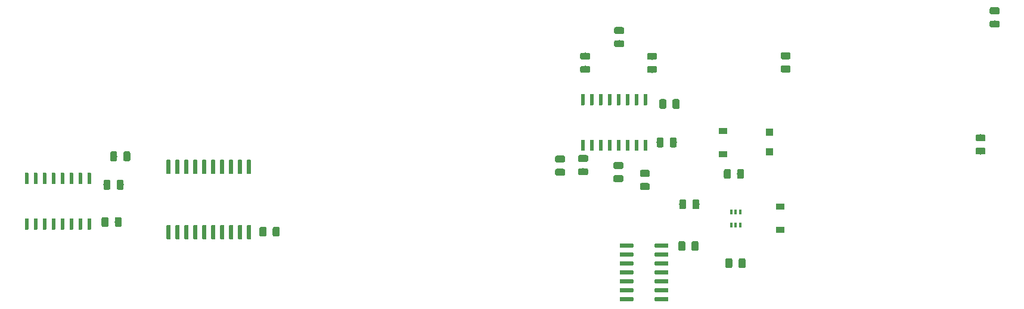
<source format=gbr>
G04 #@! TF.GenerationSoftware,KiCad,Pcbnew,(5.1.4-0-10_14)*
G04 #@! TF.CreationDate,2020-04-27T10:11:36-04:00*
G04 #@! TF.ProjectId,laser_card,6c617365-725f-4636-9172-642e6b696361,rev?*
G04 #@! TF.SameCoordinates,Original*
G04 #@! TF.FileFunction,Paste,Top*
G04 #@! TF.FilePolarity,Positive*
%FSLAX46Y46*%
G04 Gerber Fmt 4.6, Leading zero omitted, Abs format (unit mm)*
G04 Created by KiCad (PCBNEW (5.1.4-0-10_14)) date 2020-04-27 10:11:36*
%MOMM*%
%LPD*%
G04 APERTURE LIST*
%ADD10C,0.100000*%
%ADD11C,0.975000*%
%ADD12C,0.550000*%
%ADD13C,0.600000*%
%ADD14R,1.200000X0.900000*%
%ADD15R,1.100000X1.100000*%
%ADD16R,0.400000X0.650000*%
G04 APERTURE END LIST*
D10*
G36*
X199480142Y-61451174D02*
G01*
X199503803Y-61454684D01*
X199527007Y-61460496D01*
X199549529Y-61468554D01*
X199571153Y-61478782D01*
X199591670Y-61491079D01*
X199610883Y-61505329D01*
X199628607Y-61521393D01*
X199644671Y-61539117D01*
X199658921Y-61558330D01*
X199671218Y-61578847D01*
X199681446Y-61600471D01*
X199689504Y-61622993D01*
X199695316Y-61646197D01*
X199698826Y-61669858D01*
X199700000Y-61693750D01*
X199700000Y-62181250D01*
X199698826Y-62205142D01*
X199695316Y-62228803D01*
X199689504Y-62252007D01*
X199681446Y-62274529D01*
X199671218Y-62296153D01*
X199658921Y-62316670D01*
X199644671Y-62335883D01*
X199628607Y-62353607D01*
X199610883Y-62369671D01*
X199591670Y-62383921D01*
X199571153Y-62396218D01*
X199549529Y-62406446D01*
X199527007Y-62414504D01*
X199503803Y-62420316D01*
X199480142Y-62423826D01*
X199456250Y-62425000D01*
X198543750Y-62425000D01*
X198519858Y-62423826D01*
X198496197Y-62420316D01*
X198472993Y-62414504D01*
X198450471Y-62406446D01*
X198428847Y-62396218D01*
X198408330Y-62383921D01*
X198389117Y-62369671D01*
X198371393Y-62353607D01*
X198355329Y-62335883D01*
X198341079Y-62316670D01*
X198328782Y-62296153D01*
X198318554Y-62274529D01*
X198310496Y-62252007D01*
X198304684Y-62228803D01*
X198301174Y-62205142D01*
X198300000Y-62181250D01*
X198300000Y-61693750D01*
X198301174Y-61669858D01*
X198304684Y-61646197D01*
X198310496Y-61622993D01*
X198318554Y-61600471D01*
X198328782Y-61578847D01*
X198341079Y-61558330D01*
X198355329Y-61539117D01*
X198371393Y-61521393D01*
X198389117Y-61505329D01*
X198408330Y-61491079D01*
X198428847Y-61478782D01*
X198450471Y-61468554D01*
X198472993Y-61460496D01*
X198496197Y-61454684D01*
X198519858Y-61451174D01*
X198543750Y-61450000D01*
X199456250Y-61450000D01*
X199480142Y-61451174D01*
X199480142Y-61451174D01*
G37*
D11*
X199000000Y-61937500D03*
D10*
G36*
X199480142Y-59576174D02*
G01*
X199503803Y-59579684D01*
X199527007Y-59585496D01*
X199549529Y-59593554D01*
X199571153Y-59603782D01*
X199591670Y-59616079D01*
X199610883Y-59630329D01*
X199628607Y-59646393D01*
X199644671Y-59664117D01*
X199658921Y-59683330D01*
X199671218Y-59703847D01*
X199681446Y-59725471D01*
X199689504Y-59747993D01*
X199695316Y-59771197D01*
X199698826Y-59794858D01*
X199700000Y-59818750D01*
X199700000Y-60306250D01*
X199698826Y-60330142D01*
X199695316Y-60353803D01*
X199689504Y-60377007D01*
X199681446Y-60399529D01*
X199671218Y-60421153D01*
X199658921Y-60441670D01*
X199644671Y-60460883D01*
X199628607Y-60478607D01*
X199610883Y-60494671D01*
X199591670Y-60508921D01*
X199571153Y-60521218D01*
X199549529Y-60531446D01*
X199527007Y-60539504D01*
X199503803Y-60545316D01*
X199480142Y-60548826D01*
X199456250Y-60550000D01*
X198543750Y-60550000D01*
X198519858Y-60548826D01*
X198496197Y-60545316D01*
X198472993Y-60539504D01*
X198450471Y-60531446D01*
X198428847Y-60521218D01*
X198408330Y-60508921D01*
X198389117Y-60494671D01*
X198371393Y-60478607D01*
X198355329Y-60460883D01*
X198341079Y-60441670D01*
X198328782Y-60421153D01*
X198318554Y-60399529D01*
X198310496Y-60377007D01*
X198304684Y-60353803D01*
X198301174Y-60330142D01*
X198300000Y-60306250D01*
X198300000Y-59818750D01*
X198301174Y-59794858D01*
X198304684Y-59771197D01*
X198310496Y-59747993D01*
X198318554Y-59725471D01*
X198328782Y-59703847D01*
X198341079Y-59683330D01*
X198355329Y-59664117D01*
X198371393Y-59646393D01*
X198389117Y-59630329D01*
X198408330Y-59616079D01*
X198428847Y-59603782D01*
X198450471Y-59593554D01*
X198472993Y-59585496D01*
X198496197Y-59579684D01*
X198519858Y-59576174D01*
X198543750Y-59575000D01*
X199456250Y-59575000D01*
X199480142Y-59576174D01*
X199480142Y-59576174D01*
G37*
D11*
X199000000Y-60062500D03*
D10*
G36*
X151545977Y-60325662D02*
G01*
X151559325Y-60327642D01*
X151572414Y-60330921D01*
X151585119Y-60335467D01*
X151597317Y-60341236D01*
X151608891Y-60348173D01*
X151619729Y-60356211D01*
X151629727Y-60365273D01*
X151638789Y-60375271D01*
X151646827Y-60386109D01*
X151653764Y-60397683D01*
X151659533Y-60409881D01*
X151664079Y-60422586D01*
X151667358Y-60435675D01*
X151669338Y-60449023D01*
X151670000Y-60462500D01*
X151670000Y-61787500D01*
X151669338Y-61800977D01*
X151667358Y-61814325D01*
X151664079Y-61827414D01*
X151659533Y-61840119D01*
X151653764Y-61852317D01*
X151646827Y-61863891D01*
X151638789Y-61874729D01*
X151629727Y-61884727D01*
X151619729Y-61893789D01*
X151608891Y-61901827D01*
X151597317Y-61908764D01*
X151585119Y-61914533D01*
X151572414Y-61919079D01*
X151559325Y-61922358D01*
X151545977Y-61924338D01*
X151532500Y-61925000D01*
X151257500Y-61925000D01*
X151244023Y-61924338D01*
X151230675Y-61922358D01*
X151217586Y-61919079D01*
X151204881Y-61914533D01*
X151192683Y-61908764D01*
X151181109Y-61901827D01*
X151170271Y-61893789D01*
X151160273Y-61884727D01*
X151151211Y-61874729D01*
X151143173Y-61863891D01*
X151136236Y-61852317D01*
X151130467Y-61840119D01*
X151125921Y-61827414D01*
X151122642Y-61814325D01*
X151120662Y-61800977D01*
X151120000Y-61787500D01*
X151120000Y-60462500D01*
X151120662Y-60449023D01*
X151122642Y-60435675D01*
X151125921Y-60422586D01*
X151130467Y-60409881D01*
X151136236Y-60397683D01*
X151143173Y-60386109D01*
X151151211Y-60375271D01*
X151160273Y-60365273D01*
X151170271Y-60356211D01*
X151181109Y-60348173D01*
X151192683Y-60341236D01*
X151204881Y-60335467D01*
X151217586Y-60330921D01*
X151230675Y-60327642D01*
X151244023Y-60325662D01*
X151257500Y-60325000D01*
X151532500Y-60325000D01*
X151545977Y-60325662D01*
X151545977Y-60325662D01*
G37*
D12*
X151395000Y-61125000D03*
D10*
G36*
X150275977Y-60325662D02*
G01*
X150289325Y-60327642D01*
X150302414Y-60330921D01*
X150315119Y-60335467D01*
X150327317Y-60341236D01*
X150338891Y-60348173D01*
X150349729Y-60356211D01*
X150359727Y-60365273D01*
X150368789Y-60375271D01*
X150376827Y-60386109D01*
X150383764Y-60397683D01*
X150389533Y-60409881D01*
X150394079Y-60422586D01*
X150397358Y-60435675D01*
X150399338Y-60449023D01*
X150400000Y-60462500D01*
X150400000Y-61787500D01*
X150399338Y-61800977D01*
X150397358Y-61814325D01*
X150394079Y-61827414D01*
X150389533Y-61840119D01*
X150383764Y-61852317D01*
X150376827Y-61863891D01*
X150368789Y-61874729D01*
X150359727Y-61884727D01*
X150349729Y-61893789D01*
X150338891Y-61901827D01*
X150327317Y-61908764D01*
X150315119Y-61914533D01*
X150302414Y-61919079D01*
X150289325Y-61922358D01*
X150275977Y-61924338D01*
X150262500Y-61925000D01*
X149987500Y-61925000D01*
X149974023Y-61924338D01*
X149960675Y-61922358D01*
X149947586Y-61919079D01*
X149934881Y-61914533D01*
X149922683Y-61908764D01*
X149911109Y-61901827D01*
X149900271Y-61893789D01*
X149890273Y-61884727D01*
X149881211Y-61874729D01*
X149873173Y-61863891D01*
X149866236Y-61852317D01*
X149860467Y-61840119D01*
X149855921Y-61827414D01*
X149852642Y-61814325D01*
X149850662Y-61800977D01*
X149850000Y-61787500D01*
X149850000Y-60462500D01*
X149850662Y-60449023D01*
X149852642Y-60435675D01*
X149855921Y-60422586D01*
X149860467Y-60409881D01*
X149866236Y-60397683D01*
X149873173Y-60386109D01*
X149881211Y-60375271D01*
X149890273Y-60365273D01*
X149900271Y-60356211D01*
X149911109Y-60348173D01*
X149922683Y-60341236D01*
X149934881Y-60335467D01*
X149947586Y-60330921D01*
X149960675Y-60327642D01*
X149974023Y-60325662D01*
X149987500Y-60325000D01*
X150262500Y-60325000D01*
X150275977Y-60325662D01*
X150275977Y-60325662D01*
G37*
D12*
X150125000Y-61125000D03*
D10*
G36*
X149005977Y-60325662D02*
G01*
X149019325Y-60327642D01*
X149032414Y-60330921D01*
X149045119Y-60335467D01*
X149057317Y-60341236D01*
X149068891Y-60348173D01*
X149079729Y-60356211D01*
X149089727Y-60365273D01*
X149098789Y-60375271D01*
X149106827Y-60386109D01*
X149113764Y-60397683D01*
X149119533Y-60409881D01*
X149124079Y-60422586D01*
X149127358Y-60435675D01*
X149129338Y-60449023D01*
X149130000Y-60462500D01*
X149130000Y-61787500D01*
X149129338Y-61800977D01*
X149127358Y-61814325D01*
X149124079Y-61827414D01*
X149119533Y-61840119D01*
X149113764Y-61852317D01*
X149106827Y-61863891D01*
X149098789Y-61874729D01*
X149089727Y-61884727D01*
X149079729Y-61893789D01*
X149068891Y-61901827D01*
X149057317Y-61908764D01*
X149045119Y-61914533D01*
X149032414Y-61919079D01*
X149019325Y-61922358D01*
X149005977Y-61924338D01*
X148992500Y-61925000D01*
X148717500Y-61925000D01*
X148704023Y-61924338D01*
X148690675Y-61922358D01*
X148677586Y-61919079D01*
X148664881Y-61914533D01*
X148652683Y-61908764D01*
X148641109Y-61901827D01*
X148630271Y-61893789D01*
X148620273Y-61884727D01*
X148611211Y-61874729D01*
X148603173Y-61863891D01*
X148596236Y-61852317D01*
X148590467Y-61840119D01*
X148585921Y-61827414D01*
X148582642Y-61814325D01*
X148580662Y-61800977D01*
X148580000Y-61787500D01*
X148580000Y-60462500D01*
X148580662Y-60449023D01*
X148582642Y-60435675D01*
X148585921Y-60422586D01*
X148590467Y-60409881D01*
X148596236Y-60397683D01*
X148603173Y-60386109D01*
X148611211Y-60375271D01*
X148620273Y-60365273D01*
X148630271Y-60356211D01*
X148641109Y-60348173D01*
X148652683Y-60341236D01*
X148664881Y-60335467D01*
X148677586Y-60330921D01*
X148690675Y-60327642D01*
X148704023Y-60325662D01*
X148717500Y-60325000D01*
X148992500Y-60325000D01*
X149005977Y-60325662D01*
X149005977Y-60325662D01*
G37*
D12*
X148855000Y-61125000D03*
D10*
G36*
X147735977Y-60325662D02*
G01*
X147749325Y-60327642D01*
X147762414Y-60330921D01*
X147775119Y-60335467D01*
X147787317Y-60341236D01*
X147798891Y-60348173D01*
X147809729Y-60356211D01*
X147819727Y-60365273D01*
X147828789Y-60375271D01*
X147836827Y-60386109D01*
X147843764Y-60397683D01*
X147849533Y-60409881D01*
X147854079Y-60422586D01*
X147857358Y-60435675D01*
X147859338Y-60449023D01*
X147860000Y-60462500D01*
X147860000Y-61787500D01*
X147859338Y-61800977D01*
X147857358Y-61814325D01*
X147854079Y-61827414D01*
X147849533Y-61840119D01*
X147843764Y-61852317D01*
X147836827Y-61863891D01*
X147828789Y-61874729D01*
X147819727Y-61884727D01*
X147809729Y-61893789D01*
X147798891Y-61901827D01*
X147787317Y-61908764D01*
X147775119Y-61914533D01*
X147762414Y-61919079D01*
X147749325Y-61922358D01*
X147735977Y-61924338D01*
X147722500Y-61925000D01*
X147447500Y-61925000D01*
X147434023Y-61924338D01*
X147420675Y-61922358D01*
X147407586Y-61919079D01*
X147394881Y-61914533D01*
X147382683Y-61908764D01*
X147371109Y-61901827D01*
X147360271Y-61893789D01*
X147350273Y-61884727D01*
X147341211Y-61874729D01*
X147333173Y-61863891D01*
X147326236Y-61852317D01*
X147320467Y-61840119D01*
X147315921Y-61827414D01*
X147312642Y-61814325D01*
X147310662Y-61800977D01*
X147310000Y-61787500D01*
X147310000Y-60462500D01*
X147310662Y-60449023D01*
X147312642Y-60435675D01*
X147315921Y-60422586D01*
X147320467Y-60409881D01*
X147326236Y-60397683D01*
X147333173Y-60386109D01*
X147341211Y-60375271D01*
X147350273Y-60365273D01*
X147360271Y-60356211D01*
X147371109Y-60348173D01*
X147382683Y-60341236D01*
X147394881Y-60335467D01*
X147407586Y-60330921D01*
X147420675Y-60327642D01*
X147434023Y-60325662D01*
X147447500Y-60325000D01*
X147722500Y-60325000D01*
X147735977Y-60325662D01*
X147735977Y-60325662D01*
G37*
D12*
X147585000Y-61125000D03*
D10*
G36*
X146465977Y-60325662D02*
G01*
X146479325Y-60327642D01*
X146492414Y-60330921D01*
X146505119Y-60335467D01*
X146517317Y-60341236D01*
X146528891Y-60348173D01*
X146539729Y-60356211D01*
X146549727Y-60365273D01*
X146558789Y-60375271D01*
X146566827Y-60386109D01*
X146573764Y-60397683D01*
X146579533Y-60409881D01*
X146584079Y-60422586D01*
X146587358Y-60435675D01*
X146589338Y-60449023D01*
X146590000Y-60462500D01*
X146590000Y-61787500D01*
X146589338Y-61800977D01*
X146587358Y-61814325D01*
X146584079Y-61827414D01*
X146579533Y-61840119D01*
X146573764Y-61852317D01*
X146566827Y-61863891D01*
X146558789Y-61874729D01*
X146549727Y-61884727D01*
X146539729Y-61893789D01*
X146528891Y-61901827D01*
X146517317Y-61908764D01*
X146505119Y-61914533D01*
X146492414Y-61919079D01*
X146479325Y-61922358D01*
X146465977Y-61924338D01*
X146452500Y-61925000D01*
X146177500Y-61925000D01*
X146164023Y-61924338D01*
X146150675Y-61922358D01*
X146137586Y-61919079D01*
X146124881Y-61914533D01*
X146112683Y-61908764D01*
X146101109Y-61901827D01*
X146090271Y-61893789D01*
X146080273Y-61884727D01*
X146071211Y-61874729D01*
X146063173Y-61863891D01*
X146056236Y-61852317D01*
X146050467Y-61840119D01*
X146045921Y-61827414D01*
X146042642Y-61814325D01*
X146040662Y-61800977D01*
X146040000Y-61787500D01*
X146040000Y-60462500D01*
X146040662Y-60449023D01*
X146042642Y-60435675D01*
X146045921Y-60422586D01*
X146050467Y-60409881D01*
X146056236Y-60397683D01*
X146063173Y-60386109D01*
X146071211Y-60375271D01*
X146080273Y-60365273D01*
X146090271Y-60356211D01*
X146101109Y-60348173D01*
X146112683Y-60341236D01*
X146124881Y-60335467D01*
X146137586Y-60330921D01*
X146150675Y-60327642D01*
X146164023Y-60325662D01*
X146177500Y-60325000D01*
X146452500Y-60325000D01*
X146465977Y-60325662D01*
X146465977Y-60325662D01*
G37*
D12*
X146315000Y-61125000D03*
D10*
G36*
X145195977Y-60325662D02*
G01*
X145209325Y-60327642D01*
X145222414Y-60330921D01*
X145235119Y-60335467D01*
X145247317Y-60341236D01*
X145258891Y-60348173D01*
X145269729Y-60356211D01*
X145279727Y-60365273D01*
X145288789Y-60375271D01*
X145296827Y-60386109D01*
X145303764Y-60397683D01*
X145309533Y-60409881D01*
X145314079Y-60422586D01*
X145317358Y-60435675D01*
X145319338Y-60449023D01*
X145320000Y-60462500D01*
X145320000Y-61787500D01*
X145319338Y-61800977D01*
X145317358Y-61814325D01*
X145314079Y-61827414D01*
X145309533Y-61840119D01*
X145303764Y-61852317D01*
X145296827Y-61863891D01*
X145288789Y-61874729D01*
X145279727Y-61884727D01*
X145269729Y-61893789D01*
X145258891Y-61901827D01*
X145247317Y-61908764D01*
X145235119Y-61914533D01*
X145222414Y-61919079D01*
X145209325Y-61922358D01*
X145195977Y-61924338D01*
X145182500Y-61925000D01*
X144907500Y-61925000D01*
X144894023Y-61924338D01*
X144880675Y-61922358D01*
X144867586Y-61919079D01*
X144854881Y-61914533D01*
X144842683Y-61908764D01*
X144831109Y-61901827D01*
X144820271Y-61893789D01*
X144810273Y-61884727D01*
X144801211Y-61874729D01*
X144793173Y-61863891D01*
X144786236Y-61852317D01*
X144780467Y-61840119D01*
X144775921Y-61827414D01*
X144772642Y-61814325D01*
X144770662Y-61800977D01*
X144770000Y-61787500D01*
X144770000Y-60462500D01*
X144770662Y-60449023D01*
X144772642Y-60435675D01*
X144775921Y-60422586D01*
X144780467Y-60409881D01*
X144786236Y-60397683D01*
X144793173Y-60386109D01*
X144801211Y-60375271D01*
X144810273Y-60365273D01*
X144820271Y-60356211D01*
X144831109Y-60348173D01*
X144842683Y-60341236D01*
X144854881Y-60335467D01*
X144867586Y-60330921D01*
X144880675Y-60327642D01*
X144894023Y-60325662D01*
X144907500Y-60325000D01*
X145182500Y-60325000D01*
X145195977Y-60325662D01*
X145195977Y-60325662D01*
G37*
D12*
X145045000Y-61125000D03*
D10*
G36*
X143925977Y-60325662D02*
G01*
X143939325Y-60327642D01*
X143952414Y-60330921D01*
X143965119Y-60335467D01*
X143977317Y-60341236D01*
X143988891Y-60348173D01*
X143999729Y-60356211D01*
X144009727Y-60365273D01*
X144018789Y-60375271D01*
X144026827Y-60386109D01*
X144033764Y-60397683D01*
X144039533Y-60409881D01*
X144044079Y-60422586D01*
X144047358Y-60435675D01*
X144049338Y-60449023D01*
X144050000Y-60462500D01*
X144050000Y-61787500D01*
X144049338Y-61800977D01*
X144047358Y-61814325D01*
X144044079Y-61827414D01*
X144039533Y-61840119D01*
X144033764Y-61852317D01*
X144026827Y-61863891D01*
X144018789Y-61874729D01*
X144009727Y-61884727D01*
X143999729Y-61893789D01*
X143988891Y-61901827D01*
X143977317Y-61908764D01*
X143965119Y-61914533D01*
X143952414Y-61919079D01*
X143939325Y-61922358D01*
X143925977Y-61924338D01*
X143912500Y-61925000D01*
X143637500Y-61925000D01*
X143624023Y-61924338D01*
X143610675Y-61922358D01*
X143597586Y-61919079D01*
X143584881Y-61914533D01*
X143572683Y-61908764D01*
X143561109Y-61901827D01*
X143550271Y-61893789D01*
X143540273Y-61884727D01*
X143531211Y-61874729D01*
X143523173Y-61863891D01*
X143516236Y-61852317D01*
X143510467Y-61840119D01*
X143505921Y-61827414D01*
X143502642Y-61814325D01*
X143500662Y-61800977D01*
X143500000Y-61787500D01*
X143500000Y-60462500D01*
X143500662Y-60449023D01*
X143502642Y-60435675D01*
X143505921Y-60422586D01*
X143510467Y-60409881D01*
X143516236Y-60397683D01*
X143523173Y-60386109D01*
X143531211Y-60375271D01*
X143540273Y-60365273D01*
X143550271Y-60356211D01*
X143561109Y-60348173D01*
X143572683Y-60341236D01*
X143584881Y-60335467D01*
X143597586Y-60330921D01*
X143610675Y-60327642D01*
X143624023Y-60325662D01*
X143637500Y-60325000D01*
X143912500Y-60325000D01*
X143925977Y-60325662D01*
X143925977Y-60325662D01*
G37*
D12*
X143775000Y-61125000D03*
D10*
G36*
X142655977Y-60325662D02*
G01*
X142669325Y-60327642D01*
X142682414Y-60330921D01*
X142695119Y-60335467D01*
X142707317Y-60341236D01*
X142718891Y-60348173D01*
X142729729Y-60356211D01*
X142739727Y-60365273D01*
X142748789Y-60375271D01*
X142756827Y-60386109D01*
X142763764Y-60397683D01*
X142769533Y-60409881D01*
X142774079Y-60422586D01*
X142777358Y-60435675D01*
X142779338Y-60449023D01*
X142780000Y-60462500D01*
X142780000Y-61787500D01*
X142779338Y-61800977D01*
X142777358Y-61814325D01*
X142774079Y-61827414D01*
X142769533Y-61840119D01*
X142763764Y-61852317D01*
X142756827Y-61863891D01*
X142748789Y-61874729D01*
X142739727Y-61884727D01*
X142729729Y-61893789D01*
X142718891Y-61901827D01*
X142707317Y-61908764D01*
X142695119Y-61914533D01*
X142682414Y-61919079D01*
X142669325Y-61922358D01*
X142655977Y-61924338D01*
X142642500Y-61925000D01*
X142367500Y-61925000D01*
X142354023Y-61924338D01*
X142340675Y-61922358D01*
X142327586Y-61919079D01*
X142314881Y-61914533D01*
X142302683Y-61908764D01*
X142291109Y-61901827D01*
X142280271Y-61893789D01*
X142270273Y-61884727D01*
X142261211Y-61874729D01*
X142253173Y-61863891D01*
X142246236Y-61852317D01*
X142240467Y-61840119D01*
X142235921Y-61827414D01*
X142232642Y-61814325D01*
X142230662Y-61800977D01*
X142230000Y-61787500D01*
X142230000Y-60462500D01*
X142230662Y-60449023D01*
X142232642Y-60435675D01*
X142235921Y-60422586D01*
X142240467Y-60409881D01*
X142246236Y-60397683D01*
X142253173Y-60386109D01*
X142261211Y-60375271D01*
X142270273Y-60365273D01*
X142280271Y-60356211D01*
X142291109Y-60348173D01*
X142302683Y-60341236D01*
X142314881Y-60335467D01*
X142327586Y-60330921D01*
X142340675Y-60327642D01*
X142354023Y-60325662D01*
X142367500Y-60325000D01*
X142642500Y-60325000D01*
X142655977Y-60325662D01*
X142655977Y-60325662D01*
G37*
D12*
X142505000Y-61125000D03*
D10*
G36*
X142655977Y-53825662D02*
G01*
X142669325Y-53827642D01*
X142682414Y-53830921D01*
X142695119Y-53835467D01*
X142707317Y-53841236D01*
X142718891Y-53848173D01*
X142729729Y-53856211D01*
X142739727Y-53865273D01*
X142748789Y-53875271D01*
X142756827Y-53886109D01*
X142763764Y-53897683D01*
X142769533Y-53909881D01*
X142774079Y-53922586D01*
X142777358Y-53935675D01*
X142779338Y-53949023D01*
X142780000Y-53962500D01*
X142780000Y-55287500D01*
X142779338Y-55300977D01*
X142777358Y-55314325D01*
X142774079Y-55327414D01*
X142769533Y-55340119D01*
X142763764Y-55352317D01*
X142756827Y-55363891D01*
X142748789Y-55374729D01*
X142739727Y-55384727D01*
X142729729Y-55393789D01*
X142718891Y-55401827D01*
X142707317Y-55408764D01*
X142695119Y-55414533D01*
X142682414Y-55419079D01*
X142669325Y-55422358D01*
X142655977Y-55424338D01*
X142642500Y-55425000D01*
X142367500Y-55425000D01*
X142354023Y-55424338D01*
X142340675Y-55422358D01*
X142327586Y-55419079D01*
X142314881Y-55414533D01*
X142302683Y-55408764D01*
X142291109Y-55401827D01*
X142280271Y-55393789D01*
X142270273Y-55384727D01*
X142261211Y-55374729D01*
X142253173Y-55363891D01*
X142246236Y-55352317D01*
X142240467Y-55340119D01*
X142235921Y-55327414D01*
X142232642Y-55314325D01*
X142230662Y-55300977D01*
X142230000Y-55287500D01*
X142230000Y-53962500D01*
X142230662Y-53949023D01*
X142232642Y-53935675D01*
X142235921Y-53922586D01*
X142240467Y-53909881D01*
X142246236Y-53897683D01*
X142253173Y-53886109D01*
X142261211Y-53875271D01*
X142270273Y-53865273D01*
X142280271Y-53856211D01*
X142291109Y-53848173D01*
X142302683Y-53841236D01*
X142314881Y-53835467D01*
X142327586Y-53830921D01*
X142340675Y-53827642D01*
X142354023Y-53825662D01*
X142367500Y-53825000D01*
X142642500Y-53825000D01*
X142655977Y-53825662D01*
X142655977Y-53825662D01*
G37*
D12*
X142505000Y-54625000D03*
D10*
G36*
X143925977Y-53825662D02*
G01*
X143939325Y-53827642D01*
X143952414Y-53830921D01*
X143965119Y-53835467D01*
X143977317Y-53841236D01*
X143988891Y-53848173D01*
X143999729Y-53856211D01*
X144009727Y-53865273D01*
X144018789Y-53875271D01*
X144026827Y-53886109D01*
X144033764Y-53897683D01*
X144039533Y-53909881D01*
X144044079Y-53922586D01*
X144047358Y-53935675D01*
X144049338Y-53949023D01*
X144050000Y-53962500D01*
X144050000Y-55287500D01*
X144049338Y-55300977D01*
X144047358Y-55314325D01*
X144044079Y-55327414D01*
X144039533Y-55340119D01*
X144033764Y-55352317D01*
X144026827Y-55363891D01*
X144018789Y-55374729D01*
X144009727Y-55384727D01*
X143999729Y-55393789D01*
X143988891Y-55401827D01*
X143977317Y-55408764D01*
X143965119Y-55414533D01*
X143952414Y-55419079D01*
X143939325Y-55422358D01*
X143925977Y-55424338D01*
X143912500Y-55425000D01*
X143637500Y-55425000D01*
X143624023Y-55424338D01*
X143610675Y-55422358D01*
X143597586Y-55419079D01*
X143584881Y-55414533D01*
X143572683Y-55408764D01*
X143561109Y-55401827D01*
X143550271Y-55393789D01*
X143540273Y-55384727D01*
X143531211Y-55374729D01*
X143523173Y-55363891D01*
X143516236Y-55352317D01*
X143510467Y-55340119D01*
X143505921Y-55327414D01*
X143502642Y-55314325D01*
X143500662Y-55300977D01*
X143500000Y-55287500D01*
X143500000Y-53962500D01*
X143500662Y-53949023D01*
X143502642Y-53935675D01*
X143505921Y-53922586D01*
X143510467Y-53909881D01*
X143516236Y-53897683D01*
X143523173Y-53886109D01*
X143531211Y-53875271D01*
X143540273Y-53865273D01*
X143550271Y-53856211D01*
X143561109Y-53848173D01*
X143572683Y-53841236D01*
X143584881Y-53835467D01*
X143597586Y-53830921D01*
X143610675Y-53827642D01*
X143624023Y-53825662D01*
X143637500Y-53825000D01*
X143912500Y-53825000D01*
X143925977Y-53825662D01*
X143925977Y-53825662D01*
G37*
D12*
X143775000Y-54625000D03*
D10*
G36*
X145195977Y-53825662D02*
G01*
X145209325Y-53827642D01*
X145222414Y-53830921D01*
X145235119Y-53835467D01*
X145247317Y-53841236D01*
X145258891Y-53848173D01*
X145269729Y-53856211D01*
X145279727Y-53865273D01*
X145288789Y-53875271D01*
X145296827Y-53886109D01*
X145303764Y-53897683D01*
X145309533Y-53909881D01*
X145314079Y-53922586D01*
X145317358Y-53935675D01*
X145319338Y-53949023D01*
X145320000Y-53962500D01*
X145320000Y-55287500D01*
X145319338Y-55300977D01*
X145317358Y-55314325D01*
X145314079Y-55327414D01*
X145309533Y-55340119D01*
X145303764Y-55352317D01*
X145296827Y-55363891D01*
X145288789Y-55374729D01*
X145279727Y-55384727D01*
X145269729Y-55393789D01*
X145258891Y-55401827D01*
X145247317Y-55408764D01*
X145235119Y-55414533D01*
X145222414Y-55419079D01*
X145209325Y-55422358D01*
X145195977Y-55424338D01*
X145182500Y-55425000D01*
X144907500Y-55425000D01*
X144894023Y-55424338D01*
X144880675Y-55422358D01*
X144867586Y-55419079D01*
X144854881Y-55414533D01*
X144842683Y-55408764D01*
X144831109Y-55401827D01*
X144820271Y-55393789D01*
X144810273Y-55384727D01*
X144801211Y-55374729D01*
X144793173Y-55363891D01*
X144786236Y-55352317D01*
X144780467Y-55340119D01*
X144775921Y-55327414D01*
X144772642Y-55314325D01*
X144770662Y-55300977D01*
X144770000Y-55287500D01*
X144770000Y-53962500D01*
X144770662Y-53949023D01*
X144772642Y-53935675D01*
X144775921Y-53922586D01*
X144780467Y-53909881D01*
X144786236Y-53897683D01*
X144793173Y-53886109D01*
X144801211Y-53875271D01*
X144810273Y-53865273D01*
X144820271Y-53856211D01*
X144831109Y-53848173D01*
X144842683Y-53841236D01*
X144854881Y-53835467D01*
X144867586Y-53830921D01*
X144880675Y-53827642D01*
X144894023Y-53825662D01*
X144907500Y-53825000D01*
X145182500Y-53825000D01*
X145195977Y-53825662D01*
X145195977Y-53825662D01*
G37*
D12*
X145045000Y-54625000D03*
D10*
G36*
X146465977Y-53825662D02*
G01*
X146479325Y-53827642D01*
X146492414Y-53830921D01*
X146505119Y-53835467D01*
X146517317Y-53841236D01*
X146528891Y-53848173D01*
X146539729Y-53856211D01*
X146549727Y-53865273D01*
X146558789Y-53875271D01*
X146566827Y-53886109D01*
X146573764Y-53897683D01*
X146579533Y-53909881D01*
X146584079Y-53922586D01*
X146587358Y-53935675D01*
X146589338Y-53949023D01*
X146590000Y-53962500D01*
X146590000Y-55287500D01*
X146589338Y-55300977D01*
X146587358Y-55314325D01*
X146584079Y-55327414D01*
X146579533Y-55340119D01*
X146573764Y-55352317D01*
X146566827Y-55363891D01*
X146558789Y-55374729D01*
X146549727Y-55384727D01*
X146539729Y-55393789D01*
X146528891Y-55401827D01*
X146517317Y-55408764D01*
X146505119Y-55414533D01*
X146492414Y-55419079D01*
X146479325Y-55422358D01*
X146465977Y-55424338D01*
X146452500Y-55425000D01*
X146177500Y-55425000D01*
X146164023Y-55424338D01*
X146150675Y-55422358D01*
X146137586Y-55419079D01*
X146124881Y-55414533D01*
X146112683Y-55408764D01*
X146101109Y-55401827D01*
X146090271Y-55393789D01*
X146080273Y-55384727D01*
X146071211Y-55374729D01*
X146063173Y-55363891D01*
X146056236Y-55352317D01*
X146050467Y-55340119D01*
X146045921Y-55327414D01*
X146042642Y-55314325D01*
X146040662Y-55300977D01*
X146040000Y-55287500D01*
X146040000Y-53962500D01*
X146040662Y-53949023D01*
X146042642Y-53935675D01*
X146045921Y-53922586D01*
X146050467Y-53909881D01*
X146056236Y-53897683D01*
X146063173Y-53886109D01*
X146071211Y-53875271D01*
X146080273Y-53865273D01*
X146090271Y-53856211D01*
X146101109Y-53848173D01*
X146112683Y-53841236D01*
X146124881Y-53835467D01*
X146137586Y-53830921D01*
X146150675Y-53827642D01*
X146164023Y-53825662D01*
X146177500Y-53825000D01*
X146452500Y-53825000D01*
X146465977Y-53825662D01*
X146465977Y-53825662D01*
G37*
D12*
X146315000Y-54625000D03*
D10*
G36*
X147735977Y-53825662D02*
G01*
X147749325Y-53827642D01*
X147762414Y-53830921D01*
X147775119Y-53835467D01*
X147787317Y-53841236D01*
X147798891Y-53848173D01*
X147809729Y-53856211D01*
X147819727Y-53865273D01*
X147828789Y-53875271D01*
X147836827Y-53886109D01*
X147843764Y-53897683D01*
X147849533Y-53909881D01*
X147854079Y-53922586D01*
X147857358Y-53935675D01*
X147859338Y-53949023D01*
X147860000Y-53962500D01*
X147860000Y-55287500D01*
X147859338Y-55300977D01*
X147857358Y-55314325D01*
X147854079Y-55327414D01*
X147849533Y-55340119D01*
X147843764Y-55352317D01*
X147836827Y-55363891D01*
X147828789Y-55374729D01*
X147819727Y-55384727D01*
X147809729Y-55393789D01*
X147798891Y-55401827D01*
X147787317Y-55408764D01*
X147775119Y-55414533D01*
X147762414Y-55419079D01*
X147749325Y-55422358D01*
X147735977Y-55424338D01*
X147722500Y-55425000D01*
X147447500Y-55425000D01*
X147434023Y-55424338D01*
X147420675Y-55422358D01*
X147407586Y-55419079D01*
X147394881Y-55414533D01*
X147382683Y-55408764D01*
X147371109Y-55401827D01*
X147360271Y-55393789D01*
X147350273Y-55384727D01*
X147341211Y-55374729D01*
X147333173Y-55363891D01*
X147326236Y-55352317D01*
X147320467Y-55340119D01*
X147315921Y-55327414D01*
X147312642Y-55314325D01*
X147310662Y-55300977D01*
X147310000Y-55287500D01*
X147310000Y-53962500D01*
X147310662Y-53949023D01*
X147312642Y-53935675D01*
X147315921Y-53922586D01*
X147320467Y-53909881D01*
X147326236Y-53897683D01*
X147333173Y-53886109D01*
X147341211Y-53875271D01*
X147350273Y-53865273D01*
X147360271Y-53856211D01*
X147371109Y-53848173D01*
X147382683Y-53841236D01*
X147394881Y-53835467D01*
X147407586Y-53830921D01*
X147420675Y-53827642D01*
X147434023Y-53825662D01*
X147447500Y-53825000D01*
X147722500Y-53825000D01*
X147735977Y-53825662D01*
X147735977Y-53825662D01*
G37*
D12*
X147585000Y-54625000D03*
D10*
G36*
X149005977Y-53825662D02*
G01*
X149019325Y-53827642D01*
X149032414Y-53830921D01*
X149045119Y-53835467D01*
X149057317Y-53841236D01*
X149068891Y-53848173D01*
X149079729Y-53856211D01*
X149089727Y-53865273D01*
X149098789Y-53875271D01*
X149106827Y-53886109D01*
X149113764Y-53897683D01*
X149119533Y-53909881D01*
X149124079Y-53922586D01*
X149127358Y-53935675D01*
X149129338Y-53949023D01*
X149130000Y-53962500D01*
X149130000Y-55287500D01*
X149129338Y-55300977D01*
X149127358Y-55314325D01*
X149124079Y-55327414D01*
X149119533Y-55340119D01*
X149113764Y-55352317D01*
X149106827Y-55363891D01*
X149098789Y-55374729D01*
X149089727Y-55384727D01*
X149079729Y-55393789D01*
X149068891Y-55401827D01*
X149057317Y-55408764D01*
X149045119Y-55414533D01*
X149032414Y-55419079D01*
X149019325Y-55422358D01*
X149005977Y-55424338D01*
X148992500Y-55425000D01*
X148717500Y-55425000D01*
X148704023Y-55424338D01*
X148690675Y-55422358D01*
X148677586Y-55419079D01*
X148664881Y-55414533D01*
X148652683Y-55408764D01*
X148641109Y-55401827D01*
X148630271Y-55393789D01*
X148620273Y-55384727D01*
X148611211Y-55374729D01*
X148603173Y-55363891D01*
X148596236Y-55352317D01*
X148590467Y-55340119D01*
X148585921Y-55327414D01*
X148582642Y-55314325D01*
X148580662Y-55300977D01*
X148580000Y-55287500D01*
X148580000Y-53962500D01*
X148580662Y-53949023D01*
X148582642Y-53935675D01*
X148585921Y-53922586D01*
X148590467Y-53909881D01*
X148596236Y-53897683D01*
X148603173Y-53886109D01*
X148611211Y-53875271D01*
X148620273Y-53865273D01*
X148630271Y-53856211D01*
X148641109Y-53848173D01*
X148652683Y-53841236D01*
X148664881Y-53835467D01*
X148677586Y-53830921D01*
X148690675Y-53827642D01*
X148704023Y-53825662D01*
X148717500Y-53825000D01*
X148992500Y-53825000D01*
X149005977Y-53825662D01*
X149005977Y-53825662D01*
G37*
D12*
X148855000Y-54625000D03*
D10*
G36*
X150275977Y-53825662D02*
G01*
X150289325Y-53827642D01*
X150302414Y-53830921D01*
X150315119Y-53835467D01*
X150327317Y-53841236D01*
X150338891Y-53848173D01*
X150349729Y-53856211D01*
X150359727Y-53865273D01*
X150368789Y-53875271D01*
X150376827Y-53886109D01*
X150383764Y-53897683D01*
X150389533Y-53909881D01*
X150394079Y-53922586D01*
X150397358Y-53935675D01*
X150399338Y-53949023D01*
X150400000Y-53962500D01*
X150400000Y-55287500D01*
X150399338Y-55300977D01*
X150397358Y-55314325D01*
X150394079Y-55327414D01*
X150389533Y-55340119D01*
X150383764Y-55352317D01*
X150376827Y-55363891D01*
X150368789Y-55374729D01*
X150359727Y-55384727D01*
X150349729Y-55393789D01*
X150338891Y-55401827D01*
X150327317Y-55408764D01*
X150315119Y-55414533D01*
X150302414Y-55419079D01*
X150289325Y-55422358D01*
X150275977Y-55424338D01*
X150262500Y-55425000D01*
X149987500Y-55425000D01*
X149974023Y-55424338D01*
X149960675Y-55422358D01*
X149947586Y-55419079D01*
X149934881Y-55414533D01*
X149922683Y-55408764D01*
X149911109Y-55401827D01*
X149900271Y-55393789D01*
X149890273Y-55384727D01*
X149881211Y-55374729D01*
X149873173Y-55363891D01*
X149866236Y-55352317D01*
X149860467Y-55340119D01*
X149855921Y-55327414D01*
X149852642Y-55314325D01*
X149850662Y-55300977D01*
X149850000Y-55287500D01*
X149850000Y-53962500D01*
X149850662Y-53949023D01*
X149852642Y-53935675D01*
X149855921Y-53922586D01*
X149860467Y-53909881D01*
X149866236Y-53897683D01*
X149873173Y-53886109D01*
X149881211Y-53875271D01*
X149890273Y-53865273D01*
X149900271Y-53856211D01*
X149911109Y-53848173D01*
X149922683Y-53841236D01*
X149934881Y-53835467D01*
X149947586Y-53830921D01*
X149960675Y-53827642D01*
X149974023Y-53825662D01*
X149987500Y-53825000D01*
X150262500Y-53825000D01*
X150275977Y-53825662D01*
X150275977Y-53825662D01*
G37*
D12*
X150125000Y-54625000D03*
D10*
G36*
X151545977Y-53825662D02*
G01*
X151559325Y-53827642D01*
X151572414Y-53830921D01*
X151585119Y-53835467D01*
X151597317Y-53841236D01*
X151608891Y-53848173D01*
X151619729Y-53856211D01*
X151629727Y-53865273D01*
X151638789Y-53875271D01*
X151646827Y-53886109D01*
X151653764Y-53897683D01*
X151659533Y-53909881D01*
X151664079Y-53922586D01*
X151667358Y-53935675D01*
X151669338Y-53949023D01*
X151670000Y-53962500D01*
X151670000Y-55287500D01*
X151669338Y-55300977D01*
X151667358Y-55314325D01*
X151664079Y-55327414D01*
X151659533Y-55340119D01*
X151653764Y-55352317D01*
X151646827Y-55363891D01*
X151638789Y-55374729D01*
X151629727Y-55384727D01*
X151619729Y-55393789D01*
X151608891Y-55401827D01*
X151597317Y-55408764D01*
X151585119Y-55414533D01*
X151572414Y-55419079D01*
X151559325Y-55422358D01*
X151545977Y-55424338D01*
X151532500Y-55425000D01*
X151257500Y-55425000D01*
X151244023Y-55424338D01*
X151230675Y-55422358D01*
X151217586Y-55419079D01*
X151204881Y-55414533D01*
X151192683Y-55408764D01*
X151181109Y-55401827D01*
X151170271Y-55393789D01*
X151160273Y-55384727D01*
X151151211Y-55374729D01*
X151143173Y-55363891D01*
X151136236Y-55352317D01*
X151130467Y-55340119D01*
X151125921Y-55327414D01*
X151122642Y-55314325D01*
X151120662Y-55300977D01*
X151120000Y-55287500D01*
X151120000Y-53962500D01*
X151120662Y-53949023D01*
X151122642Y-53935675D01*
X151125921Y-53922586D01*
X151130467Y-53909881D01*
X151136236Y-53897683D01*
X151143173Y-53886109D01*
X151151211Y-53875271D01*
X151160273Y-53865273D01*
X151170271Y-53856211D01*
X151181109Y-53848173D01*
X151192683Y-53841236D01*
X151204881Y-53835467D01*
X151217586Y-53830921D01*
X151230675Y-53827642D01*
X151244023Y-53825662D01*
X151257500Y-53825000D01*
X151532500Y-53825000D01*
X151545977Y-53825662D01*
X151545977Y-53825662D01*
G37*
D12*
X151395000Y-54625000D03*
D10*
G36*
X72545977Y-71525662D02*
G01*
X72559325Y-71527642D01*
X72572414Y-71530921D01*
X72585119Y-71535467D01*
X72597317Y-71541236D01*
X72608891Y-71548173D01*
X72619729Y-71556211D01*
X72629727Y-71565273D01*
X72638789Y-71575271D01*
X72646827Y-71586109D01*
X72653764Y-71597683D01*
X72659533Y-71609881D01*
X72664079Y-71622586D01*
X72667358Y-71635675D01*
X72669338Y-71649023D01*
X72670000Y-71662500D01*
X72670000Y-72987500D01*
X72669338Y-73000977D01*
X72667358Y-73014325D01*
X72664079Y-73027414D01*
X72659533Y-73040119D01*
X72653764Y-73052317D01*
X72646827Y-73063891D01*
X72638789Y-73074729D01*
X72629727Y-73084727D01*
X72619729Y-73093789D01*
X72608891Y-73101827D01*
X72597317Y-73108764D01*
X72585119Y-73114533D01*
X72572414Y-73119079D01*
X72559325Y-73122358D01*
X72545977Y-73124338D01*
X72532500Y-73125000D01*
X72257500Y-73125000D01*
X72244023Y-73124338D01*
X72230675Y-73122358D01*
X72217586Y-73119079D01*
X72204881Y-73114533D01*
X72192683Y-73108764D01*
X72181109Y-73101827D01*
X72170271Y-73093789D01*
X72160273Y-73084727D01*
X72151211Y-73074729D01*
X72143173Y-73063891D01*
X72136236Y-73052317D01*
X72130467Y-73040119D01*
X72125921Y-73027414D01*
X72122642Y-73014325D01*
X72120662Y-73000977D01*
X72120000Y-72987500D01*
X72120000Y-71662500D01*
X72120662Y-71649023D01*
X72122642Y-71635675D01*
X72125921Y-71622586D01*
X72130467Y-71609881D01*
X72136236Y-71597683D01*
X72143173Y-71586109D01*
X72151211Y-71575271D01*
X72160273Y-71565273D01*
X72170271Y-71556211D01*
X72181109Y-71548173D01*
X72192683Y-71541236D01*
X72204881Y-71535467D01*
X72217586Y-71530921D01*
X72230675Y-71527642D01*
X72244023Y-71525662D01*
X72257500Y-71525000D01*
X72532500Y-71525000D01*
X72545977Y-71525662D01*
X72545977Y-71525662D01*
G37*
D12*
X72395000Y-72325000D03*
D10*
G36*
X71275977Y-71525662D02*
G01*
X71289325Y-71527642D01*
X71302414Y-71530921D01*
X71315119Y-71535467D01*
X71327317Y-71541236D01*
X71338891Y-71548173D01*
X71349729Y-71556211D01*
X71359727Y-71565273D01*
X71368789Y-71575271D01*
X71376827Y-71586109D01*
X71383764Y-71597683D01*
X71389533Y-71609881D01*
X71394079Y-71622586D01*
X71397358Y-71635675D01*
X71399338Y-71649023D01*
X71400000Y-71662500D01*
X71400000Y-72987500D01*
X71399338Y-73000977D01*
X71397358Y-73014325D01*
X71394079Y-73027414D01*
X71389533Y-73040119D01*
X71383764Y-73052317D01*
X71376827Y-73063891D01*
X71368789Y-73074729D01*
X71359727Y-73084727D01*
X71349729Y-73093789D01*
X71338891Y-73101827D01*
X71327317Y-73108764D01*
X71315119Y-73114533D01*
X71302414Y-73119079D01*
X71289325Y-73122358D01*
X71275977Y-73124338D01*
X71262500Y-73125000D01*
X70987500Y-73125000D01*
X70974023Y-73124338D01*
X70960675Y-73122358D01*
X70947586Y-73119079D01*
X70934881Y-73114533D01*
X70922683Y-73108764D01*
X70911109Y-73101827D01*
X70900271Y-73093789D01*
X70890273Y-73084727D01*
X70881211Y-73074729D01*
X70873173Y-73063891D01*
X70866236Y-73052317D01*
X70860467Y-73040119D01*
X70855921Y-73027414D01*
X70852642Y-73014325D01*
X70850662Y-73000977D01*
X70850000Y-72987500D01*
X70850000Y-71662500D01*
X70850662Y-71649023D01*
X70852642Y-71635675D01*
X70855921Y-71622586D01*
X70860467Y-71609881D01*
X70866236Y-71597683D01*
X70873173Y-71586109D01*
X70881211Y-71575271D01*
X70890273Y-71565273D01*
X70900271Y-71556211D01*
X70911109Y-71548173D01*
X70922683Y-71541236D01*
X70934881Y-71535467D01*
X70947586Y-71530921D01*
X70960675Y-71527642D01*
X70974023Y-71525662D01*
X70987500Y-71525000D01*
X71262500Y-71525000D01*
X71275977Y-71525662D01*
X71275977Y-71525662D01*
G37*
D12*
X71125000Y-72325000D03*
D10*
G36*
X70005977Y-71525662D02*
G01*
X70019325Y-71527642D01*
X70032414Y-71530921D01*
X70045119Y-71535467D01*
X70057317Y-71541236D01*
X70068891Y-71548173D01*
X70079729Y-71556211D01*
X70089727Y-71565273D01*
X70098789Y-71575271D01*
X70106827Y-71586109D01*
X70113764Y-71597683D01*
X70119533Y-71609881D01*
X70124079Y-71622586D01*
X70127358Y-71635675D01*
X70129338Y-71649023D01*
X70130000Y-71662500D01*
X70130000Y-72987500D01*
X70129338Y-73000977D01*
X70127358Y-73014325D01*
X70124079Y-73027414D01*
X70119533Y-73040119D01*
X70113764Y-73052317D01*
X70106827Y-73063891D01*
X70098789Y-73074729D01*
X70089727Y-73084727D01*
X70079729Y-73093789D01*
X70068891Y-73101827D01*
X70057317Y-73108764D01*
X70045119Y-73114533D01*
X70032414Y-73119079D01*
X70019325Y-73122358D01*
X70005977Y-73124338D01*
X69992500Y-73125000D01*
X69717500Y-73125000D01*
X69704023Y-73124338D01*
X69690675Y-73122358D01*
X69677586Y-73119079D01*
X69664881Y-73114533D01*
X69652683Y-73108764D01*
X69641109Y-73101827D01*
X69630271Y-73093789D01*
X69620273Y-73084727D01*
X69611211Y-73074729D01*
X69603173Y-73063891D01*
X69596236Y-73052317D01*
X69590467Y-73040119D01*
X69585921Y-73027414D01*
X69582642Y-73014325D01*
X69580662Y-73000977D01*
X69580000Y-72987500D01*
X69580000Y-71662500D01*
X69580662Y-71649023D01*
X69582642Y-71635675D01*
X69585921Y-71622586D01*
X69590467Y-71609881D01*
X69596236Y-71597683D01*
X69603173Y-71586109D01*
X69611211Y-71575271D01*
X69620273Y-71565273D01*
X69630271Y-71556211D01*
X69641109Y-71548173D01*
X69652683Y-71541236D01*
X69664881Y-71535467D01*
X69677586Y-71530921D01*
X69690675Y-71527642D01*
X69704023Y-71525662D01*
X69717500Y-71525000D01*
X69992500Y-71525000D01*
X70005977Y-71525662D01*
X70005977Y-71525662D01*
G37*
D12*
X69855000Y-72325000D03*
D10*
G36*
X68735977Y-71525662D02*
G01*
X68749325Y-71527642D01*
X68762414Y-71530921D01*
X68775119Y-71535467D01*
X68787317Y-71541236D01*
X68798891Y-71548173D01*
X68809729Y-71556211D01*
X68819727Y-71565273D01*
X68828789Y-71575271D01*
X68836827Y-71586109D01*
X68843764Y-71597683D01*
X68849533Y-71609881D01*
X68854079Y-71622586D01*
X68857358Y-71635675D01*
X68859338Y-71649023D01*
X68860000Y-71662500D01*
X68860000Y-72987500D01*
X68859338Y-73000977D01*
X68857358Y-73014325D01*
X68854079Y-73027414D01*
X68849533Y-73040119D01*
X68843764Y-73052317D01*
X68836827Y-73063891D01*
X68828789Y-73074729D01*
X68819727Y-73084727D01*
X68809729Y-73093789D01*
X68798891Y-73101827D01*
X68787317Y-73108764D01*
X68775119Y-73114533D01*
X68762414Y-73119079D01*
X68749325Y-73122358D01*
X68735977Y-73124338D01*
X68722500Y-73125000D01*
X68447500Y-73125000D01*
X68434023Y-73124338D01*
X68420675Y-73122358D01*
X68407586Y-73119079D01*
X68394881Y-73114533D01*
X68382683Y-73108764D01*
X68371109Y-73101827D01*
X68360271Y-73093789D01*
X68350273Y-73084727D01*
X68341211Y-73074729D01*
X68333173Y-73063891D01*
X68326236Y-73052317D01*
X68320467Y-73040119D01*
X68315921Y-73027414D01*
X68312642Y-73014325D01*
X68310662Y-73000977D01*
X68310000Y-72987500D01*
X68310000Y-71662500D01*
X68310662Y-71649023D01*
X68312642Y-71635675D01*
X68315921Y-71622586D01*
X68320467Y-71609881D01*
X68326236Y-71597683D01*
X68333173Y-71586109D01*
X68341211Y-71575271D01*
X68350273Y-71565273D01*
X68360271Y-71556211D01*
X68371109Y-71548173D01*
X68382683Y-71541236D01*
X68394881Y-71535467D01*
X68407586Y-71530921D01*
X68420675Y-71527642D01*
X68434023Y-71525662D01*
X68447500Y-71525000D01*
X68722500Y-71525000D01*
X68735977Y-71525662D01*
X68735977Y-71525662D01*
G37*
D12*
X68585000Y-72325000D03*
D10*
G36*
X67465977Y-71525662D02*
G01*
X67479325Y-71527642D01*
X67492414Y-71530921D01*
X67505119Y-71535467D01*
X67517317Y-71541236D01*
X67528891Y-71548173D01*
X67539729Y-71556211D01*
X67549727Y-71565273D01*
X67558789Y-71575271D01*
X67566827Y-71586109D01*
X67573764Y-71597683D01*
X67579533Y-71609881D01*
X67584079Y-71622586D01*
X67587358Y-71635675D01*
X67589338Y-71649023D01*
X67590000Y-71662500D01*
X67590000Y-72987500D01*
X67589338Y-73000977D01*
X67587358Y-73014325D01*
X67584079Y-73027414D01*
X67579533Y-73040119D01*
X67573764Y-73052317D01*
X67566827Y-73063891D01*
X67558789Y-73074729D01*
X67549727Y-73084727D01*
X67539729Y-73093789D01*
X67528891Y-73101827D01*
X67517317Y-73108764D01*
X67505119Y-73114533D01*
X67492414Y-73119079D01*
X67479325Y-73122358D01*
X67465977Y-73124338D01*
X67452500Y-73125000D01*
X67177500Y-73125000D01*
X67164023Y-73124338D01*
X67150675Y-73122358D01*
X67137586Y-73119079D01*
X67124881Y-73114533D01*
X67112683Y-73108764D01*
X67101109Y-73101827D01*
X67090271Y-73093789D01*
X67080273Y-73084727D01*
X67071211Y-73074729D01*
X67063173Y-73063891D01*
X67056236Y-73052317D01*
X67050467Y-73040119D01*
X67045921Y-73027414D01*
X67042642Y-73014325D01*
X67040662Y-73000977D01*
X67040000Y-72987500D01*
X67040000Y-71662500D01*
X67040662Y-71649023D01*
X67042642Y-71635675D01*
X67045921Y-71622586D01*
X67050467Y-71609881D01*
X67056236Y-71597683D01*
X67063173Y-71586109D01*
X67071211Y-71575271D01*
X67080273Y-71565273D01*
X67090271Y-71556211D01*
X67101109Y-71548173D01*
X67112683Y-71541236D01*
X67124881Y-71535467D01*
X67137586Y-71530921D01*
X67150675Y-71527642D01*
X67164023Y-71525662D01*
X67177500Y-71525000D01*
X67452500Y-71525000D01*
X67465977Y-71525662D01*
X67465977Y-71525662D01*
G37*
D12*
X67315000Y-72325000D03*
D10*
G36*
X66195977Y-71525662D02*
G01*
X66209325Y-71527642D01*
X66222414Y-71530921D01*
X66235119Y-71535467D01*
X66247317Y-71541236D01*
X66258891Y-71548173D01*
X66269729Y-71556211D01*
X66279727Y-71565273D01*
X66288789Y-71575271D01*
X66296827Y-71586109D01*
X66303764Y-71597683D01*
X66309533Y-71609881D01*
X66314079Y-71622586D01*
X66317358Y-71635675D01*
X66319338Y-71649023D01*
X66320000Y-71662500D01*
X66320000Y-72987500D01*
X66319338Y-73000977D01*
X66317358Y-73014325D01*
X66314079Y-73027414D01*
X66309533Y-73040119D01*
X66303764Y-73052317D01*
X66296827Y-73063891D01*
X66288789Y-73074729D01*
X66279727Y-73084727D01*
X66269729Y-73093789D01*
X66258891Y-73101827D01*
X66247317Y-73108764D01*
X66235119Y-73114533D01*
X66222414Y-73119079D01*
X66209325Y-73122358D01*
X66195977Y-73124338D01*
X66182500Y-73125000D01*
X65907500Y-73125000D01*
X65894023Y-73124338D01*
X65880675Y-73122358D01*
X65867586Y-73119079D01*
X65854881Y-73114533D01*
X65842683Y-73108764D01*
X65831109Y-73101827D01*
X65820271Y-73093789D01*
X65810273Y-73084727D01*
X65801211Y-73074729D01*
X65793173Y-73063891D01*
X65786236Y-73052317D01*
X65780467Y-73040119D01*
X65775921Y-73027414D01*
X65772642Y-73014325D01*
X65770662Y-73000977D01*
X65770000Y-72987500D01*
X65770000Y-71662500D01*
X65770662Y-71649023D01*
X65772642Y-71635675D01*
X65775921Y-71622586D01*
X65780467Y-71609881D01*
X65786236Y-71597683D01*
X65793173Y-71586109D01*
X65801211Y-71575271D01*
X65810273Y-71565273D01*
X65820271Y-71556211D01*
X65831109Y-71548173D01*
X65842683Y-71541236D01*
X65854881Y-71535467D01*
X65867586Y-71530921D01*
X65880675Y-71527642D01*
X65894023Y-71525662D01*
X65907500Y-71525000D01*
X66182500Y-71525000D01*
X66195977Y-71525662D01*
X66195977Y-71525662D01*
G37*
D12*
X66045000Y-72325000D03*
D10*
G36*
X64925977Y-71525662D02*
G01*
X64939325Y-71527642D01*
X64952414Y-71530921D01*
X64965119Y-71535467D01*
X64977317Y-71541236D01*
X64988891Y-71548173D01*
X64999729Y-71556211D01*
X65009727Y-71565273D01*
X65018789Y-71575271D01*
X65026827Y-71586109D01*
X65033764Y-71597683D01*
X65039533Y-71609881D01*
X65044079Y-71622586D01*
X65047358Y-71635675D01*
X65049338Y-71649023D01*
X65050000Y-71662500D01*
X65050000Y-72987500D01*
X65049338Y-73000977D01*
X65047358Y-73014325D01*
X65044079Y-73027414D01*
X65039533Y-73040119D01*
X65033764Y-73052317D01*
X65026827Y-73063891D01*
X65018789Y-73074729D01*
X65009727Y-73084727D01*
X64999729Y-73093789D01*
X64988891Y-73101827D01*
X64977317Y-73108764D01*
X64965119Y-73114533D01*
X64952414Y-73119079D01*
X64939325Y-73122358D01*
X64925977Y-73124338D01*
X64912500Y-73125000D01*
X64637500Y-73125000D01*
X64624023Y-73124338D01*
X64610675Y-73122358D01*
X64597586Y-73119079D01*
X64584881Y-73114533D01*
X64572683Y-73108764D01*
X64561109Y-73101827D01*
X64550271Y-73093789D01*
X64540273Y-73084727D01*
X64531211Y-73074729D01*
X64523173Y-73063891D01*
X64516236Y-73052317D01*
X64510467Y-73040119D01*
X64505921Y-73027414D01*
X64502642Y-73014325D01*
X64500662Y-73000977D01*
X64500000Y-72987500D01*
X64500000Y-71662500D01*
X64500662Y-71649023D01*
X64502642Y-71635675D01*
X64505921Y-71622586D01*
X64510467Y-71609881D01*
X64516236Y-71597683D01*
X64523173Y-71586109D01*
X64531211Y-71575271D01*
X64540273Y-71565273D01*
X64550271Y-71556211D01*
X64561109Y-71548173D01*
X64572683Y-71541236D01*
X64584881Y-71535467D01*
X64597586Y-71530921D01*
X64610675Y-71527642D01*
X64624023Y-71525662D01*
X64637500Y-71525000D01*
X64912500Y-71525000D01*
X64925977Y-71525662D01*
X64925977Y-71525662D01*
G37*
D12*
X64775000Y-72325000D03*
D10*
G36*
X63655977Y-71525662D02*
G01*
X63669325Y-71527642D01*
X63682414Y-71530921D01*
X63695119Y-71535467D01*
X63707317Y-71541236D01*
X63718891Y-71548173D01*
X63729729Y-71556211D01*
X63739727Y-71565273D01*
X63748789Y-71575271D01*
X63756827Y-71586109D01*
X63763764Y-71597683D01*
X63769533Y-71609881D01*
X63774079Y-71622586D01*
X63777358Y-71635675D01*
X63779338Y-71649023D01*
X63780000Y-71662500D01*
X63780000Y-72987500D01*
X63779338Y-73000977D01*
X63777358Y-73014325D01*
X63774079Y-73027414D01*
X63769533Y-73040119D01*
X63763764Y-73052317D01*
X63756827Y-73063891D01*
X63748789Y-73074729D01*
X63739727Y-73084727D01*
X63729729Y-73093789D01*
X63718891Y-73101827D01*
X63707317Y-73108764D01*
X63695119Y-73114533D01*
X63682414Y-73119079D01*
X63669325Y-73122358D01*
X63655977Y-73124338D01*
X63642500Y-73125000D01*
X63367500Y-73125000D01*
X63354023Y-73124338D01*
X63340675Y-73122358D01*
X63327586Y-73119079D01*
X63314881Y-73114533D01*
X63302683Y-73108764D01*
X63291109Y-73101827D01*
X63280271Y-73093789D01*
X63270273Y-73084727D01*
X63261211Y-73074729D01*
X63253173Y-73063891D01*
X63246236Y-73052317D01*
X63240467Y-73040119D01*
X63235921Y-73027414D01*
X63232642Y-73014325D01*
X63230662Y-73000977D01*
X63230000Y-72987500D01*
X63230000Y-71662500D01*
X63230662Y-71649023D01*
X63232642Y-71635675D01*
X63235921Y-71622586D01*
X63240467Y-71609881D01*
X63246236Y-71597683D01*
X63253173Y-71586109D01*
X63261211Y-71575271D01*
X63270273Y-71565273D01*
X63280271Y-71556211D01*
X63291109Y-71548173D01*
X63302683Y-71541236D01*
X63314881Y-71535467D01*
X63327586Y-71530921D01*
X63340675Y-71527642D01*
X63354023Y-71525662D01*
X63367500Y-71525000D01*
X63642500Y-71525000D01*
X63655977Y-71525662D01*
X63655977Y-71525662D01*
G37*
D12*
X63505000Y-72325000D03*
D10*
G36*
X63655977Y-65025662D02*
G01*
X63669325Y-65027642D01*
X63682414Y-65030921D01*
X63695119Y-65035467D01*
X63707317Y-65041236D01*
X63718891Y-65048173D01*
X63729729Y-65056211D01*
X63739727Y-65065273D01*
X63748789Y-65075271D01*
X63756827Y-65086109D01*
X63763764Y-65097683D01*
X63769533Y-65109881D01*
X63774079Y-65122586D01*
X63777358Y-65135675D01*
X63779338Y-65149023D01*
X63780000Y-65162500D01*
X63780000Y-66487500D01*
X63779338Y-66500977D01*
X63777358Y-66514325D01*
X63774079Y-66527414D01*
X63769533Y-66540119D01*
X63763764Y-66552317D01*
X63756827Y-66563891D01*
X63748789Y-66574729D01*
X63739727Y-66584727D01*
X63729729Y-66593789D01*
X63718891Y-66601827D01*
X63707317Y-66608764D01*
X63695119Y-66614533D01*
X63682414Y-66619079D01*
X63669325Y-66622358D01*
X63655977Y-66624338D01*
X63642500Y-66625000D01*
X63367500Y-66625000D01*
X63354023Y-66624338D01*
X63340675Y-66622358D01*
X63327586Y-66619079D01*
X63314881Y-66614533D01*
X63302683Y-66608764D01*
X63291109Y-66601827D01*
X63280271Y-66593789D01*
X63270273Y-66584727D01*
X63261211Y-66574729D01*
X63253173Y-66563891D01*
X63246236Y-66552317D01*
X63240467Y-66540119D01*
X63235921Y-66527414D01*
X63232642Y-66514325D01*
X63230662Y-66500977D01*
X63230000Y-66487500D01*
X63230000Y-65162500D01*
X63230662Y-65149023D01*
X63232642Y-65135675D01*
X63235921Y-65122586D01*
X63240467Y-65109881D01*
X63246236Y-65097683D01*
X63253173Y-65086109D01*
X63261211Y-65075271D01*
X63270273Y-65065273D01*
X63280271Y-65056211D01*
X63291109Y-65048173D01*
X63302683Y-65041236D01*
X63314881Y-65035467D01*
X63327586Y-65030921D01*
X63340675Y-65027642D01*
X63354023Y-65025662D01*
X63367500Y-65025000D01*
X63642500Y-65025000D01*
X63655977Y-65025662D01*
X63655977Y-65025662D01*
G37*
D12*
X63505000Y-65825000D03*
D10*
G36*
X64925977Y-65025662D02*
G01*
X64939325Y-65027642D01*
X64952414Y-65030921D01*
X64965119Y-65035467D01*
X64977317Y-65041236D01*
X64988891Y-65048173D01*
X64999729Y-65056211D01*
X65009727Y-65065273D01*
X65018789Y-65075271D01*
X65026827Y-65086109D01*
X65033764Y-65097683D01*
X65039533Y-65109881D01*
X65044079Y-65122586D01*
X65047358Y-65135675D01*
X65049338Y-65149023D01*
X65050000Y-65162500D01*
X65050000Y-66487500D01*
X65049338Y-66500977D01*
X65047358Y-66514325D01*
X65044079Y-66527414D01*
X65039533Y-66540119D01*
X65033764Y-66552317D01*
X65026827Y-66563891D01*
X65018789Y-66574729D01*
X65009727Y-66584727D01*
X64999729Y-66593789D01*
X64988891Y-66601827D01*
X64977317Y-66608764D01*
X64965119Y-66614533D01*
X64952414Y-66619079D01*
X64939325Y-66622358D01*
X64925977Y-66624338D01*
X64912500Y-66625000D01*
X64637500Y-66625000D01*
X64624023Y-66624338D01*
X64610675Y-66622358D01*
X64597586Y-66619079D01*
X64584881Y-66614533D01*
X64572683Y-66608764D01*
X64561109Y-66601827D01*
X64550271Y-66593789D01*
X64540273Y-66584727D01*
X64531211Y-66574729D01*
X64523173Y-66563891D01*
X64516236Y-66552317D01*
X64510467Y-66540119D01*
X64505921Y-66527414D01*
X64502642Y-66514325D01*
X64500662Y-66500977D01*
X64500000Y-66487500D01*
X64500000Y-65162500D01*
X64500662Y-65149023D01*
X64502642Y-65135675D01*
X64505921Y-65122586D01*
X64510467Y-65109881D01*
X64516236Y-65097683D01*
X64523173Y-65086109D01*
X64531211Y-65075271D01*
X64540273Y-65065273D01*
X64550271Y-65056211D01*
X64561109Y-65048173D01*
X64572683Y-65041236D01*
X64584881Y-65035467D01*
X64597586Y-65030921D01*
X64610675Y-65027642D01*
X64624023Y-65025662D01*
X64637500Y-65025000D01*
X64912500Y-65025000D01*
X64925977Y-65025662D01*
X64925977Y-65025662D01*
G37*
D12*
X64775000Y-65825000D03*
D10*
G36*
X66195977Y-65025662D02*
G01*
X66209325Y-65027642D01*
X66222414Y-65030921D01*
X66235119Y-65035467D01*
X66247317Y-65041236D01*
X66258891Y-65048173D01*
X66269729Y-65056211D01*
X66279727Y-65065273D01*
X66288789Y-65075271D01*
X66296827Y-65086109D01*
X66303764Y-65097683D01*
X66309533Y-65109881D01*
X66314079Y-65122586D01*
X66317358Y-65135675D01*
X66319338Y-65149023D01*
X66320000Y-65162500D01*
X66320000Y-66487500D01*
X66319338Y-66500977D01*
X66317358Y-66514325D01*
X66314079Y-66527414D01*
X66309533Y-66540119D01*
X66303764Y-66552317D01*
X66296827Y-66563891D01*
X66288789Y-66574729D01*
X66279727Y-66584727D01*
X66269729Y-66593789D01*
X66258891Y-66601827D01*
X66247317Y-66608764D01*
X66235119Y-66614533D01*
X66222414Y-66619079D01*
X66209325Y-66622358D01*
X66195977Y-66624338D01*
X66182500Y-66625000D01*
X65907500Y-66625000D01*
X65894023Y-66624338D01*
X65880675Y-66622358D01*
X65867586Y-66619079D01*
X65854881Y-66614533D01*
X65842683Y-66608764D01*
X65831109Y-66601827D01*
X65820271Y-66593789D01*
X65810273Y-66584727D01*
X65801211Y-66574729D01*
X65793173Y-66563891D01*
X65786236Y-66552317D01*
X65780467Y-66540119D01*
X65775921Y-66527414D01*
X65772642Y-66514325D01*
X65770662Y-66500977D01*
X65770000Y-66487500D01*
X65770000Y-65162500D01*
X65770662Y-65149023D01*
X65772642Y-65135675D01*
X65775921Y-65122586D01*
X65780467Y-65109881D01*
X65786236Y-65097683D01*
X65793173Y-65086109D01*
X65801211Y-65075271D01*
X65810273Y-65065273D01*
X65820271Y-65056211D01*
X65831109Y-65048173D01*
X65842683Y-65041236D01*
X65854881Y-65035467D01*
X65867586Y-65030921D01*
X65880675Y-65027642D01*
X65894023Y-65025662D01*
X65907500Y-65025000D01*
X66182500Y-65025000D01*
X66195977Y-65025662D01*
X66195977Y-65025662D01*
G37*
D12*
X66045000Y-65825000D03*
D10*
G36*
X67465977Y-65025662D02*
G01*
X67479325Y-65027642D01*
X67492414Y-65030921D01*
X67505119Y-65035467D01*
X67517317Y-65041236D01*
X67528891Y-65048173D01*
X67539729Y-65056211D01*
X67549727Y-65065273D01*
X67558789Y-65075271D01*
X67566827Y-65086109D01*
X67573764Y-65097683D01*
X67579533Y-65109881D01*
X67584079Y-65122586D01*
X67587358Y-65135675D01*
X67589338Y-65149023D01*
X67590000Y-65162500D01*
X67590000Y-66487500D01*
X67589338Y-66500977D01*
X67587358Y-66514325D01*
X67584079Y-66527414D01*
X67579533Y-66540119D01*
X67573764Y-66552317D01*
X67566827Y-66563891D01*
X67558789Y-66574729D01*
X67549727Y-66584727D01*
X67539729Y-66593789D01*
X67528891Y-66601827D01*
X67517317Y-66608764D01*
X67505119Y-66614533D01*
X67492414Y-66619079D01*
X67479325Y-66622358D01*
X67465977Y-66624338D01*
X67452500Y-66625000D01*
X67177500Y-66625000D01*
X67164023Y-66624338D01*
X67150675Y-66622358D01*
X67137586Y-66619079D01*
X67124881Y-66614533D01*
X67112683Y-66608764D01*
X67101109Y-66601827D01*
X67090271Y-66593789D01*
X67080273Y-66584727D01*
X67071211Y-66574729D01*
X67063173Y-66563891D01*
X67056236Y-66552317D01*
X67050467Y-66540119D01*
X67045921Y-66527414D01*
X67042642Y-66514325D01*
X67040662Y-66500977D01*
X67040000Y-66487500D01*
X67040000Y-65162500D01*
X67040662Y-65149023D01*
X67042642Y-65135675D01*
X67045921Y-65122586D01*
X67050467Y-65109881D01*
X67056236Y-65097683D01*
X67063173Y-65086109D01*
X67071211Y-65075271D01*
X67080273Y-65065273D01*
X67090271Y-65056211D01*
X67101109Y-65048173D01*
X67112683Y-65041236D01*
X67124881Y-65035467D01*
X67137586Y-65030921D01*
X67150675Y-65027642D01*
X67164023Y-65025662D01*
X67177500Y-65025000D01*
X67452500Y-65025000D01*
X67465977Y-65025662D01*
X67465977Y-65025662D01*
G37*
D12*
X67315000Y-65825000D03*
D10*
G36*
X68735977Y-65025662D02*
G01*
X68749325Y-65027642D01*
X68762414Y-65030921D01*
X68775119Y-65035467D01*
X68787317Y-65041236D01*
X68798891Y-65048173D01*
X68809729Y-65056211D01*
X68819727Y-65065273D01*
X68828789Y-65075271D01*
X68836827Y-65086109D01*
X68843764Y-65097683D01*
X68849533Y-65109881D01*
X68854079Y-65122586D01*
X68857358Y-65135675D01*
X68859338Y-65149023D01*
X68860000Y-65162500D01*
X68860000Y-66487500D01*
X68859338Y-66500977D01*
X68857358Y-66514325D01*
X68854079Y-66527414D01*
X68849533Y-66540119D01*
X68843764Y-66552317D01*
X68836827Y-66563891D01*
X68828789Y-66574729D01*
X68819727Y-66584727D01*
X68809729Y-66593789D01*
X68798891Y-66601827D01*
X68787317Y-66608764D01*
X68775119Y-66614533D01*
X68762414Y-66619079D01*
X68749325Y-66622358D01*
X68735977Y-66624338D01*
X68722500Y-66625000D01*
X68447500Y-66625000D01*
X68434023Y-66624338D01*
X68420675Y-66622358D01*
X68407586Y-66619079D01*
X68394881Y-66614533D01*
X68382683Y-66608764D01*
X68371109Y-66601827D01*
X68360271Y-66593789D01*
X68350273Y-66584727D01*
X68341211Y-66574729D01*
X68333173Y-66563891D01*
X68326236Y-66552317D01*
X68320467Y-66540119D01*
X68315921Y-66527414D01*
X68312642Y-66514325D01*
X68310662Y-66500977D01*
X68310000Y-66487500D01*
X68310000Y-65162500D01*
X68310662Y-65149023D01*
X68312642Y-65135675D01*
X68315921Y-65122586D01*
X68320467Y-65109881D01*
X68326236Y-65097683D01*
X68333173Y-65086109D01*
X68341211Y-65075271D01*
X68350273Y-65065273D01*
X68360271Y-65056211D01*
X68371109Y-65048173D01*
X68382683Y-65041236D01*
X68394881Y-65035467D01*
X68407586Y-65030921D01*
X68420675Y-65027642D01*
X68434023Y-65025662D01*
X68447500Y-65025000D01*
X68722500Y-65025000D01*
X68735977Y-65025662D01*
X68735977Y-65025662D01*
G37*
D12*
X68585000Y-65825000D03*
D10*
G36*
X70005977Y-65025662D02*
G01*
X70019325Y-65027642D01*
X70032414Y-65030921D01*
X70045119Y-65035467D01*
X70057317Y-65041236D01*
X70068891Y-65048173D01*
X70079729Y-65056211D01*
X70089727Y-65065273D01*
X70098789Y-65075271D01*
X70106827Y-65086109D01*
X70113764Y-65097683D01*
X70119533Y-65109881D01*
X70124079Y-65122586D01*
X70127358Y-65135675D01*
X70129338Y-65149023D01*
X70130000Y-65162500D01*
X70130000Y-66487500D01*
X70129338Y-66500977D01*
X70127358Y-66514325D01*
X70124079Y-66527414D01*
X70119533Y-66540119D01*
X70113764Y-66552317D01*
X70106827Y-66563891D01*
X70098789Y-66574729D01*
X70089727Y-66584727D01*
X70079729Y-66593789D01*
X70068891Y-66601827D01*
X70057317Y-66608764D01*
X70045119Y-66614533D01*
X70032414Y-66619079D01*
X70019325Y-66622358D01*
X70005977Y-66624338D01*
X69992500Y-66625000D01*
X69717500Y-66625000D01*
X69704023Y-66624338D01*
X69690675Y-66622358D01*
X69677586Y-66619079D01*
X69664881Y-66614533D01*
X69652683Y-66608764D01*
X69641109Y-66601827D01*
X69630271Y-66593789D01*
X69620273Y-66584727D01*
X69611211Y-66574729D01*
X69603173Y-66563891D01*
X69596236Y-66552317D01*
X69590467Y-66540119D01*
X69585921Y-66527414D01*
X69582642Y-66514325D01*
X69580662Y-66500977D01*
X69580000Y-66487500D01*
X69580000Y-65162500D01*
X69580662Y-65149023D01*
X69582642Y-65135675D01*
X69585921Y-65122586D01*
X69590467Y-65109881D01*
X69596236Y-65097683D01*
X69603173Y-65086109D01*
X69611211Y-65075271D01*
X69620273Y-65065273D01*
X69630271Y-65056211D01*
X69641109Y-65048173D01*
X69652683Y-65041236D01*
X69664881Y-65035467D01*
X69677586Y-65030921D01*
X69690675Y-65027642D01*
X69704023Y-65025662D01*
X69717500Y-65025000D01*
X69992500Y-65025000D01*
X70005977Y-65025662D01*
X70005977Y-65025662D01*
G37*
D12*
X69855000Y-65825000D03*
D10*
G36*
X71275977Y-65025662D02*
G01*
X71289325Y-65027642D01*
X71302414Y-65030921D01*
X71315119Y-65035467D01*
X71327317Y-65041236D01*
X71338891Y-65048173D01*
X71349729Y-65056211D01*
X71359727Y-65065273D01*
X71368789Y-65075271D01*
X71376827Y-65086109D01*
X71383764Y-65097683D01*
X71389533Y-65109881D01*
X71394079Y-65122586D01*
X71397358Y-65135675D01*
X71399338Y-65149023D01*
X71400000Y-65162500D01*
X71400000Y-66487500D01*
X71399338Y-66500977D01*
X71397358Y-66514325D01*
X71394079Y-66527414D01*
X71389533Y-66540119D01*
X71383764Y-66552317D01*
X71376827Y-66563891D01*
X71368789Y-66574729D01*
X71359727Y-66584727D01*
X71349729Y-66593789D01*
X71338891Y-66601827D01*
X71327317Y-66608764D01*
X71315119Y-66614533D01*
X71302414Y-66619079D01*
X71289325Y-66622358D01*
X71275977Y-66624338D01*
X71262500Y-66625000D01*
X70987500Y-66625000D01*
X70974023Y-66624338D01*
X70960675Y-66622358D01*
X70947586Y-66619079D01*
X70934881Y-66614533D01*
X70922683Y-66608764D01*
X70911109Y-66601827D01*
X70900271Y-66593789D01*
X70890273Y-66584727D01*
X70881211Y-66574729D01*
X70873173Y-66563891D01*
X70866236Y-66552317D01*
X70860467Y-66540119D01*
X70855921Y-66527414D01*
X70852642Y-66514325D01*
X70850662Y-66500977D01*
X70850000Y-66487500D01*
X70850000Y-65162500D01*
X70850662Y-65149023D01*
X70852642Y-65135675D01*
X70855921Y-65122586D01*
X70860467Y-65109881D01*
X70866236Y-65097683D01*
X70873173Y-65086109D01*
X70881211Y-65075271D01*
X70890273Y-65065273D01*
X70900271Y-65056211D01*
X70911109Y-65048173D01*
X70922683Y-65041236D01*
X70934881Y-65035467D01*
X70947586Y-65030921D01*
X70960675Y-65027642D01*
X70974023Y-65025662D01*
X70987500Y-65025000D01*
X71262500Y-65025000D01*
X71275977Y-65025662D01*
X71275977Y-65025662D01*
G37*
D12*
X71125000Y-65825000D03*
D10*
G36*
X72545977Y-65025662D02*
G01*
X72559325Y-65027642D01*
X72572414Y-65030921D01*
X72585119Y-65035467D01*
X72597317Y-65041236D01*
X72608891Y-65048173D01*
X72619729Y-65056211D01*
X72629727Y-65065273D01*
X72638789Y-65075271D01*
X72646827Y-65086109D01*
X72653764Y-65097683D01*
X72659533Y-65109881D01*
X72664079Y-65122586D01*
X72667358Y-65135675D01*
X72669338Y-65149023D01*
X72670000Y-65162500D01*
X72670000Y-66487500D01*
X72669338Y-66500977D01*
X72667358Y-66514325D01*
X72664079Y-66527414D01*
X72659533Y-66540119D01*
X72653764Y-66552317D01*
X72646827Y-66563891D01*
X72638789Y-66574729D01*
X72629727Y-66584727D01*
X72619729Y-66593789D01*
X72608891Y-66601827D01*
X72597317Y-66608764D01*
X72585119Y-66614533D01*
X72572414Y-66619079D01*
X72559325Y-66622358D01*
X72545977Y-66624338D01*
X72532500Y-66625000D01*
X72257500Y-66625000D01*
X72244023Y-66624338D01*
X72230675Y-66622358D01*
X72217586Y-66619079D01*
X72204881Y-66614533D01*
X72192683Y-66608764D01*
X72181109Y-66601827D01*
X72170271Y-66593789D01*
X72160273Y-66584727D01*
X72151211Y-66574729D01*
X72143173Y-66563891D01*
X72136236Y-66552317D01*
X72130467Y-66540119D01*
X72125921Y-66527414D01*
X72122642Y-66514325D01*
X72120662Y-66500977D01*
X72120000Y-66487500D01*
X72120000Y-65162500D01*
X72120662Y-65149023D01*
X72122642Y-65135675D01*
X72125921Y-65122586D01*
X72130467Y-65109881D01*
X72136236Y-65097683D01*
X72143173Y-65086109D01*
X72151211Y-65075271D01*
X72160273Y-65065273D01*
X72170271Y-65056211D01*
X72181109Y-65048173D01*
X72192683Y-65041236D01*
X72204881Y-65035467D01*
X72217586Y-65030921D01*
X72230675Y-65027642D01*
X72244023Y-65025662D01*
X72257500Y-65025000D01*
X72532500Y-65025000D01*
X72545977Y-65025662D01*
X72545977Y-65025662D01*
G37*
D12*
X72395000Y-65825000D03*
D10*
G36*
X154514703Y-75090722D02*
G01*
X154529264Y-75092882D01*
X154543543Y-75096459D01*
X154557403Y-75101418D01*
X154570710Y-75107712D01*
X154583336Y-75115280D01*
X154595159Y-75124048D01*
X154606066Y-75133934D01*
X154615952Y-75144841D01*
X154624720Y-75156664D01*
X154632288Y-75169290D01*
X154638582Y-75182597D01*
X154643541Y-75196457D01*
X154647118Y-75210736D01*
X154649278Y-75225297D01*
X154650000Y-75240000D01*
X154650000Y-75540000D01*
X154649278Y-75554703D01*
X154647118Y-75569264D01*
X154643541Y-75583543D01*
X154638582Y-75597403D01*
X154632288Y-75610710D01*
X154624720Y-75623336D01*
X154615952Y-75635159D01*
X154606066Y-75646066D01*
X154595159Y-75655952D01*
X154583336Y-75664720D01*
X154570710Y-75672288D01*
X154557403Y-75678582D01*
X154543543Y-75683541D01*
X154529264Y-75687118D01*
X154514703Y-75689278D01*
X154500000Y-75690000D01*
X152850000Y-75690000D01*
X152835297Y-75689278D01*
X152820736Y-75687118D01*
X152806457Y-75683541D01*
X152792597Y-75678582D01*
X152779290Y-75672288D01*
X152766664Y-75664720D01*
X152754841Y-75655952D01*
X152743934Y-75646066D01*
X152734048Y-75635159D01*
X152725280Y-75623336D01*
X152717712Y-75610710D01*
X152711418Y-75597403D01*
X152706459Y-75583543D01*
X152702882Y-75569264D01*
X152700722Y-75554703D01*
X152700000Y-75540000D01*
X152700000Y-75240000D01*
X152700722Y-75225297D01*
X152702882Y-75210736D01*
X152706459Y-75196457D01*
X152711418Y-75182597D01*
X152717712Y-75169290D01*
X152725280Y-75156664D01*
X152734048Y-75144841D01*
X152743934Y-75133934D01*
X152754841Y-75124048D01*
X152766664Y-75115280D01*
X152779290Y-75107712D01*
X152792597Y-75101418D01*
X152806457Y-75096459D01*
X152820736Y-75092882D01*
X152835297Y-75090722D01*
X152850000Y-75090000D01*
X154500000Y-75090000D01*
X154514703Y-75090722D01*
X154514703Y-75090722D01*
G37*
D13*
X153675000Y-75390000D03*
D10*
G36*
X154514703Y-76360722D02*
G01*
X154529264Y-76362882D01*
X154543543Y-76366459D01*
X154557403Y-76371418D01*
X154570710Y-76377712D01*
X154583336Y-76385280D01*
X154595159Y-76394048D01*
X154606066Y-76403934D01*
X154615952Y-76414841D01*
X154624720Y-76426664D01*
X154632288Y-76439290D01*
X154638582Y-76452597D01*
X154643541Y-76466457D01*
X154647118Y-76480736D01*
X154649278Y-76495297D01*
X154650000Y-76510000D01*
X154650000Y-76810000D01*
X154649278Y-76824703D01*
X154647118Y-76839264D01*
X154643541Y-76853543D01*
X154638582Y-76867403D01*
X154632288Y-76880710D01*
X154624720Y-76893336D01*
X154615952Y-76905159D01*
X154606066Y-76916066D01*
X154595159Y-76925952D01*
X154583336Y-76934720D01*
X154570710Y-76942288D01*
X154557403Y-76948582D01*
X154543543Y-76953541D01*
X154529264Y-76957118D01*
X154514703Y-76959278D01*
X154500000Y-76960000D01*
X152850000Y-76960000D01*
X152835297Y-76959278D01*
X152820736Y-76957118D01*
X152806457Y-76953541D01*
X152792597Y-76948582D01*
X152779290Y-76942288D01*
X152766664Y-76934720D01*
X152754841Y-76925952D01*
X152743934Y-76916066D01*
X152734048Y-76905159D01*
X152725280Y-76893336D01*
X152717712Y-76880710D01*
X152711418Y-76867403D01*
X152706459Y-76853543D01*
X152702882Y-76839264D01*
X152700722Y-76824703D01*
X152700000Y-76810000D01*
X152700000Y-76510000D01*
X152700722Y-76495297D01*
X152702882Y-76480736D01*
X152706459Y-76466457D01*
X152711418Y-76452597D01*
X152717712Y-76439290D01*
X152725280Y-76426664D01*
X152734048Y-76414841D01*
X152743934Y-76403934D01*
X152754841Y-76394048D01*
X152766664Y-76385280D01*
X152779290Y-76377712D01*
X152792597Y-76371418D01*
X152806457Y-76366459D01*
X152820736Y-76362882D01*
X152835297Y-76360722D01*
X152850000Y-76360000D01*
X154500000Y-76360000D01*
X154514703Y-76360722D01*
X154514703Y-76360722D01*
G37*
D13*
X153675000Y-76660000D03*
D10*
G36*
X154514703Y-77630722D02*
G01*
X154529264Y-77632882D01*
X154543543Y-77636459D01*
X154557403Y-77641418D01*
X154570710Y-77647712D01*
X154583336Y-77655280D01*
X154595159Y-77664048D01*
X154606066Y-77673934D01*
X154615952Y-77684841D01*
X154624720Y-77696664D01*
X154632288Y-77709290D01*
X154638582Y-77722597D01*
X154643541Y-77736457D01*
X154647118Y-77750736D01*
X154649278Y-77765297D01*
X154650000Y-77780000D01*
X154650000Y-78080000D01*
X154649278Y-78094703D01*
X154647118Y-78109264D01*
X154643541Y-78123543D01*
X154638582Y-78137403D01*
X154632288Y-78150710D01*
X154624720Y-78163336D01*
X154615952Y-78175159D01*
X154606066Y-78186066D01*
X154595159Y-78195952D01*
X154583336Y-78204720D01*
X154570710Y-78212288D01*
X154557403Y-78218582D01*
X154543543Y-78223541D01*
X154529264Y-78227118D01*
X154514703Y-78229278D01*
X154500000Y-78230000D01*
X152850000Y-78230000D01*
X152835297Y-78229278D01*
X152820736Y-78227118D01*
X152806457Y-78223541D01*
X152792597Y-78218582D01*
X152779290Y-78212288D01*
X152766664Y-78204720D01*
X152754841Y-78195952D01*
X152743934Y-78186066D01*
X152734048Y-78175159D01*
X152725280Y-78163336D01*
X152717712Y-78150710D01*
X152711418Y-78137403D01*
X152706459Y-78123543D01*
X152702882Y-78109264D01*
X152700722Y-78094703D01*
X152700000Y-78080000D01*
X152700000Y-77780000D01*
X152700722Y-77765297D01*
X152702882Y-77750736D01*
X152706459Y-77736457D01*
X152711418Y-77722597D01*
X152717712Y-77709290D01*
X152725280Y-77696664D01*
X152734048Y-77684841D01*
X152743934Y-77673934D01*
X152754841Y-77664048D01*
X152766664Y-77655280D01*
X152779290Y-77647712D01*
X152792597Y-77641418D01*
X152806457Y-77636459D01*
X152820736Y-77632882D01*
X152835297Y-77630722D01*
X152850000Y-77630000D01*
X154500000Y-77630000D01*
X154514703Y-77630722D01*
X154514703Y-77630722D01*
G37*
D13*
X153675000Y-77930000D03*
D10*
G36*
X154514703Y-78900722D02*
G01*
X154529264Y-78902882D01*
X154543543Y-78906459D01*
X154557403Y-78911418D01*
X154570710Y-78917712D01*
X154583336Y-78925280D01*
X154595159Y-78934048D01*
X154606066Y-78943934D01*
X154615952Y-78954841D01*
X154624720Y-78966664D01*
X154632288Y-78979290D01*
X154638582Y-78992597D01*
X154643541Y-79006457D01*
X154647118Y-79020736D01*
X154649278Y-79035297D01*
X154650000Y-79050000D01*
X154650000Y-79350000D01*
X154649278Y-79364703D01*
X154647118Y-79379264D01*
X154643541Y-79393543D01*
X154638582Y-79407403D01*
X154632288Y-79420710D01*
X154624720Y-79433336D01*
X154615952Y-79445159D01*
X154606066Y-79456066D01*
X154595159Y-79465952D01*
X154583336Y-79474720D01*
X154570710Y-79482288D01*
X154557403Y-79488582D01*
X154543543Y-79493541D01*
X154529264Y-79497118D01*
X154514703Y-79499278D01*
X154500000Y-79500000D01*
X152850000Y-79500000D01*
X152835297Y-79499278D01*
X152820736Y-79497118D01*
X152806457Y-79493541D01*
X152792597Y-79488582D01*
X152779290Y-79482288D01*
X152766664Y-79474720D01*
X152754841Y-79465952D01*
X152743934Y-79456066D01*
X152734048Y-79445159D01*
X152725280Y-79433336D01*
X152717712Y-79420710D01*
X152711418Y-79407403D01*
X152706459Y-79393543D01*
X152702882Y-79379264D01*
X152700722Y-79364703D01*
X152700000Y-79350000D01*
X152700000Y-79050000D01*
X152700722Y-79035297D01*
X152702882Y-79020736D01*
X152706459Y-79006457D01*
X152711418Y-78992597D01*
X152717712Y-78979290D01*
X152725280Y-78966664D01*
X152734048Y-78954841D01*
X152743934Y-78943934D01*
X152754841Y-78934048D01*
X152766664Y-78925280D01*
X152779290Y-78917712D01*
X152792597Y-78911418D01*
X152806457Y-78906459D01*
X152820736Y-78902882D01*
X152835297Y-78900722D01*
X152850000Y-78900000D01*
X154500000Y-78900000D01*
X154514703Y-78900722D01*
X154514703Y-78900722D01*
G37*
D13*
X153675000Y-79200000D03*
D10*
G36*
X154514703Y-80170722D02*
G01*
X154529264Y-80172882D01*
X154543543Y-80176459D01*
X154557403Y-80181418D01*
X154570710Y-80187712D01*
X154583336Y-80195280D01*
X154595159Y-80204048D01*
X154606066Y-80213934D01*
X154615952Y-80224841D01*
X154624720Y-80236664D01*
X154632288Y-80249290D01*
X154638582Y-80262597D01*
X154643541Y-80276457D01*
X154647118Y-80290736D01*
X154649278Y-80305297D01*
X154650000Y-80320000D01*
X154650000Y-80620000D01*
X154649278Y-80634703D01*
X154647118Y-80649264D01*
X154643541Y-80663543D01*
X154638582Y-80677403D01*
X154632288Y-80690710D01*
X154624720Y-80703336D01*
X154615952Y-80715159D01*
X154606066Y-80726066D01*
X154595159Y-80735952D01*
X154583336Y-80744720D01*
X154570710Y-80752288D01*
X154557403Y-80758582D01*
X154543543Y-80763541D01*
X154529264Y-80767118D01*
X154514703Y-80769278D01*
X154500000Y-80770000D01*
X152850000Y-80770000D01*
X152835297Y-80769278D01*
X152820736Y-80767118D01*
X152806457Y-80763541D01*
X152792597Y-80758582D01*
X152779290Y-80752288D01*
X152766664Y-80744720D01*
X152754841Y-80735952D01*
X152743934Y-80726066D01*
X152734048Y-80715159D01*
X152725280Y-80703336D01*
X152717712Y-80690710D01*
X152711418Y-80677403D01*
X152706459Y-80663543D01*
X152702882Y-80649264D01*
X152700722Y-80634703D01*
X152700000Y-80620000D01*
X152700000Y-80320000D01*
X152700722Y-80305297D01*
X152702882Y-80290736D01*
X152706459Y-80276457D01*
X152711418Y-80262597D01*
X152717712Y-80249290D01*
X152725280Y-80236664D01*
X152734048Y-80224841D01*
X152743934Y-80213934D01*
X152754841Y-80204048D01*
X152766664Y-80195280D01*
X152779290Y-80187712D01*
X152792597Y-80181418D01*
X152806457Y-80176459D01*
X152820736Y-80172882D01*
X152835297Y-80170722D01*
X152850000Y-80170000D01*
X154500000Y-80170000D01*
X154514703Y-80170722D01*
X154514703Y-80170722D01*
G37*
D13*
X153675000Y-80470000D03*
D10*
G36*
X154514703Y-81440722D02*
G01*
X154529264Y-81442882D01*
X154543543Y-81446459D01*
X154557403Y-81451418D01*
X154570710Y-81457712D01*
X154583336Y-81465280D01*
X154595159Y-81474048D01*
X154606066Y-81483934D01*
X154615952Y-81494841D01*
X154624720Y-81506664D01*
X154632288Y-81519290D01*
X154638582Y-81532597D01*
X154643541Y-81546457D01*
X154647118Y-81560736D01*
X154649278Y-81575297D01*
X154650000Y-81590000D01*
X154650000Y-81890000D01*
X154649278Y-81904703D01*
X154647118Y-81919264D01*
X154643541Y-81933543D01*
X154638582Y-81947403D01*
X154632288Y-81960710D01*
X154624720Y-81973336D01*
X154615952Y-81985159D01*
X154606066Y-81996066D01*
X154595159Y-82005952D01*
X154583336Y-82014720D01*
X154570710Y-82022288D01*
X154557403Y-82028582D01*
X154543543Y-82033541D01*
X154529264Y-82037118D01*
X154514703Y-82039278D01*
X154500000Y-82040000D01*
X152850000Y-82040000D01*
X152835297Y-82039278D01*
X152820736Y-82037118D01*
X152806457Y-82033541D01*
X152792597Y-82028582D01*
X152779290Y-82022288D01*
X152766664Y-82014720D01*
X152754841Y-82005952D01*
X152743934Y-81996066D01*
X152734048Y-81985159D01*
X152725280Y-81973336D01*
X152717712Y-81960710D01*
X152711418Y-81947403D01*
X152706459Y-81933543D01*
X152702882Y-81919264D01*
X152700722Y-81904703D01*
X152700000Y-81890000D01*
X152700000Y-81590000D01*
X152700722Y-81575297D01*
X152702882Y-81560736D01*
X152706459Y-81546457D01*
X152711418Y-81532597D01*
X152717712Y-81519290D01*
X152725280Y-81506664D01*
X152734048Y-81494841D01*
X152743934Y-81483934D01*
X152754841Y-81474048D01*
X152766664Y-81465280D01*
X152779290Y-81457712D01*
X152792597Y-81451418D01*
X152806457Y-81446459D01*
X152820736Y-81442882D01*
X152835297Y-81440722D01*
X152850000Y-81440000D01*
X154500000Y-81440000D01*
X154514703Y-81440722D01*
X154514703Y-81440722D01*
G37*
D13*
X153675000Y-81740000D03*
D10*
G36*
X154514703Y-82710722D02*
G01*
X154529264Y-82712882D01*
X154543543Y-82716459D01*
X154557403Y-82721418D01*
X154570710Y-82727712D01*
X154583336Y-82735280D01*
X154595159Y-82744048D01*
X154606066Y-82753934D01*
X154615952Y-82764841D01*
X154624720Y-82776664D01*
X154632288Y-82789290D01*
X154638582Y-82802597D01*
X154643541Y-82816457D01*
X154647118Y-82830736D01*
X154649278Y-82845297D01*
X154650000Y-82860000D01*
X154650000Y-83160000D01*
X154649278Y-83174703D01*
X154647118Y-83189264D01*
X154643541Y-83203543D01*
X154638582Y-83217403D01*
X154632288Y-83230710D01*
X154624720Y-83243336D01*
X154615952Y-83255159D01*
X154606066Y-83266066D01*
X154595159Y-83275952D01*
X154583336Y-83284720D01*
X154570710Y-83292288D01*
X154557403Y-83298582D01*
X154543543Y-83303541D01*
X154529264Y-83307118D01*
X154514703Y-83309278D01*
X154500000Y-83310000D01*
X152850000Y-83310000D01*
X152835297Y-83309278D01*
X152820736Y-83307118D01*
X152806457Y-83303541D01*
X152792597Y-83298582D01*
X152779290Y-83292288D01*
X152766664Y-83284720D01*
X152754841Y-83275952D01*
X152743934Y-83266066D01*
X152734048Y-83255159D01*
X152725280Y-83243336D01*
X152717712Y-83230710D01*
X152711418Y-83217403D01*
X152706459Y-83203543D01*
X152702882Y-83189264D01*
X152700722Y-83174703D01*
X152700000Y-83160000D01*
X152700000Y-82860000D01*
X152700722Y-82845297D01*
X152702882Y-82830736D01*
X152706459Y-82816457D01*
X152711418Y-82802597D01*
X152717712Y-82789290D01*
X152725280Y-82776664D01*
X152734048Y-82764841D01*
X152743934Y-82753934D01*
X152754841Y-82744048D01*
X152766664Y-82735280D01*
X152779290Y-82727712D01*
X152792597Y-82721418D01*
X152806457Y-82716459D01*
X152820736Y-82712882D01*
X152835297Y-82710722D01*
X152850000Y-82710000D01*
X154500000Y-82710000D01*
X154514703Y-82710722D01*
X154514703Y-82710722D01*
G37*
D13*
X153675000Y-83010000D03*
D10*
G36*
X149564703Y-82710722D02*
G01*
X149579264Y-82712882D01*
X149593543Y-82716459D01*
X149607403Y-82721418D01*
X149620710Y-82727712D01*
X149633336Y-82735280D01*
X149645159Y-82744048D01*
X149656066Y-82753934D01*
X149665952Y-82764841D01*
X149674720Y-82776664D01*
X149682288Y-82789290D01*
X149688582Y-82802597D01*
X149693541Y-82816457D01*
X149697118Y-82830736D01*
X149699278Y-82845297D01*
X149700000Y-82860000D01*
X149700000Y-83160000D01*
X149699278Y-83174703D01*
X149697118Y-83189264D01*
X149693541Y-83203543D01*
X149688582Y-83217403D01*
X149682288Y-83230710D01*
X149674720Y-83243336D01*
X149665952Y-83255159D01*
X149656066Y-83266066D01*
X149645159Y-83275952D01*
X149633336Y-83284720D01*
X149620710Y-83292288D01*
X149607403Y-83298582D01*
X149593543Y-83303541D01*
X149579264Y-83307118D01*
X149564703Y-83309278D01*
X149550000Y-83310000D01*
X147900000Y-83310000D01*
X147885297Y-83309278D01*
X147870736Y-83307118D01*
X147856457Y-83303541D01*
X147842597Y-83298582D01*
X147829290Y-83292288D01*
X147816664Y-83284720D01*
X147804841Y-83275952D01*
X147793934Y-83266066D01*
X147784048Y-83255159D01*
X147775280Y-83243336D01*
X147767712Y-83230710D01*
X147761418Y-83217403D01*
X147756459Y-83203543D01*
X147752882Y-83189264D01*
X147750722Y-83174703D01*
X147750000Y-83160000D01*
X147750000Y-82860000D01*
X147750722Y-82845297D01*
X147752882Y-82830736D01*
X147756459Y-82816457D01*
X147761418Y-82802597D01*
X147767712Y-82789290D01*
X147775280Y-82776664D01*
X147784048Y-82764841D01*
X147793934Y-82753934D01*
X147804841Y-82744048D01*
X147816664Y-82735280D01*
X147829290Y-82727712D01*
X147842597Y-82721418D01*
X147856457Y-82716459D01*
X147870736Y-82712882D01*
X147885297Y-82710722D01*
X147900000Y-82710000D01*
X149550000Y-82710000D01*
X149564703Y-82710722D01*
X149564703Y-82710722D01*
G37*
D13*
X148725000Y-83010000D03*
D10*
G36*
X149564703Y-81440722D02*
G01*
X149579264Y-81442882D01*
X149593543Y-81446459D01*
X149607403Y-81451418D01*
X149620710Y-81457712D01*
X149633336Y-81465280D01*
X149645159Y-81474048D01*
X149656066Y-81483934D01*
X149665952Y-81494841D01*
X149674720Y-81506664D01*
X149682288Y-81519290D01*
X149688582Y-81532597D01*
X149693541Y-81546457D01*
X149697118Y-81560736D01*
X149699278Y-81575297D01*
X149700000Y-81590000D01*
X149700000Y-81890000D01*
X149699278Y-81904703D01*
X149697118Y-81919264D01*
X149693541Y-81933543D01*
X149688582Y-81947403D01*
X149682288Y-81960710D01*
X149674720Y-81973336D01*
X149665952Y-81985159D01*
X149656066Y-81996066D01*
X149645159Y-82005952D01*
X149633336Y-82014720D01*
X149620710Y-82022288D01*
X149607403Y-82028582D01*
X149593543Y-82033541D01*
X149579264Y-82037118D01*
X149564703Y-82039278D01*
X149550000Y-82040000D01*
X147900000Y-82040000D01*
X147885297Y-82039278D01*
X147870736Y-82037118D01*
X147856457Y-82033541D01*
X147842597Y-82028582D01*
X147829290Y-82022288D01*
X147816664Y-82014720D01*
X147804841Y-82005952D01*
X147793934Y-81996066D01*
X147784048Y-81985159D01*
X147775280Y-81973336D01*
X147767712Y-81960710D01*
X147761418Y-81947403D01*
X147756459Y-81933543D01*
X147752882Y-81919264D01*
X147750722Y-81904703D01*
X147750000Y-81890000D01*
X147750000Y-81590000D01*
X147750722Y-81575297D01*
X147752882Y-81560736D01*
X147756459Y-81546457D01*
X147761418Y-81532597D01*
X147767712Y-81519290D01*
X147775280Y-81506664D01*
X147784048Y-81494841D01*
X147793934Y-81483934D01*
X147804841Y-81474048D01*
X147816664Y-81465280D01*
X147829290Y-81457712D01*
X147842597Y-81451418D01*
X147856457Y-81446459D01*
X147870736Y-81442882D01*
X147885297Y-81440722D01*
X147900000Y-81440000D01*
X149550000Y-81440000D01*
X149564703Y-81440722D01*
X149564703Y-81440722D01*
G37*
D13*
X148725000Y-81740000D03*
D10*
G36*
X149564703Y-80170722D02*
G01*
X149579264Y-80172882D01*
X149593543Y-80176459D01*
X149607403Y-80181418D01*
X149620710Y-80187712D01*
X149633336Y-80195280D01*
X149645159Y-80204048D01*
X149656066Y-80213934D01*
X149665952Y-80224841D01*
X149674720Y-80236664D01*
X149682288Y-80249290D01*
X149688582Y-80262597D01*
X149693541Y-80276457D01*
X149697118Y-80290736D01*
X149699278Y-80305297D01*
X149700000Y-80320000D01*
X149700000Y-80620000D01*
X149699278Y-80634703D01*
X149697118Y-80649264D01*
X149693541Y-80663543D01*
X149688582Y-80677403D01*
X149682288Y-80690710D01*
X149674720Y-80703336D01*
X149665952Y-80715159D01*
X149656066Y-80726066D01*
X149645159Y-80735952D01*
X149633336Y-80744720D01*
X149620710Y-80752288D01*
X149607403Y-80758582D01*
X149593543Y-80763541D01*
X149579264Y-80767118D01*
X149564703Y-80769278D01*
X149550000Y-80770000D01*
X147900000Y-80770000D01*
X147885297Y-80769278D01*
X147870736Y-80767118D01*
X147856457Y-80763541D01*
X147842597Y-80758582D01*
X147829290Y-80752288D01*
X147816664Y-80744720D01*
X147804841Y-80735952D01*
X147793934Y-80726066D01*
X147784048Y-80715159D01*
X147775280Y-80703336D01*
X147767712Y-80690710D01*
X147761418Y-80677403D01*
X147756459Y-80663543D01*
X147752882Y-80649264D01*
X147750722Y-80634703D01*
X147750000Y-80620000D01*
X147750000Y-80320000D01*
X147750722Y-80305297D01*
X147752882Y-80290736D01*
X147756459Y-80276457D01*
X147761418Y-80262597D01*
X147767712Y-80249290D01*
X147775280Y-80236664D01*
X147784048Y-80224841D01*
X147793934Y-80213934D01*
X147804841Y-80204048D01*
X147816664Y-80195280D01*
X147829290Y-80187712D01*
X147842597Y-80181418D01*
X147856457Y-80176459D01*
X147870736Y-80172882D01*
X147885297Y-80170722D01*
X147900000Y-80170000D01*
X149550000Y-80170000D01*
X149564703Y-80170722D01*
X149564703Y-80170722D01*
G37*
D13*
X148725000Y-80470000D03*
D10*
G36*
X149564703Y-78900722D02*
G01*
X149579264Y-78902882D01*
X149593543Y-78906459D01*
X149607403Y-78911418D01*
X149620710Y-78917712D01*
X149633336Y-78925280D01*
X149645159Y-78934048D01*
X149656066Y-78943934D01*
X149665952Y-78954841D01*
X149674720Y-78966664D01*
X149682288Y-78979290D01*
X149688582Y-78992597D01*
X149693541Y-79006457D01*
X149697118Y-79020736D01*
X149699278Y-79035297D01*
X149700000Y-79050000D01*
X149700000Y-79350000D01*
X149699278Y-79364703D01*
X149697118Y-79379264D01*
X149693541Y-79393543D01*
X149688582Y-79407403D01*
X149682288Y-79420710D01*
X149674720Y-79433336D01*
X149665952Y-79445159D01*
X149656066Y-79456066D01*
X149645159Y-79465952D01*
X149633336Y-79474720D01*
X149620710Y-79482288D01*
X149607403Y-79488582D01*
X149593543Y-79493541D01*
X149579264Y-79497118D01*
X149564703Y-79499278D01*
X149550000Y-79500000D01*
X147900000Y-79500000D01*
X147885297Y-79499278D01*
X147870736Y-79497118D01*
X147856457Y-79493541D01*
X147842597Y-79488582D01*
X147829290Y-79482288D01*
X147816664Y-79474720D01*
X147804841Y-79465952D01*
X147793934Y-79456066D01*
X147784048Y-79445159D01*
X147775280Y-79433336D01*
X147767712Y-79420710D01*
X147761418Y-79407403D01*
X147756459Y-79393543D01*
X147752882Y-79379264D01*
X147750722Y-79364703D01*
X147750000Y-79350000D01*
X147750000Y-79050000D01*
X147750722Y-79035297D01*
X147752882Y-79020736D01*
X147756459Y-79006457D01*
X147761418Y-78992597D01*
X147767712Y-78979290D01*
X147775280Y-78966664D01*
X147784048Y-78954841D01*
X147793934Y-78943934D01*
X147804841Y-78934048D01*
X147816664Y-78925280D01*
X147829290Y-78917712D01*
X147842597Y-78911418D01*
X147856457Y-78906459D01*
X147870736Y-78902882D01*
X147885297Y-78900722D01*
X147900000Y-78900000D01*
X149550000Y-78900000D01*
X149564703Y-78900722D01*
X149564703Y-78900722D01*
G37*
D13*
X148725000Y-79200000D03*
D10*
G36*
X149564703Y-77630722D02*
G01*
X149579264Y-77632882D01*
X149593543Y-77636459D01*
X149607403Y-77641418D01*
X149620710Y-77647712D01*
X149633336Y-77655280D01*
X149645159Y-77664048D01*
X149656066Y-77673934D01*
X149665952Y-77684841D01*
X149674720Y-77696664D01*
X149682288Y-77709290D01*
X149688582Y-77722597D01*
X149693541Y-77736457D01*
X149697118Y-77750736D01*
X149699278Y-77765297D01*
X149700000Y-77780000D01*
X149700000Y-78080000D01*
X149699278Y-78094703D01*
X149697118Y-78109264D01*
X149693541Y-78123543D01*
X149688582Y-78137403D01*
X149682288Y-78150710D01*
X149674720Y-78163336D01*
X149665952Y-78175159D01*
X149656066Y-78186066D01*
X149645159Y-78195952D01*
X149633336Y-78204720D01*
X149620710Y-78212288D01*
X149607403Y-78218582D01*
X149593543Y-78223541D01*
X149579264Y-78227118D01*
X149564703Y-78229278D01*
X149550000Y-78230000D01*
X147900000Y-78230000D01*
X147885297Y-78229278D01*
X147870736Y-78227118D01*
X147856457Y-78223541D01*
X147842597Y-78218582D01*
X147829290Y-78212288D01*
X147816664Y-78204720D01*
X147804841Y-78195952D01*
X147793934Y-78186066D01*
X147784048Y-78175159D01*
X147775280Y-78163336D01*
X147767712Y-78150710D01*
X147761418Y-78137403D01*
X147756459Y-78123543D01*
X147752882Y-78109264D01*
X147750722Y-78094703D01*
X147750000Y-78080000D01*
X147750000Y-77780000D01*
X147750722Y-77765297D01*
X147752882Y-77750736D01*
X147756459Y-77736457D01*
X147761418Y-77722597D01*
X147767712Y-77709290D01*
X147775280Y-77696664D01*
X147784048Y-77684841D01*
X147793934Y-77673934D01*
X147804841Y-77664048D01*
X147816664Y-77655280D01*
X147829290Y-77647712D01*
X147842597Y-77641418D01*
X147856457Y-77636459D01*
X147870736Y-77632882D01*
X147885297Y-77630722D01*
X147900000Y-77630000D01*
X149550000Y-77630000D01*
X149564703Y-77630722D01*
X149564703Y-77630722D01*
G37*
D13*
X148725000Y-77930000D03*
D10*
G36*
X149564703Y-76360722D02*
G01*
X149579264Y-76362882D01*
X149593543Y-76366459D01*
X149607403Y-76371418D01*
X149620710Y-76377712D01*
X149633336Y-76385280D01*
X149645159Y-76394048D01*
X149656066Y-76403934D01*
X149665952Y-76414841D01*
X149674720Y-76426664D01*
X149682288Y-76439290D01*
X149688582Y-76452597D01*
X149693541Y-76466457D01*
X149697118Y-76480736D01*
X149699278Y-76495297D01*
X149700000Y-76510000D01*
X149700000Y-76810000D01*
X149699278Y-76824703D01*
X149697118Y-76839264D01*
X149693541Y-76853543D01*
X149688582Y-76867403D01*
X149682288Y-76880710D01*
X149674720Y-76893336D01*
X149665952Y-76905159D01*
X149656066Y-76916066D01*
X149645159Y-76925952D01*
X149633336Y-76934720D01*
X149620710Y-76942288D01*
X149607403Y-76948582D01*
X149593543Y-76953541D01*
X149579264Y-76957118D01*
X149564703Y-76959278D01*
X149550000Y-76960000D01*
X147900000Y-76960000D01*
X147885297Y-76959278D01*
X147870736Y-76957118D01*
X147856457Y-76953541D01*
X147842597Y-76948582D01*
X147829290Y-76942288D01*
X147816664Y-76934720D01*
X147804841Y-76925952D01*
X147793934Y-76916066D01*
X147784048Y-76905159D01*
X147775280Y-76893336D01*
X147767712Y-76880710D01*
X147761418Y-76867403D01*
X147756459Y-76853543D01*
X147752882Y-76839264D01*
X147750722Y-76824703D01*
X147750000Y-76810000D01*
X147750000Y-76510000D01*
X147750722Y-76495297D01*
X147752882Y-76480736D01*
X147756459Y-76466457D01*
X147761418Y-76452597D01*
X147767712Y-76439290D01*
X147775280Y-76426664D01*
X147784048Y-76414841D01*
X147793934Y-76403934D01*
X147804841Y-76394048D01*
X147816664Y-76385280D01*
X147829290Y-76377712D01*
X147842597Y-76371418D01*
X147856457Y-76366459D01*
X147870736Y-76362882D01*
X147885297Y-76360722D01*
X147900000Y-76360000D01*
X149550000Y-76360000D01*
X149564703Y-76360722D01*
X149564703Y-76360722D01*
G37*
D13*
X148725000Y-76660000D03*
D10*
G36*
X149564703Y-75090722D02*
G01*
X149579264Y-75092882D01*
X149593543Y-75096459D01*
X149607403Y-75101418D01*
X149620710Y-75107712D01*
X149633336Y-75115280D01*
X149645159Y-75124048D01*
X149656066Y-75133934D01*
X149665952Y-75144841D01*
X149674720Y-75156664D01*
X149682288Y-75169290D01*
X149688582Y-75182597D01*
X149693541Y-75196457D01*
X149697118Y-75210736D01*
X149699278Y-75225297D01*
X149700000Y-75240000D01*
X149700000Y-75540000D01*
X149699278Y-75554703D01*
X149697118Y-75569264D01*
X149693541Y-75583543D01*
X149688582Y-75597403D01*
X149682288Y-75610710D01*
X149674720Y-75623336D01*
X149665952Y-75635159D01*
X149656066Y-75646066D01*
X149645159Y-75655952D01*
X149633336Y-75664720D01*
X149620710Y-75672288D01*
X149607403Y-75678582D01*
X149593543Y-75683541D01*
X149579264Y-75687118D01*
X149564703Y-75689278D01*
X149550000Y-75690000D01*
X147900000Y-75690000D01*
X147885297Y-75689278D01*
X147870736Y-75687118D01*
X147856457Y-75683541D01*
X147842597Y-75678582D01*
X147829290Y-75672288D01*
X147816664Y-75664720D01*
X147804841Y-75655952D01*
X147793934Y-75646066D01*
X147784048Y-75635159D01*
X147775280Y-75623336D01*
X147767712Y-75610710D01*
X147761418Y-75597403D01*
X147756459Y-75583543D01*
X147752882Y-75569264D01*
X147750722Y-75554703D01*
X147750000Y-75540000D01*
X147750000Y-75240000D01*
X147750722Y-75225297D01*
X147752882Y-75210736D01*
X147756459Y-75196457D01*
X147761418Y-75182597D01*
X147767712Y-75169290D01*
X147775280Y-75156664D01*
X147784048Y-75144841D01*
X147793934Y-75133934D01*
X147804841Y-75124048D01*
X147816664Y-75115280D01*
X147829290Y-75107712D01*
X147842597Y-75101418D01*
X147856457Y-75096459D01*
X147870736Y-75092882D01*
X147885297Y-75090722D01*
X147900000Y-75090000D01*
X149550000Y-75090000D01*
X149564703Y-75090722D01*
X149564703Y-75090722D01*
G37*
D13*
X148725000Y-75390000D03*
D10*
G36*
X95252143Y-72474962D02*
G01*
X95266704Y-72477122D01*
X95280983Y-72480699D01*
X95294843Y-72485658D01*
X95308150Y-72491952D01*
X95320776Y-72499520D01*
X95332599Y-72508288D01*
X95343506Y-72518174D01*
X95353392Y-72529081D01*
X95362160Y-72540904D01*
X95369728Y-72553530D01*
X95376022Y-72566837D01*
X95380981Y-72580697D01*
X95384558Y-72594976D01*
X95386718Y-72609537D01*
X95387440Y-72624240D01*
X95387440Y-74374240D01*
X95386718Y-74388943D01*
X95384558Y-74403504D01*
X95380981Y-74417783D01*
X95376022Y-74431643D01*
X95369728Y-74444950D01*
X95362160Y-74457576D01*
X95353392Y-74469399D01*
X95343506Y-74480306D01*
X95332599Y-74490192D01*
X95320776Y-74498960D01*
X95308150Y-74506528D01*
X95294843Y-74512822D01*
X95280983Y-74517781D01*
X95266704Y-74521358D01*
X95252143Y-74523518D01*
X95237440Y-74524240D01*
X94937440Y-74524240D01*
X94922737Y-74523518D01*
X94908176Y-74521358D01*
X94893897Y-74517781D01*
X94880037Y-74512822D01*
X94866730Y-74506528D01*
X94854104Y-74498960D01*
X94842281Y-74490192D01*
X94831374Y-74480306D01*
X94821488Y-74469399D01*
X94812720Y-74457576D01*
X94805152Y-74444950D01*
X94798858Y-74431643D01*
X94793899Y-74417783D01*
X94790322Y-74403504D01*
X94788162Y-74388943D01*
X94787440Y-74374240D01*
X94787440Y-72624240D01*
X94788162Y-72609537D01*
X94790322Y-72594976D01*
X94793899Y-72580697D01*
X94798858Y-72566837D01*
X94805152Y-72553530D01*
X94812720Y-72540904D01*
X94821488Y-72529081D01*
X94831374Y-72518174D01*
X94842281Y-72508288D01*
X94854104Y-72499520D01*
X94866730Y-72491952D01*
X94880037Y-72485658D01*
X94893897Y-72480699D01*
X94908176Y-72477122D01*
X94922737Y-72474962D01*
X94937440Y-72474240D01*
X95237440Y-72474240D01*
X95252143Y-72474962D01*
X95252143Y-72474962D01*
G37*
D13*
X95087440Y-73499240D03*
D10*
G36*
X93982143Y-72474962D02*
G01*
X93996704Y-72477122D01*
X94010983Y-72480699D01*
X94024843Y-72485658D01*
X94038150Y-72491952D01*
X94050776Y-72499520D01*
X94062599Y-72508288D01*
X94073506Y-72518174D01*
X94083392Y-72529081D01*
X94092160Y-72540904D01*
X94099728Y-72553530D01*
X94106022Y-72566837D01*
X94110981Y-72580697D01*
X94114558Y-72594976D01*
X94116718Y-72609537D01*
X94117440Y-72624240D01*
X94117440Y-74374240D01*
X94116718Y-74388943D01*
X94114558Y-74403504D01*
X94110981Y-74417783D01*
X94106022Y-74431643D01*
X94099728Y-74444950D01*
X94092160Y-74457576D01*
X94083392Y-74469399D01*
X94073506Y-74480306D01*
X94062599Y-74490192D01*
X94050776Y-74498960D01*
X94038150Y-74506528D01*
X94024843Y-74512822D01*
X94010983Y-74517781D01*
X93996704Y-74521358D01*
X93982143Y-74523518D01*
X93967440Y-74524240D01*
X93667440Y-74524240D01*
X93652737Y-74523518D01*
X93638176Y-74521358D01*
X93623897Y-74517781D01*
X93610037Y-74512822D01*
X93596730Y-74506528D01*
X93584104Y-74498960D01*
X93572281Y-74490192D01*
X93561374Y-74480306D01*
X93551488Y-74469399D01*
X93542720Y-74457576D01*
X93535152Y-74444950D01*
X93528858Y-74431643D01*
X93523899Y-74417783D01*
X93520322Y-74403504D01*
X93518162Y-74388943D01*
X93517440Y-74374240D01*
X93517440Y-72624240D01*
X93518162Y-72609537D01*
X93520322Y-72594976D01*
X93523899Y-72580697D01*
X93528858Y-72566837D01*
X93535152Y-72553530D01*
X93542720Y-72540904D01*
X93551488Y-72529081D01*
X93561374Y-72518174D01*
X93572281Y-72508288D01*
X93584104Y-72499520D01*
X93596730Y-72491952D01*
X93610037Y-72485658D01*
X93623897Y-72480699D01*
X93638176Y-72477122D01*
X93652737Y-72474962D01*
X93667440Y-72474240D01*
X93967440Y-72474240D01*
X93982143Y-72474962D01*
X93982143Y-72474962D01*
G37*
D13*
X93817440Y-73499240D03*
D10*
G36*
X92712143Y-72474962D02*
G01*
X92726704Y-72477122D01*
X92740983Y-72480699D01*
X92754843Y-72485658D01*
X92768150Y-72491952D01*
X92780776Y-72499520D01*
X92792599Y-72508288D01*
X92803506Y-72518174D01*
X92813392Y-72529081D01*
X92822160Y-72540904D01*
X92829728Y-72553530D01*
X92836022Y-72566837D01*
X92840981Y-72580697D01*
X92844558Y-72594976D01*
X92846718Y-72609537D01*
X92847440Y-72624240D01*
X92847440Y-74374240D01*
X92846718Y-74388943D01*
X92844558Y-74403504D01*
X92840981Y-74417783D01*
X92836022Y-74431643D01*
X92829728Y-74444950D01*
X92822160Y-74457576D01*
X92813392Y-74469399D01*
X92803506Y-74480306D01*
X92792599Y-74490192D01*
X92780776Y-74498960D01*
X92768150Y-74506528D01*
X92754843Y-74512822D01*
X92740983Y-74517781D01*
X92726704Y-74521358D01*
X92712143Y-74523518D01*
X92697440Y-74524240D01*
X92397440Y-74524240D01*
X92382737Y-74523518D01*
X92368176Y-74521358D01*
X92353897Y-74517781D01*
X92340037Y-74512822D01*
X92326730Y-74506528D01*
X92314104Y-74498960D01*
X92302281Y-74490192D01*
X92291374Y-74480306D01*
X92281488Y-74469399D01*
X92272720Y-74457576D01*
X92265152Y-74444950D01*
X92258858Y-74431643D01*
X92253899Y-74417783D01*
X92250322Y-74403504D01*
X92248162Y-74388943D01*
X92247440Y-74374240D01*
X92247440Y-72624240D01*
X92248162Y-72609537D01*
X92250322Y-72594976D01*
X92253899Y-72580697D01*
X92258858Y-72566837D01*
X92265152Y-72553530D01*
X92272720Y-72540904D01*
X92281488Y-72529081D01*
X92291374Y-72518174D01*
X92302281Y-72508288D01*
X92314104Y-72499520D01*
X92326730Y-72491952D01*
X92340037Y-72485658D01*
X92353897Y-72480699D01*
X92368176Y-72477122D01*
X92382737Y-72474962D01*
X92397440Y-72474240D01*
X92697440Y-72474240D01*
X92712143Y-72474962D01*
X92712143Y-72474962D01*
G37*
D13*
X92547440Y-73499240D03*
D10*
G36*
X91442143Y-72474962D02*
G01*
X91456704Y-72477122D01*
X91470983Y-72480699D01*
X91484843Y-72485658D01*
X91498150Y-72491952D01*
X91510776Y-72499520D01*
X91522599Y-72508288D01*
X91533506Y-72518174D01*
X91543392Y-72529081D01*
X91552160Y-72540904D01*
X91559728Y-72553530D01*
X91566022Y-72566837D01*
X91570981Y-72580697D01*
X91574558Y-72594976D01*
X91576718Y-72609537D01*
X91577440Y-72624240D01*
X91577440Y-74374240D01*
X91576718Y-74388943D01*
X91574558Y-74403504D01*
X91570981Y-74417783D01*
X91566022Y-74431643D01*
X91559728Y-74444950D01*
X91552160Y-74457576D01*
X91543392Y-74469399D01*
X91533506Y-74480306D01*
X91522599Y-74490192D01*
X91510776Y-74498960D01*
X91498150Y-74506528D01*
X91484843Y-74512822D01*
X91470983Y-74517781D01*
X91456704Y-74521358D01*
X91442143Y-74523518D01*
X91427440Y-74524240D01*
X91127440Y-74524240D01*
X91112737Y-74523518D01*
X91098176Y-74521358D01*
X91083897Y-74517781D01*
X91070037Y-74512822D01*
X91056730Y-74506528D01*
X91044104Y-74498960D01*
X91032281Y-74490192D01*
X91021374Y-74480306D01*
X91011488Y-74469399D01*
X91002720Y-74457576D01*
X90995152Y-74444950D01*
X90988858Y-74431643D01*
X90983899Y-74417783D01*
X90980322Y-74403504D01*
X90978162Y-74388943D01*
X90977440Y-74374240D01*
X90977440Y-72624240D01*
X90978162Y-72609537D01*
X90980322Y-72594976D01*
X90983899Y-72580697D01*
X90988858Y-72566837D01*
X90995152Y-72553530D01*
X91002720Y-72540904D01*
X91011488Y-72529081D01*
X91021374Y-72518174D01*
X91032281Y-72508288D01*
X91044104Y-72499520D01*
X91056730Y-72491952D01*
X91070037Y-72485658D01*
X91083897Y-72480699D01*
X91098176Y-72477122D01*
X91112737Y-72474962D01*
X91127440Y-72474240D01*
X91427440Y-72474240D01*
X91442143Y-72474962D01*
X91442143Y-72474962D01*
G37*
D13*
X91277440Y-73499240D03*
D10*
G36*
X90172143Y-72474962D02*
G01*
X90186704Y-72477122D01*
X90200983Y-72480699D01*
X90214843Y-72485658D01*
X90228150Y-72491952D01*
X90240776Y-72499520D01*
X90252599Y-72508288D01*
X90263506Y-72518174D01*
X90273392Y-72529081D01*
X90282160Y-72540904D01*
X90289728Y-72553530D01*
X90296022Y-72566837D01*
X90300981Y-72580697D01*
X90304558Y-72594976D01*
X90306718Y-72609537D01*
X90307440Y-72624240D01*
X90307440Y-74374240D01*
X90306718Y-74388943D01*
X90304558Y-74403504D01*
X90300981Y-74417783D01*
X90296022Y-74431643D01*
X90289728Y-74444950D01*
X90282160Y-74457576D01*
X90273392Y-74469399D01*
X90263506Y-74480306D01*
X90252599Y-74490192D01*
X90240776Y-74498960D01*
X90228150Y-74506528D01*
X90214843Y-74512822D01*
X90200983Y-74517781D01*
X90186704Y-74521358D01*
X90172143Y-74523518D01*
X90157440Y-74524240D01*
X89857440Y-74524240D01*
X89842737Y-74523518D01*
X89828176Y-74521358D01*
X89813897Y-74517781D01*
X89800037Y-74512822D01*
X89786730Y-74506528D01*
X89774104Y-74498960D01*
X89762281Y-74490192D01*
X89751374Y-74480306D01*
X89741488Y-74469399D01*
X89732720Y-74457576D01*
X89725152Y-74444950D01*
X89718858Y-74431643D01*
X89713899Y-74417783D01*
X89710322Y-74403504D01*
X89708162Y-74388943D01*
X89707440Y-74374240D01*
X89707440Y-72624240D01*
X89708162Y-72609537D01*
X89710322Y-72594976D01*
X89713899Y-72580697D01*
X89718858Y-72566837D01*
X89725152Y-72553530D01*
X89732720Y-72540904D01*
X89741488Y-72529081D01*
X89751374Y-72518174D01*
X89762281Y-72508288D01*
X89774104Y-72499520D01*
X89786730Y-72491952D01*
X89800037Y-72485658D01*
X89813897Y-72480699D01*
X89828176Y-72477122D01*
X89842737Y-72474962D01*
X89857440Y-72474240D01*
X90157440Y-72474240D01*
X90172143Y-72474962D01*
X90172143Y-72474962D01*
G37*
D13*
X90007440Y-73499240D03*
D10*
G36*
X88902143Y-72474962D02*
G01*
X88916704Y-72477122D01*
X88930983Y-72480699D01*
X88944843Y-72485658D01*
X88958150Y-72491952D01*
X88970776Y-72499520D01*
X88982599Y-72508288D01*
X88993506Y-72518174D01*
X89003392Y-72529081D01*
X89012160Y-72540904D01*
X89019728Y-72553530D01*
X89026022Y-72566837D01*
X89030981Y-72580697D01*
X89034558Y-72594976D01*
X89036718Y-72609537D01*
X89037440Y-72624240D01*
X89037440Y-74374240D01*
X89036718Y-74388943D01*
X89034558Y-74403504D01*
X89030981Y-74417783D01*
X89026022Y-74431643D01*
X89019728Y-74444950D01*
X89012160Y-74457576D01*
X89003392Y-74469399D01*
X88993506Y-74480306D01*
X88982599Y-74490192D01*
X88970776Y-74498960D01*
X88958150Y-74506528D01*
X88944843Y-74512822D01*
X88930983Y-74517781D01*
X88916704Y-74521358D01*
X88902143Y-74523518D01*
X88887440Y-74524240D01*
X88587440Y-74524240D01*
X88572737Y-74523518D01*
X88558176Y-74521358D01*
X88543897Y-74517781D01*
X88530037Y-74512822D01*
X88516730Y-74506528D01*
X88504104Y-74498960D01*
X88492281Y-74490192D01*
X88481374Y-74480306D01*
X88471488Y-74469399D01*
X88462720Y-74457576D01*
X88455152Y-74444950D01*
X88448858Y-74431643D01*
X88443899Y-74417783D01*
X88440322Y-74403504D01*
X88438162Y-74388943D01*
X88437440Y-74374240D01*
X88437440Y-72624240D01*
X88438162Y-72609537D01*
X88440322Y-72594976D01*
X88443899Y-72580697D01*
X88448858Y-72566837D01*
X88455152Y-72553530D01*
X88462720Y-72540904D01*
X88471488Y-72529081D01*
X88481374Y-72518174D01*
X88492281Y-72508288D01*
X88504104Y-72499520D01*
X88516730Y-72491952D01*
X88530037Y-72485658D01*
X88543897Y-72480699D01*
X88558176Y-72477122D01*
X88572737Y-72474962D01*
X88587440Y-72474240D01*
X88887440Y-72474240D01*
X88902143Y-72474962D01*
X88902143Y-72474962D01*
G37*
D13*
X88737440Y-73499240D03*
D10*
G36*
X87632143Y-72474962D02*
G01*
X87646704Y-72477122D01*
X87660983Y-72480699D01*
X87674843Y-72485658D01*
X87688150Y-72491952D01*
X87700776Y-72499520D01*
X87712599Y-72508288D01*
X87723506Y-72518174D01*
X87733392Y-72529081D01*
X87742160Y-72540904D01*
X87749728Y-72553530D01*
X87756022Y-72566837D01*
X87760981Y-72580697D01*
X87764558Y-72594976D01*
X87766718Y-72609537D01*
X87767440Y-72624240D01*
X87767440Y-74374240D01*
X87766718Y-74388943D01*
X87764558Y-74403504D01*
X87760981Y-74417783D01*
X87756022Y-74431643D01*
X87749728Y-74444950D01*
X87742160Y-74457576D01*
X87733392Y-74469399D01*
X87723506Y-74480306D01*
X87712599Y-74490192D01*
X87700776Y-74498960D01*
X87688150Y-74506528D01*
X87674843Y-74512822D01*
X87660983Y-74517781D01*
X87646704Y-74521358D01*
X87632143Y-74523518D01*
X87617440Y-74524240D01*
X87317440Y-74524240D01*
X87302737Y-74523518D01*
X87288176Y-74521358D01*
X87273897Y-74517781D01*
X87260037Y-74512822D01*
X87246730Y-74506528D01*
X87234104Y-74498960D01*
X87222281Y-74490192D01*
X87211374Y-74480306D01*
X87201488Y-74469399D01*
X87192720Y-74457576D01*
X87185152Y-74444950D01*
X87178858Y-74431643D01*
X87173899Y-74417783D01*
X87170322Y-74403504D01*
X87168162Y-74388943D01*
X87167440Y-74374240D01*
X87167440Y-72624240D01*
X87168162Y-72609537D01*
X87170322Y-72594976D01*
X87173899Y-72580697D01*
X87178858Y-72566837D01*
X87185152Y-72553530D01*
X87192720Y-72540904D01*
X87201488Y-72529081D01*
X87211374Y-72518174D01*
X87222281Y-72508288D01*
X87234104Y-72499520D01*
X87246730Y-72491952D01*
X87260037Y-72485658D01*
X87273897Y-72480699D01*
X87288176Y-72477122D01*
X87302737Y-72474962D01*
X87317440Y-72474240D01*
X87617440Y-72474240D01*
X87632143Y-72474962D01*
X87632143Y-72474962D01*
G37*
D13*
X87467440Y-73499240D03*
D10*
G36*
X86362143Y-72474962D02*
G01*
X86376704Y-72477122D01*
X86390983Y-72480699D01*
X86404843Y-72485658D01*
X86418150Y-72491952D01*
X86430776Y-72499520D01*
X86442599Y-72508288D01*
X86453506Y-72518174D01*
X86463392Y-72529081D01*
X86472160Y-72540904D01*
X86479728Y-72553530D01*
X86486022Y-72566837D01*
X86490981Y-72580697D01*
X86494558Y-72594976D01*
X86496718Y-72609537D01*
X86497440Y-72624240D01*
X86497440Y-74374240D01*
X86496718Y-74388943D01*
X86494558Y-74403504D01*
X86490981Y-74417783D01*
X86486022Y-74431643D01*
X86479728Y-74444950D01*
X86472160Y-74457576D01*
X86463392Y-74469399D01*
X86453506Y-74480306D01*
X86442599Y-74490192D01*
X86430776Y-74498960D01*
X86418150Y-74506528D01*
X86404843Y-74512822D01*
X86390983Y-74517781D01*
X86376704Y-74521358D01*
X86362143Y-74523518D01*
X86347440Y-74524240D01*
X86047440Y-74524240D01*
X86032737Y-74523518D01*
X86018176Y-74521358D01*
X86003897Y-74517781D01*
X85990037Y-74512822D01*
X85976730Y-74506528D01*
X85964104Y-74498960D01*
X85952281Y-74490192D01*
X85941374Y-74480306D01*
X85931488Y-74469399D01*
X85922720Y-74457576D01*
X85915152Y-74444950D01*
X85908858Y-74431643D01*
X85903899Y-74417783D01*
X85900322Y-74403504D01*
X85898162Y-74388943D01*
X85897440Y-74374240D01*
X85897440Y-72624240D01*
X85898162Y-72609537D01*
X85900322Y-72594976D01*
X85903899Y-72580697D01*
X85908858Y-72566837D01*
X85915152Y-72553530D01*
X85922720Y-72540904D01*
X85931488Y-72529081D01*
X85941374Y-72518174D01*
X85952281Y-72508288D01*
X85964104Y-72499520D01*
X85976730Y-72491952D01*
X85990037Y-72485658D01*
X86003897Y-72480699D01*
X86018176Y-72477122D01*
X86032737Y-72474962D01*
X86047440Y-72474240D01*
X86347440Y-72474240D01*
X86362143Y-72474962D01*
X86362143Y-72474962D01*
G37*
D13*
X86197440Y-73499240D03*
D10*
G36*
X85092143Y-72474962D02*
G01*
X85106704Y-72477122D01*
X85120983Y-72480699D01*
X85134843Y-72485658D01*
X85148150Y-72491952D01*
X85160776Y-72499520D01*
X85172599Y-72508288D01*
X85183506Y-72518174D01*
X85193392Y-72529081D01*
X85202160Y-72540904D01*
X85209728Y-72553530D01*
X85216022Y-72566837D01*
X85220981Y-72580697D01*
X85224558Y-72594976D01*
X85226718Y-72609537D01*
X85227440Y-72624240D01*
X85227440Y-74374240D01*
X85226718Y-74388943D01*
X85224558Y-74403504D01*
X85220981Y-74417783D01*
X85216022Y-74431643D01*
X85209728Y-74444950D01*
X85202160Y-74457576D01*
X85193392Y-74469399D01*
X85183506Y-74480306D01*
X85172599Y-74490192D01*
X85160776Y-74498960D01*
X85148150Y-74506528D01*
X85134843Y-74512822D01*
X85120983Y-74517781D01*
X85106704Y-74521358D01*
X85092143Y-74523518D01*
X85077440Y-74524240D01*
X84777440Y-74524240D01*
X84762737Y-74523518D01*
X84748176Y-74521358D01*
X84733897Y-74517781D01*
X84720037Y-74512822D01*
X84706730Y-74506528D01*
X84694104Y-74498960D01*
X84682281Y-74490192D01*
X84671374Y-74480306D01*
X84661488Y-74469399D01*
X84652720Y-74457576D01*
X84645152Y-74444950D01*
X84638858Y-74431643D01*
X84633899Y-74417783D01*
X84630322Y-74403504D01*
X84628162Y-74388943D01*
X84627440Y-74374240D01*
X84627440Y-72624240D01*
X84628162Y-72609537D01*
X84630322Y-72594976D01*
X84633899Y-72580697D01*
X84638858Y-72566837D01*
X84645152Y-72553530D01*
X84652720Y-72540904D01*
X84661488Y-72529081D01*
X84671374Y-72518174D01*
X84682281Y-72508288D01*
X84694104Y-72499520D01*
X84706730Y-72491952D01*
X84720037Y-72485658D01*
X84733897Y-72480699D01*
X84748176Y-72477122D01*
X84762737Y-72474962D01*
X84777440Y-72474240D01*
X85077440Y-72474240D01*
X85092143Y-72474962D01*
X85092143Y-72474962D01*
G37*
D13*
X84927440Y-73499240D03*
D10*
G36*
X83822143Y-72474962D02*
G01*
X83836704Y-72477122D01*
X83850983Y-72480699D01*
X83864843Y-72485658D01*
X83878150Y-72491952D01*
X83890776Y-72499520D01*
X83902599Y-72508288D01*
X83913506Y-72518174D01*
X83923392Y-72529081D01*
X83932160Y-72540904D01*
X83939728Y-72553530D01*
X83946022Y-72566837D01*
X83950981Y-72580697D01*
X83954558Y-72594976D01*
X83956718Y-72609537D01*
X83957440Y-72624240D01*
X83957440Y-74374240D01*
X83956718Y-74388943D01*
X83954558Y-74403504D01*
X83950981Y-74417783D01*
X83946022Y-74431643D01*
X83939728Y-74444950D01*
X83932160Y-74457576D01*
X83923392Y-74469399D01*
X83913506Y-74480306D01*
X83902599Y-74490192D01*
X83890776Y-74498960D01*
X83878150Y-74506528D01*
X83864843Y-74512822D01*
X83850983Y-74517781D01*
X83836704Y-74521358D01*
X83822143Y-74523518D01*
X83807440Y-74524240D01*
X83507440Y-74524240D01*
X83492737Y-74523518D01*
X83478176Y-74521358D01*
X83463897Y-74517781D01*
X83450037Y-74512822D01*
X83436730Y-74506528D01*
X83424104Y-74498960D01*
X83412281Y-74490192D01*
X83401374Y-74480306D01*
X83391488Y-74469399D01*
X83382720Y-74457576D01*
X83375152Y-74444950D01*
X83368858Y-74431643D01*
X83363899Y-74417783D01*
X83360322Y-74403504D01*
X83358162Y-74388943D01*
X83357440Y-74374240D01*
X83357440Y-72624240D01*
X83358162Y-72609537D01*
X83360322Y-72594976D01*
X83363899Y-72580697D01*
X83368858Y-72566837D01*
X83375152Y-72553530D01*
X83382720Y-72540904D01*
X83391488Y-72529081D01*
X83401374Y-72518174D01*
X83412281Y-72508288D01*
X83424104Y-72499520D01*
X83436730Y-72491952D01*
X83450037Y-72485658D01*
X83463897Y-72480699D01*
X83478176Y-72477122D01*
X83492737Y-72474962D01*
X83507440Y-72474240D01*
X83807440Y-72474240D01*
X83822143Y-72474962D01*
X83822143Y-72474962D01*
G37*
D13*
X83657440Y-73499240D03*
D10*
G36*
X83822143Y-63174962D02*
G01*
X83836704Y-63177122D01*
X83850983Y-63180699D01*
X83864843Y-63185658D01*
X83878150Y-63191952D01*
X83890776Y-63199520D01*
X83902599Y-63208288D01*
X83913506Y-63218174D01*
X83923392Y-63229081D01*
X83932160Y-63240904D01*
X83939728Y-63253530D01*
X83946022Y-63266837D01*
X83950981Y-63280697D01*
X83954558Y-63294976D01*
X83956718Y-63309537D01*
X83957440Y-63324240D01*
X83957440Y-65074240D01*
X83956718Y-65088943D01*
X83954558Y-65103504D01*
X83950981Y-65117783D01*
X83946022Y-65131643D01*
X83939728Y-65144950D01*
X83932160Y-65157576D01*
X83923392Y-65169399D01*
X83913506Y-65180306D01*
X83902599Y-65190192D01*
X83890776Y-65198960D01*
X83878150Y-65206528D01*
X83864843Y-65212822D01*
X83850983Y-65217781D01*
X83836704Y-65221358D01*
X83822143Y-65223518D01*
X83807440Y-65224240D01*
X83507440Y-65224240D01*
X83492737Y-65223518D01*
X83478176Y-65221358D01*
X83463897Y-65217781D01*
X83450037Y-65212822D01*
X83436730Y-65206528D01*
X83424104Y-65198960D01*
X83412281Y-65190192D01*
X83401374Y-65180306D01*
X83391488Y-65169399D01*
X83382720Y-65157576D01*
X83375152Y-65144950D01*
X83368858Y-65131643D01*
X83363899Y-65117783D01*
X83360322Y-65103504D01*
X83358162Y-65088943D01*
X83357440Y-65074240D01*
X83357440Y-63324240D01*
X83358162Y-63309537D01*
X83360322Y-63294976D01*
X83363899Y-63280697D01*
X83368858Y-63266837D01*
X83375152Y-63253530D01*
X83382720Y-63240904D01*
X83391488Y-63229081D01*
X83401374Y-63218174D01*
X83412281Y-63208288D01*
X83424104Y-63199520D01*
X83436730Y-63191952D01*
X83450037Y-63185658D01*
X83463897Y-63180699D01*
X83478176Y-63177122D01*
X83492737Y-63174962D01*
X83507440Y-63174240D01*
X83807440Y-63174240D01*
X83822143Y-63174962D01*
X83822143Y-63174962D01*
G37*
D13*
X83657440Y-64199240D03*
D10*
G36*
X85092143Y-63174962D02*
G01*
X85106704Y-63177122D01*
X85120983Y-63180699D01*
X85134843Y-63185658D01*
X85148150Y-63191952D01*
X85160776Y-63199520D01*
X85172599Y-63208288D01*
X85183506Y-63218174D01*
X85193392Y-63229081D01*
X85202160Y-63240904D01*
X85209728Y-63253530D01*
X85216022Y-63266837D01*
X85220981Y-63280697D01*
X85224558Y-63294976D01*
X85226718Y-63309537D01*
X85227440Y-63324240D01*
X85227440Y-65074240D01*
X85226718Y-65088943D01*
X85224558Y-65103504D01*
X85220981Y-65117783D01*
X85216022Y-65131643D01*
X85209728Y-65144950D01*
X85202160Y-65157576D01*
X85193392Y-65169399D01*
X85183506Y-65180306D01*
X85172599Y-65190192D01*
X85160776Y-65198960D01*
X85148150Y-65206528D01*
X85134843Y-65212822D01*
X85120983Y-65217781D01*
X85106704Y-65221358D01*
X85092143Y-65223518D01*
X85077440Y-65224240D01*
X84777440Y-65224240D01*
X84762737Y-65223518D01*
X84748176Y-65221358D01*
X84733897Y-65217781D01*
X84720037Y-65212822D01*
X84706730Y-65206528D01*
X84694104Y-65198960D01*
X84682281Y-65190192D01*
X84671374Y-65180306D01*
X84661488Y-65169399D01*
X84652720Y-65157576D01*
X84645152Y-65144950D01*
X84638858Y-65131643D01*
X84633899Y-65117783D01*
X84630322Y-65103504D01*
X84628162Y-65088943D01*
X84627440Y-65074240D01*
X84627440Y-63324240D01*
X84628162Y-63309537D01*
X84630322Y-63294976D01*
X84633899Y-63280697D01*
X84638858Y-63266837D01*
X84645152Y-63253530D01*
X84652720Y-63240904D01*
X84661488Y-63229081D01*
X84671374Y-63218174D01*
X84682281Y-63208288D01*
X84694104Y-63199520D01*
X84706730Y-63191952D01*
X84720037Y-63185658D01*
X84733897Y-63180699D01*
X84748176Y-63177122D01*
X84762737Y-63174962D01*
X84777440Y-63174240D01*
X85077440Y-63174240D01*
X85092143Y-63174962D01*
X85092143Y-63174962D01*
G37*
D13*
X84927440Y-64199240D03*
D10*
G36*
X86362143Y-63174962D02*
G01*
X86376704Y-63177122D01*
X86390983Y-63180699D01*
X86404843Y-63185658D01*
X86418150Y-63191952D01*
X86430776Y-63199520D01*
X86442599Y-63208288D01*
X86453506Y-63218174D01*
X86463392Y-63229081D01*
X86472160Y-63240904D01*
X86479728Y-63253530D01*
X86486022Y-63266837D01*
X86490981Y-63280697D01*
X86494558Y-63294976D01*
X86496718Y-63309537D01*
X86497440Y-63324240D01*
X86497440Y-65074240D01*
X86496718Y-65088943D01*
X86494558Y-65103504D01*
X86490981Y-65117783D01*
X86486022Y-65131643D01*
X86479728Y-65144950D01*
X86472160Y-65157576D01*
X86463392Y-65169399D01*
X86453506Y-65180306D01*
X86442599Y-65190192D01*
X86430776Y-65198960D01*
X86418150Y-65206528D01*
X86404843Y-65212822D01*
X86390983Y-65217781D01*
X86376704Y-65221358D01*
X86362143Y-65223518D01*
X86347440Y-65224240D01*
X86047440Y-65224240D01*
X86032737Y-65223518D01*
X86018176Y-65221358D01*
X86003897Y-65217781D01*
X85990037Y-65212822D01*
X85976730Y-65206528D01*
X85964104Y-65198960D01*
X85952281Y-65190192D01*
X85941374Y-65180306D01*
X85931488Y-65169399D01*
X85922720Y-65157576D01*
X85915152Y-65144950D01*
X85908858Y-65131643D01*
X85903899Y-65117783D01*
X85900322Y-65103504D01*
X85898162Y-65088943D01*
X85897440Y-65074240D01*
X85897440Y-63324240D01*
X85898162Y-63309537D01*
X85900322Y-63294976D01*
X85903899Y-63280697D01*
X85908858Y-63266837D01*
X85915152Y-63253530D01*
X85922720Y-63240904D01*
X85931488Y-63229081D01*
X85941374Y-63218174D01*
X85952281Y-63208288D01*
X85964104Y-63199520D01*
X85976730Y-63191952D01*
X85990037Y-63185658D01*
X86003897Y-63180699D01*
X86018176Y-63177122D01*
X86032737Y-63174962D01*
X86047440Y-63174240D01*
X86347440Y-63174240D01*
X86362143Y-63174962D01*
X86362143Y-63174962D01*
G37*
D13*
X86197440Y-64199240D03*
D10*
G36*
X87632143Y-63174962D02*
G01*
X87646704Y-63177122D01*
X87660983Y-63180699D01*
X87674843Y-63185658D01*
X87688150Y-63191952D01*
X87700776Y-63199520D01*
X87712599Y-63208288D01*
X87723506Y-63218174D01*
X87733392Y-63229081D01*
X87742160Y-63240904D01*
X87749728Y-63253530D01*
X87756022Y-63266837D01*
X87760981Y-63280697D01*
X87764558Y-63294976D01*
X87766718Y-63309537D01*
X87767440Y-63324240D01*
X87767440Y-65074240D01*
X87766718Y-65088943D01*
X87764558Y-65103504D01*
X87760981Y-65117783D01*
X87756022Y-65131643D01*
X87749728Y-65144950D01*
X87742160Y-65157576D01*
X87733392Y-65169399D01*
X87723506Y-65180306D01*
X87712599Y-65190192D01*
X87700776Y-65198960D01*
X87688150Y-65206528D01*
X87674843Y-65212822D01*
X87660983Y-65217781D01*
X87646704Y-65221358D01*
X87632143Y-65223518D01*
X87617440Y-65224240D01*
X87317440Y-65224240D01*
X87302737Y-65223518D01*
X87288176Y-65221358D01*
X87273897Y-65217781D01*
X87260037Y-65212822D01*
X87246730Y-65206528D01*
X87234104Y-65198960D01*
X87222281Y-65190192D01*
X87211374Y-65180306D01*
X87201488Y-65169399D01*
X87192720Y-65157576D01*
X87185152Y-65144950D01*
X87178858Y-65131643D01*
X87173899Y-65117783D01*
X87170322Y-65103504D01*
X87168162Y-65088943D01*
X87167440Y-65074240D01*
X87167440Y-63324240D01*
X87168162Y-63309537D01*
X87170322Y-63294976D01*
X87173899Y-63280697D01*
X87178858Y-63266837D01*
X87185152Y-63253530D01*
X87192720Y-63240904D01*
X87201488Y-63229081D01*
X87211374Y-63218174D01*
X87222281Y-63208288D01*
X87234104Y-63199520D01*
X87246730Y-63191952D01*
X87260037Y-63185658D01*
X87273897Y-63180699D01*
X87288176Y-63177122D01*
X87302737Y-63174962D01*
X87317440Y-63174240D01*
X87617440Y-63174240D01*
X87632143Y-63174962D01*
X87632143Y-63174962D01*
G37*
D13*
X87467440Y-64199240D03*
D10*
G36*
X88902143Y-63174962D02*
G01*
X88916704Y-63177122D01*
X88930983Y-63180699D01*
X88944843Y-63185658D01*
X88958150Y-63191952D01*
X88970776Y-63199520D01*
X88982599Y-63208288D01*
X88993506Y-63218174D01*
X89003392Y-63229081D01*
X89012160Y-63240904D01*
X89019728Y-63253530D01*
X89026022Y-63266837D01*
X89030981Y-63280697D01*
X89034558Y-63294976D01*
X89036718Y-63309537D01*
X89037440Y-63324240D01*
X89037440Y-65074240D01*
X89036718Y-65088943D01*
X89034558Y-65103504D01*
X89030981Y-65117783D01*
X89026022Y-65131643D01*
X89019728Y-65144950D01*
X89012160Y-65157576D01*
X89003392Y-65169399D01*
X88993506Y-65180306D01*
X88982599Y-65190192D01*
X88970776Y-65198960D01*
X88958150Y-65206528D01*
X88944843Y-65212822D01*
X88930983Y-65217781D01*
X88916704Y-65221358D01*
X88902143Y-65223518D01*
X88887440Y-65224240D01*
X88587440Y-65224240D01*
X88572737Y-65223518D01*
X88558176Y-65221358D01*
X88543897Y-65217781D01*
X88530037Y-65212822D01*
X88516730Y-65206528D01*
X88504104Y-65198960D01*
X88492281Y-65190192D01*
X88481374Y-65180306D01*
X88471488Y-65169399D01*
X88462720Y-65157576D01*
X88455152Y-65144950D01*
X88448858Y-65131643D01*
X88443899Y-65117783D01*
X88440322Y-65103504D01*
X88438162Y-65088943D01*
X88437440Y-65074240D01*
X88437440Y-63324240D01*
X88438162Y-63309537D01*
X88440322Y-63294976D01*
X88443899Y-63280697D01*
X88448858Y-63266837D01*
X88455152Y-63253530D01*
X88462720Y-63240904D01*
X88471488Y-63229081D01*
X88481374Y-63218174D01*
X88492281Y-63208288D01*
X88504104Y-63199520D01*
X88516730Y-63191952D01*
X88530037Y-63185658D01*
X88543897Y-63180699D01*
X88558176Y-63177122D01*
X88572737Y-63174962D01*
X88587440Y-63174240D01*
X88887440Y-63174240D01*
X88902143Y-63174962D01*
X88902143Y-63174962D01*
G37*
D13*
X88737440Y-64199240D03*
D10*
G36*
X90172143Y-63174962D02*
G01*
X90186704Y-63177122D01*
X90200983Y-63180699D01*
X90214843Y-63185658D01*
X90228150Y-63191952D01*
X90240776Y-63199520D01*
X90252599Y-63208288D01*
X90263506Y-63218174D01*
X90273392Y-63229081D01*
X90282160Y-63240904D01*
X90289728Y-63253530D01*
X90296022Y-63266837D01*
X90300981Y-63280697D01*
X90304558Y-63294976D01*
X90306718Y-63309537D01*
X90307440Y-63324240D01*
X90307440Y-65074240D01*
X90306718Y-65088943D01*
X90304558Y-65103504D01*
X90300981Y-65117783D01*
X90296022Y-65131643D01*
X90289728Y-65144950D01*
X90282160Y-65157576D01*
X90273392Y-65169399D01*
X90263506Y-65180306D01*
X90252599Y-65190192D01*
X90240776Y-65198960D01*
X90228150Y-65206528D01*
X90214843Y-65212822D01*
X90200983Y-65217781D01*
X90186704Y-65221358D01*
X90172143Y-65223518D01*
X90157440Y-65224240D01*
X89857440Y-65224240D01*
X89842737Y-65223518D01*
X89828176Y-65221358D01*
X89813897Y-65217781D01*
X89800037Y-65212822D01*
X89786730Y-65206528D01*
X89774104Y-65198960D01*
X89762281Y-65190192D01*
X89751374Y-65180306D01*
X89741488Y-65169399D01*
X89732720Y-65157576D01*
X89725152Y-65144950D01*
X89718858Y-65131643D01*
X89713899Y-65117783D01*
X89710322Y-65103504D01*
X89708162Y-65088943D01*
X89707440Y-65074240D01*
X89707440Y-63324240D01*
X89708162Y-63309537D01*
X89710322Y-63294976D01*
X89713899Y-63280697D01*
X89718858Y-63266837D01*
X89725152Y-63253530D01*
X89732720Y-63240904D01*
X89741488Y-63229081D01*
X89751374Y-63218174D01*
X89762281Y-63208288D01*
X89774104Y-63199520D01*
X89786730Y-63191952D01*
X89800037Y-63185658D01*
X89813897Y-63180699D01*
X89828176Y-63177122D01*
X89842737Y-63174962D01*
X89857440Y-63174240D01*
X90157440Y-63174240D01*
X90172143Y-63174962D01*
X90172143Y-63174962D01*
G37*
D13*
X90007440Y-64199240D03*
D10*
G36*
X91442143Y-63174962D02*
G01*
X91456704Y-63177122D01*
X91470983Y-63180699D01*
X91484843Y-63185658D01*
X91498150Y-63191952D01*
X91510776Y-63199520D01*
X91522599Y-63208288D01*
X91533506Y-63218174D01*
X91543392Y-63229081D01*
X91552160Y-63240904D01*
X91559728Y-63253530D01*
X91566022Y-63266837D01*
X91570981Y-63280697D01*
X91574558Y-63294976D01*
X91576718Y-63309537D01*
X91577440Y-63324240D01*
X91577440Y-65074240D01*
X91576718Y-65088943D01*
X91574558Y-65103504D01*
X91570981Y-65117783D01*
X91566022Y-65131643D01*
X91559728Y-65144950D01*
X91552160Y-65157576D01*
X91543392Y-65169399D01*
X91533506Y-65180306D01*
X91522599Y-65190192D01*
X91510776Y-65198960D01*
X91498150Y-65206528D01*
X91484843Y-65212822D01*
X91470983Y-65217781D01*
X91456704Y-65221358D01*
X91442143Y-65223518D01*
X91427440Y-65224240D01*
X91127440Y-65224240D01*
X91112737Y-65223518D01*
X91098176Y-65221358D01*
X91083897Y-65217781D01*
X91070037Y-65212822D01*
X91056730Y-65206528D01*
X91044104Y-65198960D01*
X91032281Y-65190192D01*
X91021374Y-65180306D01*
X91011488Y-65169399D01*
X91002720Y-65157576D01*
X90995152Y-65144950D01*
X90988858Y-65131643D01*
X90983899Y-65117783D01*
X90980322Y-65103504D01*
X90978162Y-65088943D01*
X90977440Y-65074240D01*
X90977440Y-63324240D01*
X90978162Y-63309537D01*
X90980322Y-63294976D01*
X90983899Y-63280697D01*
X90988858Y-63266837D01*
X90995152Y-63253530D01*
X91002720Y-63240904D01*
X91011488Y-63229081D01*
X91021374Y-63218174D01*
X91032281Y-63208288D01*
X91044104Y-63199520D01*
X91056730Y-63191952D01*
X91070037Y-63185658D01*
X91083897Y-63180699D01*
X91098176Y-63177122D01*
X91112737Y-63174962D01*
X91127440Y-63174240D01*
X91427440Y-63174240D01*
X91442143Y-63174962D01*
X91442143Y-63174962D01*
G37*
D13*
X91277440Y-64199240D03*
D10*
G36*
X92712143Y-63174962D02*
G01*
X92726704Y-63177122D01*
X92740983Y-63180699D01*
X92754843Y-63185658D01*
X92768150Y-63191952D01*
X92780776Y-63199520D01*
X92792599Y-63208288D01*
X92803506Y-63218174D01*
X92813392Y-63229081D01*
X92822160Y-63240904D01*
X92829728Y-63253530D01*
X92836022Y-63266837D01*
X92840981Y-63280697D01*
X92844558Y-63294976D01*
X92846718Y-63309537D01*
X92847440Y-63324240D01*
X92847440Y-65074240D01*
X92846718Y-65088943D01*
X92844558Y-65103504D01*
X92840981Y-65117783D01*
X92836022Y-65131643D01*
X92829728Y-65144950D01*
X92822160Y-65157576D01*
X92813392Y-65169399D01*
X92803506Y-65180306D01*
X92792599Y-65190192D01*
X92780776Y-65198960D01*
X92768150Y-65206528D01*
X92754843Y-65212822D01*
X92740983Y-65217781D01*
X92726704Y-65221358D01*
X92712143Y-65223518D01*
X92697440Y-65224240D01*
X92397440Y-65224240D01*
X92382737Y-65223518D01*
X92368176Y-65221358D01*
X92353897Y-65217781D01*
X92340037Y-65212822D01*
X92326730Y-65206528D01*
X92314104Y-65198960D01*
X92302281Y-65190192D01*
X92291374Y-65180306D01*
X92281488Y-65169399D01*
X92272720Y-65157576D01*
X92265152Y-65144950D01*
X92258858Y-65131643D01*
X92253899Y-65117783D01*
X92250322Y-65103504D01*
X92248162Y-65088943D01*
X92247440Y-65074240D01*
X92247440Y-63324240D01*
X92248162Y-63309537D01*
X92250322Y-63294976D01*
X92253899Y-63280697D01*
X92258858Y-63266837D01*
X92265152Y-63253530D01*
X92272720Y-63240904D01*
X92281488Y-63229081D01*
X92291374Y-63218174D01*
X92302281Y-63208288D01*
X92314104Y-63199520D01*
X92326730Y-63191952D01*
X92340037Y-63185658D01*
X92353897Y-63180699D01*
X92368176Y-63177122D01*
X92382737Y-63174962D01*
X92397440Y-63174240D01*
X92697440Y-63174240D01*
X92712143Y-63174962D01*
X92712143Y-63174962D01*
G37*
D13*
X92547440Y-64199240D03*
D10*
G36*
X93982143Y-63174962D02*
G01*
X93996704Y-63177122D01*
X94010983Y-63180699D01*
X94024843Y-63185658D01*
X94038150Y-63191952D01*
X94050776Y-63199520D01*
X94062599Y-63208288D01*
X94073506Y-63218174D01*
X94083392Y-63229081D01*
X94092160Y-63240904D01*
X94099728Y-63253530D01*
X94106022Y-63266837D01*
X94110981Y-63280697D01*
X94114558Y-63294976D01*
X94116718Y-63309537D01*
X94117440Y-63324240D01*
X94117440Y-65074240D01*
X94116718Y-65088943D01*
X94114558Y-65103504D01*
X94110981Y-65117783D01*
X94106022Y-65131643D01*
X94099728Y-65144950D01*
X94092160Y-65157576D01*
X94083392Y-65169399D01*
X94073506Y-65180306D01*
X94062599Y-65190192D01*
X94050776Y-65198960D01*
X94038150Y-65206528D01*
X94024843Y-65212822D01*
X94010983Y-65217781D01*
X93996704Y-65221358D01*
X93982143Y-65223518D01*
X93967440Y-65224240D01*
X93667440Y-65224240D01*
X93652737Y-65223518D01*
X93638176Y-65221358D01*
X93623897Y-65217781D01*
X93610037Y-65212822D01*
X93596730Y-65206528D01*
X93584104Y-65198960D01*
X93572281Y-65190192D01*
X93561374Y-65180306D01*
X93551488Y-65169399D01*
X93542720Y-65157576D01*
X93535152Y-65144950D01*
X93528858Y-65131643D01*
X93523899Y-65117783D01*
X93520322Y-65103504D01*
X93518162Y-65088943D01*
X93517440Y-65074240D01*
X93517440Y-63324240D01*
X93518162Y-63309537D01*
X93520322Y-63294976D01*
X93523899Y-63280697D01*
X93528858Y-63266837D01*
X93535152Y-63253530D01*
X93542720Y-63240904D01*
X93551488Y-63229081D01*
X93561374Y-63218174D01*
X93572281Y-63208288D01*
X93584104Y-63199520D01*
X93596730Y-63191952D01*
X93610037Y-63185658D01*
X93623897Y-63180699D01*
X93638176Y-63177122D01*
X93652737Y-63174962D01*
X93667440Y-63174240D01*
X93967440Y-63174240D01*
X93982143Y-63174962D01*
X93982143Y-63174962D01*
G37*
D13*
X93817440Y-64199240D03*
D10*
G36*
X95252143Y-63174962D02*
G01*
X95266704Y-63177122D01*
X95280983Y-63180699D01*
X95294843Y-63185658D01*
X95308150Y-63191952D01*
X95320776Y-63199520D01*
X95332599Y-63208288D01*
X95343506Y-63218174D01*
X95353392Y-63229081D01*
X95362160Y-63240904D01*
X95369728Y-63253530D01*
X95376022Y-63266837D01*
X95380981Y-63280697D01*
X95384558Y-63294976D01*
X95386718Y-63309537D01*
X95387440Y-63324240D01*
X95387440Y-65074240D01*
X95386718Y-65088943D01*
X95384558Y-65103504D01*
X95380981Y-65117783D01*
X95376022Y-65131643D01*
X95369728Y-65144950D01*
X95362160Y-65157576D01*
X95353392Y-65169399D01*
X95343506Y-65180306D01*
X95332599Y-65190192D01*
X95320776Y-65198960D01*
X95308150Y-65206528D01*
X95294843Y-65212822D01*
X95280983Y-65217781D01*
X95266704Y-65221358D01*
X95252143Y-65223518D01*
X95237440Y-65224240D01*
X94937440Y-65224240D01*
X94922737Y-65223518D01*
X94908176Y-65221358D01*
X94893897Y-65217781D01*
X94880037Y-65212822D01*
X94866730Y-65206528D01*
X94854104Y-65198960D01*
X94842281Y-65190192D01*
X94831374Y-65180306D01*
X94821488Y-65169399D01*
X94812720Y-65157576D01*
X94805152Y-65144950D01*
X94798858Y-65131643D01*
X94793899Y-65117783D01*
X94790322Y-65103504D01*
X94788162Y-65088943D01*
X94787440Y-65074240D01*
X94787440Y-63324240D01*
X94788162Y-63309537D01*
X94790322Y-63294976D01*
X94793899Y-63280697D01*
X94798858Y-63266837D01*
X94805152Y-63253530D01*
X94812720Y-63240904D01*
X94821488Y-63229081D01*
X94831374Y-63218174D01*
X94842281Y-63208288D01*
X94854104Y-63199520D01*
X94866730Y-63191952D01*
X94880037Y-63185658D01*
X94893897Y-63180699D01*
X94908176Y-63177122D01*
X94922737Y-63174962D01*
X94937440Y-63174240D01*
X95237440Y-63174240D01*
X95252143Y-63174962D01*
X95252143Y-63174962D01*
G37*
D13*
X95087440Y-64199240D03*
D14*
X170520360Y-69871320D03*
X170520360Y-73171320D03*
X162417760Y-59116960D03*
X162417760Y-62416960D03*
D15*
X169011600Y-59229800D03*
X169011600Y-62029800D03*
D16*
X164876480Y-72512000D03*
X163576480Y-72512000D03*
X164226480Y-70612000D03*
X164226480Y-72512000D03*
X163576480Y-70612000D03*
X164876480Y-70612000D03*
D10*
G36*
X163297302Y-64487734D02*
G01*
X163320963Y-64491244D01*
X163344167Y-64497056D01*
X163366689Y-64505114D01*
X163388313Y-64515342D01*
X163408830Y-64527639D01*
X163428043Y-64541889D01*
X163445767Y-64557953D01*
X163461831Y-64575677D01*
X163476081Y-64594890D01*
X163488378Y-64615407D01*
X163498606Y-64637031D01*
X163506664Y-64659553D01*
X163512476Y-64682757D01*
X163515986Y-64706418D01*
X163517160Y-64730310D01*
X163517160Y-65642810D01*
X163515986Y-65666702D01*
X163512476Y-65690363D01*
X163506664Y-65713567D01*
X163498606Y-65736089D01*
X163488378Y-65757713D01*
X163476081Y-65778230D01*
X163461831Y-65797443D01*
X163445767Y-65815167D01*
X163428043Y-65831231D01*
X163408830Y-65845481D01*
X163388313Y-65857778D01*
X163366689Y-65868006D01*
X163344167Y-65876064D01*
X163320963Y-65881876D01*
X163297302Y-65885386D01*
X163273410Y-65886560D01*
X162785910Y-65886560D01*
X162762018Y-65885386D01*
X162738357Y-65881876D01*
X162715153Y-65876064D01*
X162692631Y-65868006D01*
X162671007Y-65857778D01*
X162650490Y-65845481D01*
X162631277Y-65831231D01*
X162613553Y-65815167D01*
X162597489Y-65797443D01*
X162583239Y-65778230D01*
X162570942Y-65757713D01*
X162560714Y-65736089D01*
X162552656Y-65713567D01*
X162546844Y-65690363D01*
X162543334Y-65666702D01*
X162542160Y-65642810D01*
X162542160Y-64730310D01*
X162543334Y-64706418D01*
X162546844Y-64682757D01*
X162552656Y-64659553D01*
X162560714Y-64637031D01*
X162570942Y-64615407D01*
X162583239Y-64594890D01*
X162597489Y-64575677D01*
X162613553Y-64557953D01*
X162631277Y-64541889D01*
X162650490Y-64527639D01*
X162671007Y-64515342D01*
X162692631Y-64505114D01*
X162715153Y-64497056D01*
X162738357Y-64491244D01*
X162762018Y-64487734D01*
X162785910Y-64486560D01*
X163273410Y-64486560D01*
X163297302Y-64487734D01*
X163297302Y-64487734D01*
G37*
D11*
X163029660Y-65186560D03*
D10*
G36*
X165172302Y-64487734D02*
G01*
X165195963Y-64491244D01*
X165219167Y-64497056D01*
X165241689Y-64505114D01*
X165263313Y-64515342D01*
X165283830Y-64527639D01*
X165303043Y-64541889D01*
X165320767Y-64557953D01*
X165336831Y-64575677D01*
X165351081Y-64594890D01*
X165363378Y-64615407D01*
X165373606Y-64637031D01*
X165381664Y-64659553D01*
X165387476Y-64682757D01*
X165390986Y-64706418D01*
X165392160Y-64730310D01*
X165392160Y-65642810D01*
X165390986Y-65666702D01*
X165387476Y-65690363D01*
X165381664Y-65713567D01*
X165373606Y-65736089D01*
X165363378Y-65757713D01*
X165351081Y-65778230D01*
X165336831Y-65797443D01*
X165320767Y-65815167D01*
X165303043Y-65831231D01*
X165283830Y-65845481D01*
X165263313Y-65857778D01*
X165241689Y-65868006D01*
X165219167Y-65876064D01*
X165195963Y-65881876D01*
X165172302Y-65885386D01*
X165148410Y-65886560D01*
X164660910Y-65886560D01*
X164637018Y-65885386D01*
X164613357Y-65881876D01*
X164590153Y-65876064D01*
X164567631Y-65868006D01*
X164546007Y-65857778D01*
X164525490Y-65845481D01*
X164506277Y-65831231D01*
X164488553Y-65815167D01*
X164472489Y-65797443D01*
X164458239Y-65778230D01*
X164445942Y-65757713D01*
X164435714Y-65736089D01*
X164427656Y-65713567D01*
X164421844Y-65690363D01*
X164418334Y-65666702D01*
X164417160Y-65642810D01*
X164417160Y-64730310D01*
X164418334Y-64706418D01*
X164421844Y-64682757D01*
X164427656Y-64659553D01*
X164435714Y-64637031D01*
X164445942Y-64615407D01*
X164458239Y-64594890D01*
X164472489Y-64575677D01*
X164488553Y-64557953D01*
X164506277Y-64541889D01*
X164525490Y-64527639D01*
X164546007Y-64515342D01*
X164567631Y-64505114D01*
X164590153Y-64497056D01*
X164613357Y-64491244D01*
X164637018Y-64487734D01*
X164660910Y-64486560D01*
X165148410Y-64486560D01*
X165172302Y-64487734D01*
X165172302Y-64487734D01*
G37*
D11*
X164904660Y-65186560D03*
D10*
G36*
X76127042Y-61995994D02*
G01*
X76150703Y-61999504D01*
X76173907Y-62005316D01*
X76196429Y-62013374D01*
X76218053Y-62023602D01*
X76238570Y-62035899D01*
X76257783Y-62050149D01*
X76275507Y-62066213D01*
X76291571Y-62083937D01*
X76305821Y-62103150D01*
X76318118Y-62123667D01*
X76328346Y-62145291D01*
X76336404Y-62167813D01*
X76342216Y-62191017D01*
X76345726Y-62214678D01*
X76346900Y-62238570D01*
X76346900Y-63151070D01*
X76345726Y-63174962D01*
X76342216Y-63198623D01*
X76336404Y-63221827D01*
X76328346Y-63244349D01*
X76318118Y-63265973D01*
X76305821Y-63286490D01*
X76291571Y-63305703D01*
X76275507Y-63323427D01*
X76257783Y-63339491D01*
X76238570Y-63353741D01*
X76218053Y-63366038D01*
X76196429Y-63376266D01*
X76173907Y-63384324D01*
X76150703Y-63390136D01*
X76127042Y-63393646D01*
X76103150Y-63394820D01*
X75615650Y-63394820D01*
X75591758Y-63393646D01*
X75568097Y-63390136D01*
X75544893Y-63384324D01*
X75522371Y-63376266D01*
X75500747Y-63366038D01*
X75480230Y-63353741D01*
X75461017Y-63339491D01*
X75443293Y-63323427D01*
X75427229Y-63305703D01*
X75412979Y-63286490D01*
X75400682Y-63265973D01*
X75390454Y-63244349D01*
X75382396Y-63221827D01*
X75376584Y-63198623D01*
X75373074Y-63174962D01*
X75371900Y-63151070D01*
X75371900Y-62238570D01*
X75373074Y-62214678D01*
X75376584Y-62191017D01*
X75382396Y-62167813D01*
X75390454Y-62145291D01*
X75400682Y-62123667D01*
X75412979Y-62103150D01*
X75427229Y-62083937D01*
X75443293Y-62066213D01*
X75461017Y-62050149D01*
X75480230Y-62035899D01*
X75500747Y-62023602D01*
X75522371Y-62013374D01*
X75544893Y-62005316D01*
X75568097Y-61999504D01*
X75591758Y-61995994D01*
X75615650Y-61994820D01*
X76103150Y-61994820D01*
X76127042Y-61995994D01*
X76127042Y-61995994D01*
G37*
D11*
X75859400Y-62694820D03*
D10*
G36*
X78002042Y-61995994D02*
G01*
X78025703Y-61999504D01*
X78048907Y-62005316D01*
X78071429Y-62013374D01*
X78093053Y-62023602D01*
X78113570Y-62035899D01*
X78132783Y-62050149D01*
X78150507Y-62066213D01*
X78166571Y-62083937D01*
X78180821Y-62103150D01*
X78193118Y-62123667D01*
X78203346Y-62145291D01*
X78211404Y-62167813D01*
X78217216Y-62191017D01*
X78220726Y-62214678D01*
X78221900Y-62238570D01*
X78221900Y-63151070D01*
X78220726Y-63174962D01*
X78217216Y-63198623D01*
X78211404Y-63221827D01*
X78203346Y-63244349D01*
X78193118Y-63265973D01*
X78180821Y-63286490D01*
X78166571Y-63305703D01*
X78150507Y-63323427D01*
X78132783Y-63339491D01*
X78113570Y-63353741D01*
X78093053Y-63366038D01*
X78071429Y-63376266D01*
X78048907Y-63384324D01*
X78025703Y-63390136D01*
X78002042Y-63393646D01*
X77978150Y-63394820D01*
X77490650Y-63394820D01*
X77466758Y-63393646D01*
X77443097Y-63390136D01*
X77419893Y-63384324D01*
X77397371Y-63376266D01*
X77375747Y-63366038D01*
X77355230Y-63353741D01*
X77336017Y-63339491D01*
X77318293Y-63323427D01*
X77302229Y-63305703D01*
X77287979Y-63286490D01*
X77275682Y-63265973D01*
X77265454Y-63244349D01*
X77257396Y-63221827D01*
X77251584Y-63198623D01*
X77248074Y-63174962D01*
X77246900Y-63151070D01*
X77246900Y-62238570D01*
X77248074Y-62214678D01*
X77251584Y-62191017D01*
X77257396Y-62167813D01*
X77265454Y-62145291D01*
X77275682Y-62123667D01*
X77287979Y-62103150D01*
X77302229Y-62083937D01*
X77318293Y-62066213D01*
X77336017Y-62050149D01*
X77355230Y-62035899D01*
X77375747Y-62023602D01*
X77397371Y-62013374D01*
X77419893Y-62005316D01*
X77443097Y-61999504D01*
X77466758Y-61995994D01*
X77490650Y-61994820D01*
X77978150Y-61994820D01*
X78002042Y-61995994D01*
X78002042Y-61995994D01*
G37*
D11*
X77734400Y-62694820D03*
D10*
G36*
X156957462Y-68820974D02*
G01*
X156981123Y-68824484D01*
X157004327Y-68830296D01*
X157026849Y-68838354D01*
X157048473Y-68848582D01*
X157068990Y-68860879D01*
X157088203Y-68875129D01*
X157105927Y-68891193D01*
X157121991Y-68908917D01*
X157136241Y-68928130D01*
X157148538Y-68948647D01*
X157158766Y-68970271D01*
X157166824Y-68992793D01*
X157172636Y-69015997D01*
X157176146Y-69039658D01*
X157177320Y-69063550D01*
X157177320Y-69976050D01*
X157176146Y-69999942D01*
X157172636Y-70023603D01*
X157166824Y-70046807D01*
X157158766Y-70069329D01*
X157148538Y-70090953D01*
X157136241Y-70111470D01*
X157121991Y-70130683D01*
X157105927Y-70148407D01*
X157088203Y-70164471D01*
X157068990Y-70178721D01*
X157048473Y-70191018D01*
X157026849Y-70201246D01*
X157004327Y-70209304D01*
X156981123Y-70215116D01*
X156957462Y-70218626D01*
X156933570Y-70219800D01*
X156446070Y-70219800D01*
X156422178Y-70218626D01*
X156398517Y-70215116D01*
X156375313Y-70209304D01*
X156352791Y-70201246D01*
X156331167Y-70191018D01*
X156310650Y-70178721D01*
X156291437Y-70164471D01*
X156273713Y-70148407D01*
X156257649Y-70130683D01*
X156243399Y-70111470D01*
X156231102Y-70090953D01*
X156220874Y-70069329D01*
X156212816Y-70046807D01*
X156207004Y-70023603D01*
X156203494Y-69999942D01*
X156202320Y-69976050D01*
X156202320Y-69063550D01*
X156203494Y-69039658D01*
X156207004Y-69015997D01*
X156212816Y-68992793D01*
X156220874Y-68970271D01*
X156231102Y-68948647D01*
X156243399Y-68928130D01*
X156257649Y-68908917D01*
X156273713Y-68891193D01*
X156291437Y-68875129D01*
X156310650Y-68860879D01*
X156331167Y-68848582D01*
X156352791Y-68838354D01*
X156375313Y-68830296D01*
X156398517Y-68824484D01*
X156422178Y-68820974D01*
X156446070Y-68819800D01*
X156933570Y-68819800D01*
X156957462Y-68820974D01*
X156957462Y-68820974D01*
G37*
D11*
X156689820Y-69519800D03*
D10*
G36*
X158832462Y-68820974D02*
G01*
X158856123Y-68824484D01*
X158879327Y-68830296D01*
X158901849Y-68838354D01*
X158923473Y-68848582D01*
X158943990Y-68860879D01*
X158963203Y-68875129D01*
X158980927Y-68891193D01*
X158996991Y-68908917D01*
X159011241Y-68928130D01*
X159023538Y-68948647D01*
X159033766Y-68970271D01*
X159041824Y-68992793D01*
X159047636Y-69015997D01*
X159051146Y-69039658D01*
X159052320Y-69063550D01*
X159052320Y-69976050D01*
X159051146Y-69999942D01*
X159047636Y-70023603D01*
X159041824Y-70046807D01*
X159033766Y-70069329D01*
X159023538Y-70090953D01*
X159011241Y-70111470D01*
X158996991Y-70130683D01*
X158980927Y-70148407D01*
X158963203Y-70164471D01*
X158943990Y-70178721D01*
X158923473Y-70191018D01*
X158901849Y-70201246D01*
X158879327Y-70209304D01*
X158856123Y-70215116D01*
X158832462Y-70218626D01*
X158808570Y-70219800D01*
X158321070Y-70219800D01*
X158297178Y-70218626D01*
X158273517Y-70215116D01*
X158250313Y-70209304D01*
X158227791Y-70201246D01*
X158206167Y-70191018D01*
X158185650Y-70178721D01*
X158166437Y-70164471D01*
X158148713Y-70148407D01*
X158132649Y-70130683D01*
X158118399Y-70111470D01*
X158106102Y-70090953D01*
X158095874Y-70069329D01*
X158087816Y-70046807D01*
X158082004Y-70023603D01*
X158078494Y-69999942D01*
X158077320Y-69976050D01*
X158077320Y-69063550D01*
X158078494Y-69039658D01*
X158082004Y-69015997D01*
X158087816Y-68992793D01*
X158095874Y-68970271D01*
X158106102Y-68948647D01*
X158118399Y-68928130D01*
X158132649Y-68908917D01*
X158148713Y-68891193D01*
X158166437Y-68875129D01*
X158185650Y-68860879D01*
X158206167Y-68848582D01*
X158227791Y-68838354D01*
X158250313Y-68830296D01*
X158273517Y-68824484D01*
X158297178Y-68820974D01*
X158321070Y-68819800D01*
X158808570Y-68819800D01*
X158832462Y-68820974D01*
X158832462Y-68820974D01*
G37*
D11*
X158564820Y-69519800D03*
D10*
G36*
X165393042Y-77197894D02*
G01*
X165416703Y-77201404D01*
X165439907Y-77207216D01*
X165462429Y-77215274D01*
X165484053Y-77225502D01*
X165504570Y-77237799D01*
X165523783Y-77252049D01*
X165541507Y-77268113D01*
X165557571Y-77285837D01*
X165571821Y-77305050D01*
X165584118Y-77325567D01*
X165594346Y-77347191D01*
X165602404Y-77369713D01*
X165608216Y-77392917D01*
X165611726Y-77416578D01*
X165612900Y-77440470D01*
X165612900Y-78352970D01*
X165611726Y-78376862D01*
X165608216Y-78400523D01*
X165602404Y-78423727D01*
X165594346Y-78446249D01*
X165584118Y-78467873D01*
X165571821Y-78488390D01*
X165557571Y-78507603D01*
X165541507Y-78525327D01*
X165523783Y-78541391D01*
X165504570Y-78555641D01*
X165484053Y-78567938D01*
X165462429Y-78578166D01*
X165439907Y-78586224D01*
X165416703Y-78592036D01*
X165393042Y-78595546D01*
X165369150Y-78596720D01*
X164881650Y-78596720D01*
X164857758Y-78595546D01*
X164834097Y-78592036D01*
X164810893Y-78586224D01*
X164788371Y-78578166D01*
X164766747Y-78567938D01*
X164746230Y-78555641D01*
X164727017Y-78541391D01*
X164709293Y-78525327D01*
X164693229Y-78507603D01*
X164678979Y-78488390D01*
X164666682Y-78467873D01*
X164656454Y-78446249D01*
X164648396Y-78423727D01*
X164642584Y-78400523D01*
X164639074Y-78376862D01*
X164637900Y-78352970D01*
X164637900Y-77440470D01*
X164639074Y-77416578D01*
X164642584Y-77392917D01*
X164648396Y-77369713D01*
X164656454Y-77347191D01*
X164666682Y-77325567D01*
X164678979Y-77305050D01*
X164693229Y-77285837D01*
X164709293Y-77268113D01*
X164727017Y-77252049D01*
X164746230Y-77237799D01*
X164766747Y-77225502D01*
X164788371Y-77215274D01*
X164810893Y-77207216D01*
X164834097Y-77201404D01*
X164857758Y-77197894D01*
X164881650Y-77196720D01*
X165369150Y-77196720D01*
X165393042Y-77197894D01*
X165393042Y-77197894D01*
G37*
D11*
X165125400Y-77896720D03*
D10*
G36*
X163518042Y-77197894D02*
G01*
X163541703Y-77201404D01*
X163564907Y-77207216D01*
X163587429Y-77215274D01*
X163609053Y-77225502D01*
X163629570Y-77237799D01*
X163648783Y-77252049D01*
X163666507Y-77268113D01*
X163682571Y-77285837D01*
X163696821Y-77305050D01*
X163709118Y-77325567D01*
X163719346Y-77347191D01*
X163727404Y-77369713D01*
X163733216Y-77392917D01*
X163736726Y-77416578D01*
X163737900Y-77440470D01*
X163737900Y-78352970D01*
X163736726Y-78376862D01*
X163733216Y-78400523D01*
X163727404Y-78423727D01*
X163719346Y-78446249D01*
X163709118Y-78467873D01*
X163696821Y-78488390D01*
X163682571Y-78507603D01*
X163666507Y-78525327D01*
X163648783Y-78541391D01*
X163629570Y-78555641D01*
X163609053Y-78567938D01*
X163587429Y-78578166D01*
X163564907Y-78586224D01*
X163541703Y-78592036D01*
X163518042Y-78595546D01*
X163494150Y-78596720D01*
X163006650Y-78596720D01*
X162982758Y-78595546D01*
X162959097Y-78592036D01*
X162935893Y-78586224D01*
X162913371Y-78578166D01*
X162891747Y-78567938D01*
X162871230Y-78555641D01*
X162852017Y-78541391D01*
X162834293Y-78525327D01*
X162818229Y-78507603D01*
X162803979Y-78488390D01*
X162791682Y-78467873D01*
X162781454Y-78446249D01*
X162773396Y-78423727D01*
X162767584Y-78400523D01*
X162764074Y-78376862D01*
X162762900Y-78352970D01*
X162762900Y-77440470D01*
X162764074Y-77416578D01*
X162767584Y-77392917D01*
X162773396Y-77369713D01*
X162781454Y-77347191D01*
X162791682Y-77325567D01*
X162803979Y-77305050D01*
X162818229Y-77285837D01*
X162834293Y-77268113D01*
X162852017Y-77252049D01*
X162871230Y-77237799D01*
X162891747Y-77225502D01*
X162913371Y-77215274D01*
X162935893Y-77207216D01*
X162959097Y-77201404D01*
X162982758Y-77197894D01*
X163006650Y-77196720D01*
X163494150Y-77196720D01*
X163518042Y-77197894D01*
X163518042Y-77197894D01*
G37*
D11*
X163250400Y-77896720D03*
D10*
G36*
X201480142Y-41513674D02*
G01*
X201503803Y-41517184D01*
X201527007Y-41522996D01*
X201549529Y-41531054D01*
X201571153Y-41541282D01*
X201591670Y-41553579D01*
X201610883Y-41567829D01*
X201628607Y-41583893D01*
X201644671Y-41601617D01*
X201658921Y-41620830D01*
X201671218Y-41641347D01*
X201681446Y-41662971D01*
X201689504Y-41685493D01*
X201695316Y-41708697D01*
X201698826Y-41732358D01*
X201700000Y-41756250D01*
X201700000Y-42243750D01*
X201698826Y-42267642D01*
X201695316Y-42291303D01*
X201689504Y-42314507D01*
X201681446Y-42337029D01*
X201671218Y-42358653D01*
X201658921Y-42379170D01*
X201644671Y-42398383D01*
X201628607Y-42416107D01*
X201610883Y-42432171D01*
X201591670Y-42446421D01*
X201571153Y-42458718D01*
X201549529Y-42468946D01*
X201527007Y-42477004D01*
X201503803Y-42482816D01*
X201480142Y-42486326D01*
X201456250Y-42487500D01*
X200543750Y-42487500D01*
X200519858Y-42486326D01*
X200496197Y-42482816D01*
X200472993Y-42477004D01*
X200450471Y-42468946D01*
X200428847Y-42458718D01*
X200408330Y-42446421D01*
X200389117Y-42432171D01*
X200371393Y-42416107D01*
X200355329Y-42398383D01*
X200341079Y-42379170D01*
X200328782Y-42358653D01*
X200318554Y-42337029D01*
X200310496Y-42314507D01*
X200304684Y-42291303D01*
X200301174Y-42267642D01*
X200300000Y-42243750D01*
X200300000Y-41756250D01*
X200301174Y-41732358D01*
X200304684Y-41708697D01*
X200310496Y-41685493D01*
X200318554Y-41662971D01*
X200328782Y-41641347D01*
X200341079Y-41620830D01*
X200355329Y-41601617D01*
X200371393Y-41583893D01*
X200389117Y-41567829D01*
X200408330Y-41553579D01*
X200428847Y-41541282D01*
X200450471Y-41531054D01*
X200472993Y-41522996D01*
X200496197Y-41517184D01*
X200519858Y-41513674D01*
X200543750Y-41512500D01*
X201456250Y-41512500D01*
X201480142Y-41513674D01*
X201480142Y-41513674D01*
G37*
D11*
X201000000Y-42000000D03*
D10*
G36*
X201480142Y-43388674D02*
G01*
X201503803Y-43392184D01*
X201527007Y-43397996D01*
X201549529Y-43406054D01*
X201571153Y-43416282D01*
X201591670Y-43428579D01*
X201610883Y-43442829D01*
X201628607Y-43458893D01*
X201644671Y-43476617D01*
X201658921Y-43495830D01*
X201671218Y-43516347D01*
X201681446Y-43537971D01*
X201689504Y-43560493D01*
X201695316Y-43583697D01*
X201698826Y-43607358D01*
X201700000Y-43631250D01*
X201700000Y-44118750D01*
X201698826Y-44142642D01*
X201695316Y-44166303D01*
X201689504Y-44189507D01*
X201681446Y-44212029D01*
X201671218Y-44233653D01*
X201658921Y-44254170D01*
X201644671Y-44273383D01*
X201628607Y-44291107D01*
X201610883Y-44307171D01*
X201591670Y-44321421D01*
X201571153Y-44333718D01*
X201549529Y-44343946D01*
X201527007Y-44352004D01*
X201503803Y-44357816D01*
X201480142Y-44361326D01*
X201456250Y-44362500D01*
X200543750Y-44362500D01*
X200519858Y-44361326D01*
X200496197Y-44357816D01*
X200472993Y-44352004D01*
X200450471Y-44343946D01*
X200428847Y-44333718D01*
X200408330Y-44321421D01*
X200389117Y-44307171D01*
X200371393Y-44291107D01*
X200355329Y-44273383D01*
X200341079Y-44254170D01*
X200328782Y-44233653D01*
X200318554Y-44212029D01*
X200310496Y-44189507D01*
X200304684Y-44166303D01*
X200301174Y-44142642D01*
X200300000Y-44118750D01*
X200300000Y-43631250D01*
X200301174Y-43607358D01*
X200304684Y-43583697D01*
X200310496Y-43560493D01*
X200318554Y-43537971D01*
X200328782Y-43516347D01*
X200341079Y-43495830D01*
X200355329Y-43476617D01*
X200371393Y-43458893D01*
X200389117Y-43442829D01*
X200408330Y-43428579D01*
X200428847Y-43416282D01*
X200450471Y-43406054D01*
X200472993Y-43397996D01*
X200496197Y-43392184D01*
X200519858Y-43388674D01*
X200543750Y-43387500D01*
X201456250Y-43387500D01*
X201480142Y-43388674D01*
X201480142Y-43388674D01*
G37*
D11*
X201000000Y-43875000D03*
D10*
G36*
X171802262Y-47918054D02*
G01*
X171825923Y-47921564D01*
X171849127Y-47927376D01*
X171871649Y-47935434D01*
X171893273Y-47945662D01*
X171913790Y-47957959D01*
X171933003Y-47972209D01*
X171950727Y-47988273D01*
X171966791Y-48005997D01*
X171981041Y-48025210D01*
X171993338Y-48045727D01*
X172003566Y-48067351D01*
X172011624Y-48089873D01*
X172017436Y-48113077D01*
X172020946Y-48136738D01*
X172022120Y-48160630D01*
X172022120Y-48648130D01*
X172020946Y-48672022D01*
X172017436Y-48695683D01*
X172011624Y-48718887D01*
X172003566Y-48741409D01*
X171993338Y-48763033D01*
X171981041Y-48783550D01*
X171966791Y-48802763D01*
X171950727Y-48820487D01*
X171933003Y-48836551D01*
X171913790Y-48850801D01*
X171893273Y-48863098D01*
X171871649Y-48873326D01*
X171849127Y-48881384D01*
X171825923Y-48887196D01*
X171802262Y-48890706D01*
X171778370Y-48891880D01*
X170865870Y-48891880D01*
X170841978Y-48890706D01*
X170818317Y-48887196D01*
X170795113Y-48881384D01*
X170772591Y-48873326D01*
X170750967Y-48863098D01*
X170730450Y-48850801D01*
X170711237Y-48836551D01*
X170693513Y-48820487D01*
X170677449Y-48802763D01*
X170663199Y-48783550D01*
X170650902Y-48763033D01*
X170640674Y-48741409D01*
X170632616Y-48718887D01*
X170626804Y-48695683D01*
X170623294Y-48672022D01*
X170622120Y-48648130D01*
X170622120Y-48160630D01*
X170623294Y-48136738D01*
X170626804Y-48113077D01*
X170632616Y-48089873D01*
X170640674Y-48067351D01*
X170650902Y-48045727D01*
X170663199Y-48025210D01*
X170677449Y-48005997D01*
X170693513Y-47988273D01*
X170711237Y-47972209D01*
X170730450Y-47957959D01*
X170750967Y-47945662D01*
X170772591Y-47935434D01*
X170795113Y-47927376D01*
X170818317Y-47921564D01*
X170841978Y-47918054D01*
X170865870Y-47916880D01*
X171778370Y-47916880D01*
X171802262Y-47918054D01*
X171802262Y-47918054D01*
G37*
D11*
X171322120Y-48404380D03*
D10*
G36*
X171802262Y-49793054D02*
G01*
X171825923Y-49796564D01*
X171849127Y-49802376D01*
X171871649Y-49810434D01*
X171893273Y-49820662D01*
X171913790Y-49832959D01*
X171933003Y-49847209D01*
X171950727Y-49863273D01*
X171966791Y-49880997D01*
X171981041Y-49900210D01*
X171993338Y-49920727D01*
X172003566Y-49942351D01*
X172011624Y-49964873D01*
X172017436Y-49988077D01*
X172020946Y-50011738D01*
X172022120Y-50035630D01*
X172022120Y-50523130D01*
X172020946Y-50547022D01*
X172017436Y-50570683D01*
X172011624Y-50593887D01*
X172003566Y-50616409D01*
X171993338Y-50638033D01*
X171981041Y-50658550D01*
X171966791Y-50677763D01*
X171950727Y-50695487D01*
X171933003Y-50711551D01*
X171913790Y-50725801D01*
X171893273Y-50738098D01*
X171871649Y-50748326D01*
X171849127Y-50756384D01*
X171825923Y-50762196D01*
X171802262Y-50765706D01*
X171778370Y-50766880D01*
X170865870Y-50766880D01*
X170841978Y-50765706D01*
X170818317Y-50762196D01*
X170795113Y-50756384D01*
X170772591Y-50748326D01*
X170750967Y-50738098D01*
X170730450Y-50725801D01*
X170711237Y-50711551D01*
X170693513Y-50695487D01*
X170677449Y-50677763D01*
X170663199Y-50658550D01*
X170650902Y-50638033D01*
X170640674Y-50616409D01*
X170632616Y-50593887D01*
X170626804Y-50570683D01*
X170623294Y-50547022D01*
X170622120Y-50523130D01*
X170622120Y-50035630D01*
X170623294Y-50011738D01*
X170626804Y-49988077D01*
X170632616Y-49964873D01*
X170640674Y-49942351D01*
X170650902Y-49920727D01*
X170663199Y-49900210D01*
X170677449Y-49880997D01*
X170693513Y-49863273D01*
X170711237Y-49847209D01*
X170730450Y-49832959D01*
X170750967Y-49820662D01*
X170772591Y-49810434D01*
X170795113Y-49802376D01*
X170818317Y-49796564D01*
X170841978Y-49793054D01*
X170865870Y-49791880D01*
X171778370Y-49791880D01*
X171802262Y-49793054D01*
X171802262Y-49793054D01*
G37*
D11*
X171322120Y-50279380D03*
D10*
G36*
X155624442Y-60027494D02*
G01*
X155648103Y-60031004D01*
X155671307Y-60036816D01*
X155693829Y-60044874D01*
X155715453Y-60055102D01*
X155735970Y-60067399D01*
X155755183Y-60081649D01*
X155772907Y-60097713D01*
X155788971Y-60115437D01*
X155803221Y-60134650D01*
X155815518Y-60155167D01*
X155825746Y-60176791D01*
X155833804Y-60199313D01*
X155839616Y-60222517D01*
X155843126Y-60246178D01*
X155844300Y-60270070D01*
X155844300Y-61182570D01*
X155843126Y-61206462D01*
X155839616Y-61230123D01*
X155833804Y-61253327D01*
X155825746Y-61275849D01*
X155815518Y-61297473D01*
X155803221Y-61317990D01*
X155788971Y-61337203D01*
X155772907Y-61354927D01*
X155755183Y-61370991D01*
X155735970Y-61385241D01*
X155715453Y-61397538D01*
X155693829Y-61407766D01*
X155671307Y-61415824D01*
X155648103Y-61421636D01*
X155624442Y-61425146D01*
X155600550Y-61426320D01*
X155113050Y-61426320D01*
X155089158Y-61425146D01*
X155065497Y-61421636D01*
X155042293Y-61415824D01*
X155019771Y-61407766D01*
X154998147Y-61397538D01*
X154977630Y-61385241D01*
X154958417Y-61370991D01*
X154940693Y-61354927D01*
X154924629Y-61337203D01*
X154910379Y-61317990D01*
X154898082Y-61297473D01*
X154887854Y-61275849D01*
X154879796Y-61253327D01*
X154873984Y-61230123D01*
X154870474Y-61206462D01*
X154869300Y-61182570D01*
X154869300Y-60270070D01*
X154870474Y-60246178D01*
X154873984Y-60222517D01*
X154879796Y-60199313D01*
X154887854Y-60176791D01*
X154898082Y-60155167D01*
X154910379Y-60134650D01*
X154924629Y-60115437D01*
X154940693Y-60097713D01*
X154958417Y-60081649D01*
X154977630Y-60067399D01*
X154998147Y-60055102D01*
X155019771Y-60044874D01*
X155042293Y-60036816D01*
X155065497Y-60031004D01*
X155089158Y-60027494D01*
X155113050Y-60026320D01*
X155600550Y-60026320D01*
X155624442Y-60027494D01*
X155624442Y-60027494D01*
G37*
D11*
X155356800Y-60726320D03*
D10*
G36*
X153749442Y-60027494D02*
G01*
X153773103Y-60031004D01*
X153796307Y-60036816D01*
X153818829Y-60044874D01*
X153840453Y-60055102D01*
X153860970Y-60067399D01*
X153880183Y-60081649D01*
X153897907Y-60097713D01*
X153913971Y-60115437D01*
X153928221Y-60134650D01*
X153940518Y-60155167D01*
X153950746Y-60176791D01*
X153958804Y-60199313D01*
X153964616Y-60222517D01*
X153968126Y-60246178D01*
X153969300Y-60270070D01*
X153969300Y-61182570D01*
X153968126Y-61206462D01*
X153964616Y-61230123D01*
X153958804Y-61253327D01*
X153950746Y-61275849D01*
X153940518Y-61297473D01*
X153928221Y-61317990D01*
X153913971Y-61337203D01*
X153897907Y-61354927D01*
X153880183Y-61370991D01*
X153860970Y-61385241D01*
X153840453Y-61397538D01*
X153818829Y-61407766D01*
X153796307Y-61415824D01*
X153773103Y-61421636D01*
X153749442Y-61425146D01*
X153725550Y-61426320D01*
X153238050Y-61426320D01*
X153214158Y-61425146D01*
X153190497Y-61421636D01*
X153167293Y-61415824D01*
X153144771Y-61407766D01*
X153123147Y-61397538D01*
X153102630Y-61385241D01*
X153083417Y-61370991D01*
X153065693Y-61354927D01*
X153049629Y-61337203D01*
X153035379Y-61317990D01*
X153023082Y-61297473D01*
X153012854Y-61275849D01*
X153004796Y-61253327D01*
X152998984Y-61230123D01*
X152995474Y-61206462D01*
X152994300Y-61182570D01*
X152994300Y-60270070D01*
X152995474Y-60246178D01*
X152998984Y-60222517D01*
X153004796Y-60199313D01*
X153012854Y-60176791D01*
X153023082Y-60155167D01*
X153035379Y-60134650D01*
X153049629Y-60115437D01*
X153065693Y-60097713D01*
X153083417Y-60081649D01*
X153102630Y-60067399D01*
X153123147Y-60055102D01*
X153144771Y-60044874D01*
X153167293Y-60036816D01*
X153190497Y-60031004D01*
X153214158Y-60027494D01*
X153238050Y-60026320D01*
X153725550Y-60026320D01*
X153749442Y-60027494D01*
X153749442Y-60027494D01*
G37*
D11*
X153481800Y-60726320D03*
D10*
G36*
X76772442Y-71330494D02*
G01*
X76796103Y-71334004D01*
X76819307Y-71339816D01*
X76841829Y-71347874D01*
X76863453Y-71358102D01*
X76883970Y-71370399D01*
X76903183Y-71384649D01*
X76920907Y-71400713D01*
X76936971Y-71418437D01*
X76951221Y-71437650D01*
X76963518Y-71458167D01*
X76973746Y-71479791D01*
X76981804Y-71502313D01*
X76987616Y-71525517D01*
X76991126Y-71549178D01*
X76992300Y-71573070D01*
X76992300Y-72485570D01*
X76991126Y-72509462D01*
X76987616Y-72533123D01*
X76981804Y-72556327D01*
X76973746Y-72578849D01*
X76963518Y-72600473D01*
X76951221Y-72620990D01*
X76936971Y-72640203D01*
X76920907Y-72657927D01*
X76903183Y-72673991D01*
X76883970Y-72688241D01*
X76863453Y-72700538D01*
X76841829Y-72710766D01*
X76819307Y-72718824D01*
X76796103Y-72724636D01*
X76772442Y-72728146D01*
X76748550Y-72729320D01*
X76261050Y-72729320D01*
X76237158Y-72728146D01*
X76213497Y-72724636D01*
X76190293Y-72718824D01*
X76167771Y-72710766D01*
X76146147Y-72700538D01*
X76125630Y-72688241D01*
X76106417Y-72673991D01*
X76088693Y-72657927D01*
X76072629Y-72640203D01*
X76058379Y-72620990D01*
X76046082Y-72600473D01*
X76035854Y-72578849D01*
X76027796Y-72556327D01*
X76021984Y-72533123D01*
X76018474Y-72509462D01*
X76017300Y-72485570D01*
X76017300Y-71573070D01*
X76018474Y-71549178D01*
X76021984Y-71525517D01*
X76027796Y-71502313D01*
X76035854Y-71479791D01*
X76046082Y-71458167D01*
X76058379Y-71437650D01*
X76072629Y-71418437D01*
X76088693Y-71400713D01*
X76106417Y-71384649D01*
X76125630Y-71370399D01*
X76146147Y-71358102D01*
X76167771Y-71347874D01*
X76190293Y-71339816D01*
X76213497Y-71334004D01*
X76237158Y-71330494D01*
X76261050Y-71329320D01*
X76748550Y-71329320D01*
X76772442Y-71330494D01*
X76772442Y-71330494D01*
G37*
D11*
X76504800Y-72029320D03*
D10*
G36*
X74897442Y-71330494D02*
G01*
X74921103Y-71334004D01*
X74944307Y-71339816D01*
X74966829Y-71347874D01*
X74988453Y-71358102D01*
X75008970Y-71370399D01*
X75028183Y-71384649D01*
X75045907Y-71400713D01*
X75061971Y-71418437D01*
X75076221Y-71437650D01*
X75088518Y-71458167D01*
X75098746Y-71479791D01*
X75106804Y-71502313D01*
X75112616Y-71525517D01*
X75116126Y-71549178D01*
X75117300Y-71573070D01*
X75117300Y-72485570D01*
X75116126Y-72509462D01*
X75112616Y-72533123D01*
X75106804Y-72556327D01*
X75098746Y-72578849D01*
X75088518Y-72600473D01*
X75076221Y-72620990D01*
X75061971Y-72640203D01*
X75045907Y-72657927D01*
X75028183Y-72673991D01*
X75008970Y-72688241D01*
X74988453Y-72700538D01*
X74966829Y-72710766D01*
X74944307Y-72718824D01*
X74921103Y-72724636D01*
X74897442Y-72728146D01*
X74873550Y-72729320D01*
X74386050Y-72729320D01*
X74362158Y-72728146D01*
X74338497Y-72724636D01*
X74315293Y-72718824D01*
X74292771Y-72710766D01*
X74271147Y-72700538D01*
X74250630Y-72688241D01*
X74231417Y-72673991D01*
X74213693Y-72657927D01*
X74197629Y-72640203D01*
X74183379Y-72620990D01*
X74171082Y-72600473D01*
X74160854Y-72578849D01*
X74152796Y-72556327D01*
X74146984Y-72533123D01*
X74143474Y-72509462D01*
X74142300Y-72485570D01*
X74142300Y-71573070D01*
X74143474Y-71549178D01*
X74146984Y-71525517D01*
X74152796Y-71502313D01*
X74160854Y-71479791D01*
X74171082Y-71458167D01*
X74183379Y-71437650D01*
X74197629Y-71418437D01*
X74213693Y-71400713D01*
X74231417Y-71384649D01*
X74250630Y-71370399D01*
X74271147Y-71358102D01*
X74292771Y-71347874D01*
X74315293Y-71339816D01*
X74338497Y-71334004D01*
X74362158Y-71330494D01*
X74386050Y-71329320D01*
X74873550Y-71329320D01*
X74897442Y-71330494D01*
X74897442Y-71330494D01*
G37*
D11*
X74629800Y-72029320D03*
D10*
G36*
X99203422Y-72717334D02*
G01*
X99227083Y-72720844D01*
X99250287Y-72726656D01*
X99272809Y-72734714D01*
X99294433Y-72744942D01*
X99314950Y-72757239D01*
X99334163Y-72771489D01*
X99351887Y-72787553D01*
X99367951Y-72805277D01*
X99382201Y-72824490D01*
X99394498Y-72845007D01*
X99404726Y-72866631D01*
X99412784Y-72889153D01*
X99418596Y-72912357D01*
X99422106Y-72936018D01*
X99423280Y-72959910D01*
X99423280Y-73872410D01*
X99422106Y-73896302D01*
X99418596Y-73919963D01*
X99412784Y-73943167D01*
X99404726Y-73965689D01*
X99394498Y-73987313D01*
X99382201Y-74007830D01*
X99367951Y-74027043D01*
X99351887Y-74044767D01*
X99334163Y-74060831D01*
X99314950Y-74075081D01*
X99294433Y-74087378D01*
X99272809Y-74097606D01*
X99250287Y-74105664D01*
X99227083Y-74111476D01*
X99203422Y-74114986D01*
X99179530Y-74116160D01*
X98692030Y-74116160D01*
X98668138Y-74114986D01*
X98644477Y-74111476D01*
X98621273Y-74105664D01*
X98598751Y-74097606D01*
X98577127Y-74087378D01*
X98556610Y-74075081D01*
X98537397Y-74060831D01*
X98519673Y-74044767D01*
X98503609Y-74027043D01*
X98489359Y-74007830D01*
X98477062Y-73987313D01*
X98466834Y-73965689D01*
X98458776Y-73943167D01*
X98452964Y-73919963D01*
X98449454Y-73896302D01*
X98448280Y-73872410D01*
X98448280Y-72959910D01*
X98449454Y-72936018D01*
X98452964Y-72912357D01*
X98458776Y-72889153D01*
X98466834Y-72866631D01*
X98477062Y-72845007D01*
X98489359Y-72824490D01*
X98503609Y-72805277D01*
X98519673Y-72787553D01*
X98537397Y-72771489D01*
X98556610Y-72757239D01*
X98577127Y-72744942D01*
X98598751Y-72734714D01*
X98621273Y-72726656D01*
X98644477Y-72720844D01*
X98668138Y-72717334D01*
X98692030Y-72716160D01*
X99179530Y-72716160D01*
X99203422Y-72717334D01*
X99203422Y-72717334D01*
G37*
D11*
X98935780Y-73416160D03*
D10*
G36*
X97328422Y-72717334D02*
G01*
X97352083Y-72720844D01*
X97375287Y-72726656D01*
X97397809Y-72734714D01*
X97419433Y-72744942D01*
X97439950Y-72757239D01*
X97459163Y-72771489D01*
X97476887Y-72787553D01*
X97492951Y-72805277D01*
X97507201Y-72824490D01*
X97519498Y-72845007D01*
X97529726Y-72866631D01*
X97537784Y-72889153D01*
X97543596Y-72912357D01*
X97547106Y-72936018D01*
X97548280Y-72959910D01*
X97548280Y-73872410D01*
X97547106Y-73896302D01*
X97543596Y-73919963D01*
X97537784Y-73943167D01*
X97529726Y-73965689D01*
X97519498Y-73987313D01*
X97507201Y-74007830D01*
X97492951Y-74027043D01*
X97476887Y-74044767D01*
X97459163Y-74060831D01*
X97439950Y-74075081D01*
X97419433Y-74087378D01*
X97397809Y-74097606D01*
X97375287Y-74105664D01*
X97352083Y-74111476D01*
X97328422Y-74114986D01*
X97304530Y-74116160D01*
X96817030Y-74116160D01*
X96793138Y-74114986D01*
X96769477Y-74111476D01*
X96746273Y-74105664D01*
X96723751Y-74097606D01*
X96702127Y-74087378D01*
X96681610Y-74075081D01*
X96662397Y-74060831D01*
X96644673Y-74044767D01*
X96628609Y-74027043D01*
X96614359Y-74007830D01*
X96602062Y-73987313D01*
X96591834Y-73965689D01*
X96583776Y-73943167D01*
X96577964Y-73919963D01*
X96574454Y-73896302D01*
X96573280Y-73872410D01*
X96573280Y-72959910D01*
X96574454Y-72936018D01*
X96577964Y-72912357D01*
X96583776Y-72889153D01*
X96591834Y-72866631D01*
X96602062Y-72845007D01*
X96614359Y-72824490D01*
X96628609Y-72805277D01*
X96644673Y-72787553D01*
X96662397Y-72771489D01*
X96681610Y-72757239D01*
X96702127Y-72744942D01*
X96723751Y-72734714D01*
X96746273Y-72726656D01*
X96769477Y-72720844D01*
X96793138Y-72717334D01*
X96817030Y-72716160D01*
X97304530Y-72716160D01*
X97328422Y-72717334D01*
X97328422Y-72717334D01*
G37*
D11*
X97060780Y-73416160D03*
D10*
G36*
X152803942Y-47986794D02*
G01*
X152827603Y-47990304D01*
X152850807Y-47996116D01*
X152873329Y-48004174D01*
X152894953Y-48014402D01*
X152915470Y-48026699D01*
X152934683Y-48040949D01*
X152952407Y-48057013D01*
X152968471Y-48074737D01*
X152982721Y-48093950D01*
X152995018Y-48114467D01*
X153005246Y-48136091D01*
X153013304Y-48158613D01*
X153019116Y-48181817D01*
X153022626Y-48205478D01*
X153023800Y-48229370D01*
X153023800Y-48716870D01*
X153022626Y-48740762D01*
X153019116Y-48764423D01*
X153013304Y-48787627D01*
X153005246Y-48810149D01*
X152995018Y-48831773D01*
X152982721Y-48852290D01*
X152968471Y-48871503D01*
X152952407Y-48889227D01*
X152934683Y-48905291D01*
X152915470Y-48919541D01*
X152894953Y-48931838D01*
X152873329Y-48942066D01*
X152850807Y-48950124D01*
X152827603Y-48955936D01*
X152803942Y-48959446D01*
X152780050Y-48960620D01*
X151867550Y-48960620D01*
X151843658Y-48959446D01*
X151819997Y-48955936D01*
X151796793Y-48950124D01*
X151774271Y-48942066D01*
X151752647Y-48931838D01*
X151732130Y-48919541D01*
X151712917Y-48905291D01*
X151695193Y-48889227D01*
X151679129Y-48871503D01*
X151664879Y-48852290D01*
X151652582Y-48831773D01*
X151642354Y-48810149D01*
X151634296Y-48787627D01*
X151628484Y-48764423D01*
X151624974Y-48740762D01*
X151623800Y-48716870D01*
X151623800Y-48229370D01*
X151624974Y-48205478D01*
X151628484Y-48181817D01*
X151634296Y-48158613D01*
X151642354Y-48136091D01*
X151652582Y-48114467D01*
X151664879Y-48093950D01*
X151679129Y-48074737D01*
X151695193Y-48057013D01*
X151712917Y-48040949D01*
X151732130Y-48026699D01*
X151752647Y-48014402D01*
X151774271Y-48004174D01*
X151796793Y-47996116D01*
X151819997Y-47990304D01*
X151843658Y-47986794D01*
X151867550Y-47985620D01*
X152780050Y-47985620D01*
X152803942Y-47986794D01*
X152803942Y-47986794D01*
G37*
D11*
X152323800Y-48473120D03*
D10*
G36*
X152803942Y-49861794D02*
G01*
X152827603Y-49865304D01*
X152850807Y-49871116D01*
X152873329Y-49879174D01*
X152894953Y-49889402D01*
X152915470Y-49901699D01*
X152934683Y-49915949D01*
X152952407Y-49932013D01*
X152968471Y-49949737D01*
X152982721Y-49968950D01*
X152995018Y-49989467D01*
X153005246Y-50011091D01*
X153013304Y-50033613D01*
X153019116Y-50056817D01*
X153022626Y-50080478D01*
X153023800Y-50104370D01*
X153023800Y-50591870D01*
X153022626Y-50615762D01*
X153019116Y-50639423D01*
X153013304Y-50662627D01*
X153005246Y-50685149D01*
X152995018Y-50706773D01*
X152982721Y-50727290D01*
X152968471Y-50746503D01*
X152952407Y-50764227D01*
X152934683Y-50780291D01*
X152915470Y-50794541D01*
X152894953Y-50806838D01*
X152873329Y-50817066D01*
X152850807Y-50825124D01*
X152827603Y-50830936D01*
X152803942Y-50834446D01*
X152780050Y-50835620D01*
X151867550Y-50835620D01*
X151843658Y-50834446D01*
X151819997Y-50830936D01*
X151796793Y-50825124D01*
X151774271Y-50817066D01*
X151752647Y-50806838D01*
X151732130Y-50794541D01*
X151712917Y-50780291D01*
X151695193Y-50764227D01*
X151679129Y-50746503D01*
X151664879Y-50727290D01*
X151652582Y-50706773D01*
X151642354Y-50685149D01*
X151634296Y-50662627D01*
X151628484Y-50639423D01*
X151624974Y-50615762D01*
X151623800Y-50591870D01*
X151623800Y-50104370D01*
X151624974Y-50080478D01*
X151628484Y-50056817D01*
X151634296Y-50033613D01*
X151642354Y-50011091D01*
X151652582Y-49989467D01*
X151664879Y-49968950D01*
X151679129Y-49949737D01*
X151695193Y-49932013D01*
X151712917Y-49915949D01*
X151732130Y-49901699D01*
X151752647Y-49889402D01*
X151774271Y-49879174D01*
X151796793Y-49871116D01*
X151819997Y-49865304D01*
X151843658Y-49861794D01*
X151867550Y-49860620D01*
X152780050Y-49860620D01*
X152803942Y-49861794D01*
X152803942Y-49861794D01*
G37*
D11*
X152323800Y-50348120D03*
D10*
G36*
X154130442Y-54553794D02*
G01*
X154154103Y-54557304D01*
X154177307Y-54563116D01*
X154199829Y-54571174D01*
X154221453Y-54581402D01*
X154241970Y-54593699D01*
X154261183Y-54607949D01*
X154278907Y-54624013D01*
X154294971Y-54641737D01*
X154309221Y-54660950D01*
X154321518Y-54681467D01*
X154331746Y-54703091D01*
X154339804Y-54725613D01*
X154345616Y-54748817D01*
X154349126Y-54772478D01*
X154350300Y-54796370D01*
X154350300Y-55708870D01*
X154349126Y-55732762D01*
X154345616Y-55756423D01*
X154339804Y-55779627D01*
X154331746Y-55802149D01*
X154321518Y-55823773D01*
X154309221Y-55844290D01*
X154294971Y-55863503D01*
X154278907Y-55881227D01*
X154261183Y-55897291D01*
X154241970Y-55911541D01*
X154221453Y-55923838D01*
X154199829Y-55934066D01*
X154177307Y-55942124D01*
X154154103Y-55947936D01*
X154130442Y-55951446D01*
X154106550Y-55952620D01*
X153619050Y-55952620D01*
X153595158Y-55951446D01*
X153571497Y-55947936D01*
X153548293Y-55942124D01*
X153525771Y-55934066D01*
X153504147Y-55923838D01*
X153483630Y-55911541D01*
X153464417Y-55897291D01*
X153446693Y-55881227D01*
X153430629Y-55863503D01*
X153416379Y-55844290D01*
X153404082Y-55823773D01*
X153393854Y-55802149D01*
X153385796Y-55779627D01*
X153379984Y-55756423D01*
X153376474Y-55732762D01*
X153375300Y-55708870D01*
X153375300Y-54796370D01*
X153376474Y-54772478D01*
X153379984Y-54748817D01*
X153385796Y-54725613D01*
X153393854Y-54703091D01*
X153404082Y-54681467D01*
X153416379Y-54660950D01*
X153430629Y-54641737D01*
X153446693Y-54624013D01*
X153464417Y-54607949D01*
X153483630Y-54593699D01*
X153504147Y-54581402D01*
X153525771Y-54571174D01*
X153548293Y-54563116D01*
X153571497Y-54557304D01*
X153595158Y-54553794D01*
X153619050Y-54552620D01*
X154106550Y-54552620D01*
X154130442Y-54553794D01*
X154130442Y-54553794D01*
G37*
D11*
X153862800Y-55252620D03*
D10*
G36*
X156005442Y-54553794D02*
G01*
X156029103Y-54557304D01*
X156052307Y-54563116D01*
X156074829Y-54571174D01*
X156096453Y-54581402D01*
X156116970Y-54593699D01*
X156136183Y-54607949D01*
X156153907Y-54624013D01*
X156169971Y-54641737D01*
X156184221Y-54660950D01*
X156196518Y-54681467D01*
X156206746Y-54703091D01*
X156214804Y-54725613D01*
X156220616Y-54748817D01*
X156224126Y-54772478D01*
X156225300Y-54796370D01*
X156225300Y-55708870D01*
X156224126Y-55732762D01*
X156220616Y-55756423D01*
X156214804Y-55779627D01*
X156206746Y-55802149D01*
X156196518Y-55823773D01*
X156184221Y-55844290D01*
X156169971Y-55863503D01*
X156153907Y-55881227D01*
X156136183Y-55897291D01*
X156116970Y-55911541D01*
X156096453Y-55923838D01*
X156074829Y-55934066D01*
X156052307Y-55942124D01*
X156029103Y-55947936D01*
X156005442Y-55951446D01*
X155981550Y-55952620D01*
X155494050Y-55952620D01*
X155470158Y-55951446D01*
X155446497Y-55947936D01*
X155423293Y-55942124D01*
X155400771Y-55934066D01*
X155379147Y-55923838D01*
X155358630Y-55911541D01*
X155339417Y-55897291D01*
X155321693Y-55881227D01*
X155305629Y-55863503D01*
X155291379Y-55844290D01*
X155279082Y-55823773D01*
X155268854Y-55802149D01*
X155260796Y-55779627D01*
X155254984Y-55756423D01*
X155251474Y-55732762D01*
X155250300Y-55708870D01*
X155250300Y-54796370D01*
X155251474Y-54772478D01*
X155254984Y-54748817D01*
X155260796Y-54725613D01*
X155268854Y-54703091D01*
X155279082Y-54681467D01*
X155291379Y-54660950D01*
X155305629Y-54641737D01*
X155321693Y-54624013D01*
X155339417Y-54607949D01*
X155358630Y-54593699D01*
X155379147Y-54581402D01*
X155400771Y-54571174D01*
X155423293Y-54563116D01*
X155446497Y-54557304D01*
X155470158Y-54553794D01*
X155494050Y-54552620D01*
X155981550Y-54552620D01*
X156005442Y-54553794D01*
X156005442Y-54553794D01*
G37*
D11*
X155737800Y-55252620D03*
D10*
G36*
X148143042Y-44318794D02*
G01*
X148166703Y-44322304D01*
X148189907Y-44328116D01*
X148212429Y-44336174D01*
X148234053Y-44346402D01*
X148254570Y-44358699D01*
X148273783Y-44372949D01*
X148291507Y-44389013D01*
X148307571Y-44406737D01*
X148321821Y-44425950D01*
X148334118Y-44446467D01*
X148344346Y-44468091D01*
X148352404Y-44490613D01*
X148358216Y-44513817D01*
X148361726Y-44537478D01*
X148362900Y-44561370D01*
X148362900Y-45048870D01*
X148361726Y-45072762D01*
X148358216Y-45096423D01*
X148352404Y-45119627D01*
X148344346Y-45142149D01*
X148334118Y-45163773D01*
X148321821Y-45184290D01*
X148307571Y-45203503D01*
X148291507Y-45221227D01*
X148273783Y-45237291D01*
X148254570Y-45251541D01*
X148234053Y-45263838D01*
X148212429Y-45274066D01*
X148189907Y-45282124D01*
X148166703Y-45287936D01*
X148143042Y-45291446D01*
X148119150Y-45292620D01*
X147206650Y-45292620D01*
X147182758Y-45291446D01*
X147159097Y-45287936D01*
X147135893Y-45282124D01*
X147113371Y-45274066D01*
X147091747Y-45263838D01*
X147071230Y-45251541D01*
X147052017Y-45237291D01*
X147034293Y-45221227D01*
X147018229Y-45203503D01*
X147003979Y-45184290D01*
X146991682Y-45163773D01*
X146981454Y-45142149D01*
X146973396Y-45119627D01*
X146967584Y-45096423D01*
X146964074Y-45072762D01*
X146962900Y-45048870D01*
X146962900Y-44561370D01*
X146964074Y-44537478D01*
X146967584Y-44513817D01*
X146973396Y-44490613D01*
X146981454Y-44468091D01*
X146991682Y-44446467D01*
X147003979Y-44425950D01*
X147018229Y-44406737D01*
X147034293Y-44389013D01*
X147052017Y-44372949D01*
X147071230Y-44358699D01*
X147091747Y-44346402D01*
X147113371Y-44336174D01*
X147135893Y-44328116D01*
X147159097Y-44322304D01*
X147182758Y-44318794D01*
X147206650Y-44317620D01*
X148119150Y-44317620D01*
X148143042Y-44318794D01*
X148143042Y-44318794D01*
G37*
D11*
X147662900Y-44805120D03*
D10*
G36*
X148143042Y-46193794D02*
G01*
X148166703Y-46197304D01*
X148189907Y-46203116D01*
X148212429Y-46211174D01*
X148234053Y-46221402D01*
X148254570Y-46233699D01*
X148273783Y-46247949D01*
X148291507Y-46264013D01*
X148307571Y-46281737D01*
X148321821Y-46300950D01*
X148334118Y-46321467D01*
X148344346Y-46343091D01*
X148352404Y-46365613D01*
X148358216Y-46388817D01*
X148361726Y-46412478D01*
X148362900Y-46436370D01*
X148362900Y-46923870D01*
X148361726Y-46947762D01*
X148358216Y-46971423D01*
X148352404Y-46994627D01*
X148344346Y-47017149D01*
X148334118Y-47038773D01*
X148321821Y-47059290D01*
X148307571Y-47078503D01*
X148291507Y-47096227D01*
X148273783Y-47112291D01*
X148254570Y-47126541D01*
X148234053Y-47138838D01*
X148212429Y-47149066D01*
X148189907Y-47157124D01*
X148166703Y-47162936D01*
X148143042Y-47166446D01*
X148119150Y-47167620D01*
X147206650Y-47167620D01*
X147182758Y-47166446D01*
X147159097Y-47162936D01*
X147135893Y-47157124D01*
X147113371Y-47149066D01*
X147091747Y-47138838D01*
X147071230Y-47126541D01*
X147052017Y-47112291D01*
X147034293Y-47096227D01*
X147018229Y-47078503D01*
X147003979Y-47059290D01*
X146991682Y-47038773D01*
X146981454Y-47017149D01*
X146973396Y-46994627D01*
X146967584Y-46971423D01*
X146964074Y-46947762D01*
X146962900Y-46923870D01*
X146962900Y-46436370D01*
X146964074Y-46412478D01*
X146967584Y-46388817D01*
X146973396Y-46365613D01*
X146981454Y-46343091D01*
X146991682Y-46321467D01*
X147003979Y-46300950D01*
X147018229Y-46281737D01*
X147034293Y-46264013D01*
X147052017Y-46247949D01*
X147071230Y-46233699D01*
X147091747Y-46221402D01*
X147113371Y-46211174D01*
X147135893Y-46203116D01*
X147159097Y-46197304D01*
X147182758Y-46193794D01*
X147206650Y-46192620D01*
X148119150Y-46192620D01*
X148143042Y-46193794D01*
X148143042Y-46193794D01*
G37*
D11*
X147662900Y-46680120D03*
D10*
G36*
X143317042Y-49836394D02*
G01*
X143340703Y-49839904D01*
X143363907Y-49845716D01*
X143386429Y-49853774D01*
X143408053Y-49864002D01*
X143428570Y-49876299D01*
X143447783Y-49890549D01*
X143465507Y-49906613D01*
X143481571Y-49924337D01*
X143495821Y-49943550D01*
X143508118Y-49964067D01*
X143518346Y-49985691D01*
X143526404Y-50008213D01*
X143532216Y-50031417D01*
X143535726Y-50055078D01*
X143536900Y-50078970D01*
X143536900Y-50566470D01*
X143535726Y-50590362D01*
X143532216Y-50614023D01*
X143526404Y-50637227D01*
X143518346Y-50659749D01*
X143508118Y-50681373D01*
X143495821Y-50701890D01*
X143481571Y-50721103D01*
X143465507Y-50738827D01*
X143447783Y-50754891D01*
X143428570Y-50769141D01*
X143408053Y-50781438D01*
X143386429Y-50791666D01*
X143363907Y-50799724D01*
X143340703Y-50805536D01*
X143317042Y-50809046D01*
X143293150Y-50810220D01*
X142380650Y-50810220D01*
X142356758Y-50809046D01*
X142333097Y-50805536D01*
X142309893Y-50799724D01*
X142287371Y-50791666D01*
X142265747Y-50781438D01*
X142245230Y-50769141D01*
X142226017Y-50754891D01*
X142208293Y-50738827D01*
X142192229Y-50721103D01*
X142177979Y-50701890D01*
X142165682Y-50681373D01*
X142155454Y-50659749D01*
X142147396Y-50637227D01*
X142141584Y-50614023D01*
X142138074Y-50590362D01*
X142136900Y-50566470D01*
X142136900Y-50078970D01*
X142138074Y-50055078D01*
X142141584Y-50031417D01*
X142147396Y-50008213D01*
X142155454Y-49985691D01*
X142165682Y-49964067D01*
X142177979Y-49943550D01*
X142192229Y-49924337D01*
X142208293Y-49906613D01*
X142226017Y-49890549D01*
X142245230Y-49876299D01*
X142265747Y-49864002D01*
X142287371Y-49853774D01*
X142309893Y-49845716D01*
X142333097Y-49839904D01*
X142356758Y-49836394D01*
X142380650Y-49835220D01*
X143293150Y-49835220D01*
X143317042Y-49836394D01*
X143317042Y-49836394D01*
G37*
D11*
X142836900Y-50322720D03*
D10*
G36*
X143317042Y-47961394D02*
G01*
X143340703Y-47964904D01*
X143363907Y-47970716D01*
X143386429Y-47978774D01*
X143408053Y-47989002D01*
X143428570Y-48001299D01*
X143447783Y-48015549D01*
X143465507Y-48031613D01*
X143481571Y-48049337D01*
X143495821Y-48068550D01*
X143508118Y-48089067D01*
X143518346Y-48110691D01*
X143526404Y-48133213D01*
X143532216Y-48156417D01*
X143535726Y-48180078D01*
X143536900Y-48203970D01*
X143536900Y-48691470D01*
X143535726Y-48715362D01*
X143532216Y-48739023D01*
X143526404Y-48762227D01*
X143518346Y-48784749D01*
X143508118Y-48806373D01*
X143495821Y-48826890D01*
X143481571Y-48846103D01*
X143465507Y-48863827D01*
X143447783Y-48879891D01*
X143428570Y-48894141D01*
X143408053Y-48906438D01*
X143386429Y-48916666D01*
X143363907Y-48924724D01*
X143340703Y-48930536D01*
X143317042Y-48934046D01*
X143293150Y-48935220D01*
X142380650Y-48935220D01*
X142356758Y-48934046D01*
X142333097Y-48930536D01*
X142309893Y-48924724D01*
X142287371Y-48916666D01*
X142265747Y-48906438D01*
X142245230Y-48894141D01*
X142226017Y-48879891D01*
X142208293Y-48863827D01*
X142192229Y-48846103D01*
X142177979Y-48826890D01*
X142165682Y-48806373D01*
X142155454Y-48784749D01*
X142147396Y-48762227D01*
X142141584Y-48739023D01*
X142138074Y-48715362D01*
X142136900Y-48691470D01*
X142136900Y-48203970D01*
X142138074Y-48180078D01*
X142141584Y-48156417D01*
X142147396Y-48133213D01*
X142155454Y-48110691D01*
X142165682Y-48089067D01*
X142177979Y-48068550D01*
X142192229Y-48049337D01*
X142208293Y-48031613D01*
X142226017Y-48015549D01*
X142245230Y-48001299D01*
X142265747Y-47989002D01*
X142287371Y-47978774D01*
X142309893Y-47970716D01*
X142333097Y-47964904D01*
X142356758Y-47961394D01*
X142380650Y-47960220D01*
X143293150Y-47960220D01*
X143317042Y-47961394D01*
X143317042Y-47961394D01*
G37*
D11*
X142836900Y-48447720D03*
D10*
G36*
X143035102Y-64388054D02*
G01*
X143058763Y-64391564D01*
X143081967Y-64397376D01*
X143104489Y-64405434D01*
X143126113Y-64415662D01*
X143146630Y-64427959D01*
X143165843Y-64442209D01*
X143183567Y-64458273D01*
X143199631Y-64475997D01*
X143213881Y-64495210D01*
X143226178Y-64515727D01*
X143236406Y-64537351D01*
X143244464Y-64559873D01*
X143250276Y-64583077D01*
X143253786Y-64606738D01*
X143254960Y-64630630D01*
X143254960Y-65118130D01*
X143253786Y-65142022D01*
X143250276Y-65165683D01*
X143244464Y-65188887D01*
X143236406Y-65211409D01*
X143226178Y-65233033D01*
X143213881Y-65253550D01*
X143199631Y-65272763D01*
X143183567Y-65290487D01*
X143165843Y-65306551D01*
X143146630Y-65320801D01*
X143126113Y-65333098D01*
X143104489Y-65343326D01*
X143081967Y-65351384D01*
X143058763Y-65357196D01*
X143035102Y-65360706D01*
X143011210Y-65361880D01*
X142098710Y-65361880D01*
X142074818Y-65360706D01*
X142051157Y-65357196D01*
X142027953Y-65351384D01*
X142005431Y-65343326D01*
X141983807Y-65333098D01*
X141963290Y-65320801D01*
X141944077Y-65306551D01*
X141926353Y-65290487D01*
X141910289Y-65272763D01*
X141896039Y-65253550D01*
X141883742Y-65233033D01*
X141873514Y-65211409D01*
X141865456Y-65188887D01*
X141859644Y-65165683D01*
X141856134Y-65142022D01*
X141854960Y-65118130D01*
X141854960Y-64630630D01*
X141856134Y-64606738D01*
X141859644Y-64583077D01*
X141865456Y-64559873D01*
X141873514Y-64537351D01*
X141883742Y-64515727D01*
X141896039Y-64495210D01*
X141910289Y-64475997D01*
X141926353Y-64458273D01*
X141944077Y-64442209D01*
X141963290Y-64427959D01*
X141983807Y-64415662D01*
X142005431Y-64405434D01*
X142027953Y-64397376D01*
X142051157Y-64391564D01*
X142074818Y-64388054D01*
X142098710Y-64386880D01*
X143011210Y-64386880D01*
X143035102Y-64388054D01*
X143035102Y-64388054D01*
G37*
D11*
X142554960Y-64874380D03*
D10*
G36*
X143035102Y-62513054D02*
G01*
X143058763Y-62516564D01*
X143081967Y-62522376D01*
X143104489Y-62530434D01*
X143126113Y-62540662D01*
X143146630Y-62552959D01*
X143165843Y-62567209D01*
X143183567Y-62583273D01*
X143199631Y-62600997D01*
X143213881Y-62620210D01*
X143226178Y-62640727D01*
X143236406Y-62662351D01*
X143244464Y-62684873D01*
X143250276Y-62708077D01*
X143253786Y-62731738D01*
X143254960Y-62755630D01*
X143254960Y-63243130D01*
X143253786Y-63267022D01*
X143250276Y-63290683D01*
X143244464Y-63313887D01*
X143236406Y-63336409D01*
X143226178Y-63358033D01*
X143213881Y-63378550D01*
X143199631Y-63397763D01*
X143183567Y-63415487D01*
X143165843Y-63431551D01*
X143146630Y-63445801D01*
X143126113Y-63458098D01*
X143104489Y-63468326D01*
X143081967Y-63476384D01*
X143058763Y-63482196D01*
X143035102Y-63485706D01*
X143011210Y-63486880D01*
X142098710Y-63486880D01*
X142074818Y-63485706D01*
X142051157Y-63482196D01*
X142027953Y-63476384D01*
X142005431Y-63468326D01*
X141983807Y-63458098D01*
X141963290Y-63445801D01*
X141944077Y-63431551D01*
X141926353Y-63415487D01*
X141910289Y-63397763D01*
X141896039Y-63378550D01*
X141883742Y-63358033D01*
X141873514Y-63336409D01*
X141865456Y-63313887D01*
X141859644Y-63290683D01*
X141856134Y-63267022D01*
X141854960Y-63243130D01*
X141854960Y-62755630D01*
X141856134Y-62731738D01*
X141859644Y-62708077D01*
X141865456Y-62684873D01*
X141873514Y-62662351D01*
X141883742Y-62640727D01*
X141896039Y-62620210D01*
X141910289Y-62600997D01*
X141926353Y-62583273D01*
X141944077Y-62567209D01*
X141963290Y-62552959D01*
X141983807Y-62540662D01*
X142005431Y-62530434D01*
X142027953Y-62522376D01*
X142051157Y-62516564D01*
X142074818Y-62513054D01*
X142098710Y-62511880D01*
X143011210Y-62511880D01*
X143035102Y-62513054D01*
X143035102Y-62513054D01*
G37*
D11*
X142554960Y-62999380D03*
D10*
G36*
X139761042Y-62591794D02*
G01*
X139784703Y-62595304D01*
X139807907Y-62601116D01*
X139830429Y-62609174D01*
X139852053Y-62619402D01*
X139872570Y-62631699D01*
X139891783Y-62645949D01*
X139909507Y-62662013D01*
X139925571Y-62679737D01*
X139939821Y-62698950D01*
X139952118Y-62719467D01*
X139962346Y-62741091D01*
X139970404Y-62763613D01*
X139976216Y-62786817D01*
X139979726Y-62810478D01*
X139980900Y-62834370D01*
X139980900Y-63321870D01*
X139979726Y-63345762D01*
X139976216Y-63369423D01*
X139970404Y-63392627D01*
X139962346Y-63415149D01*
X139952118Y-63436773D01*
X139939821Y-63457290D01*
X139925571Y-63476503D01*
X139909507Y-63494227D01*
X139891783Y-63510291D01*
X139872570Y-63524541D01*
X139852053Y-63536838D01*
X139830429Y-63547066D01*
X139807907Y-63555124D01*
X139784703Y-63560936D01*
X139761042Y-63564446D01*
X139737150Y-63565620D01*
X138824650Y-63565620D01*
X138800758Y-63564446D01*
X138777097Y-63560936D01*
X138753893Y-63555124D01*
X138731371Y-63547066D01*
X138709747Y-63536838D01*
X138689230Y-63524541D01*
X138670017Y-63510291D01*
X138652293Y-63494227D01*
X138636229Y-63476503D01*
X138621979Y-63457290D01*
X138609682Y-63436773D01*
X138599454Y-63415149D01*
X138591396Y-63392627D01*
X138585584Y-63369423D01*
X138582074Y-63345762D01*
X138580900Y-63321870D01*
X138580900Y-62834370D01*
X138582074Y-62810478D01*
X138585584Y-62786817D01*
X138591396Y-62763613D01*
X138599454Y-62741091D01*
X138609682Y-62719467D01*
X138621979Y-62698950D01*
X138636229Y-62679737D01*
X138652293Y-62662013D01*
X138670017Y-62645949D01*
X138689230Y-62631699D01*
X138709747Y-62619402D01*
X138731371Y-62609174D01*
X138753893Y-62601116D01*
X138777097Y-62595304D01*
X138800758Y-62591794D01*
X138824650Y-62590620D01*
X139737150Y-62590620D01*
X139761042Y-62591794D01*
X139761042Y-62591794D01*
G37*
D11*
X139280900Y-63078120D03*
D10*
G36*
X139761042Y-64466794D02*
G01*
X139784703Y-64470304D01*
X139807907Y-64476116D01*
X139830429Y-64484174D01*
X139852053Y-64494402D01*
X139872570Y-64506699D01*
X139891783Y-64520949D01*
X139909507Y-64537013D01*
X139925571Y-64554737D01*
X139939821Y-64573950D01*
X139952118Y-64594467D01*
X139962346Y-64616091D01*
X139970404Y-64638613D01*
X139976216Y-64661817D01*
X139979726Y-64685478D01*
X139980900Y-64709370D01*
X139980900Y-65196870D01*
X139979726Y-65220762D01*
X139976216Y-65244423D01*
X139970404Y-65267627D01*
X139962346Y-65290149D01*
X139952118Y-65311773D01*
X139939821Y-65332290D01*
X139925571Y-65351503D01*
X139909507Y-65369227D01*
X139891783Y-65385291D01*
X139872570Y-65399541D01*
X139852053Y-65411838D01*
X139830429Y-65422066D01*
X139807907Y-65430124D01*
X139784703Y-65435936D01*
X139761042Y-65439446D01*
X139737150Y-65440620D01*
X138824650Y-65440620D01*
X138800758Y-65439446D01*
X138777097Y-65435936D01*
X138753893Y-65430124D01*
X138731371Y-65422066D01*
X138709747Y-65411838D01*
X138689230Y-65399541D01*
X138670017Y-65385291D01*
X138652293Y-65369227D01*
X138636229Y-65351503D01*
X138621979Y-65332290D01*
X138609682Y-65311773D01*
X138599454Y-65290149D01*
X138591396Y-65267627D01*
X138585584Y-65244423D01*
X138582074Y-65220762D01*
X138580900Y-65196870D01*
X138580900Y-64709370D01*
X138582074Y-64685478D01*
X138585584Y-64661817D01*
X138591396Y-64638613D01*
X138599454Y-64616091D01*
X138609682Y-64594467D01*
X138621979Y-64573950D01*
X138636229Y-64554737D01*
X138652293Y-64537013D01*
X138670017Y-64520949D01*
X138689230Y-64506699D01*
X138709747Y-64494402D01*
X138731371Y-64484174D01*
X138753893Y-64476116D01*
X138777097Y-64470304D01*
X138800758Y-64466794D01*
X138824650Y-64465620D01*
X139737150Y-64465620D01*
X139761042Y-64466794D01*
X139761042Y-64466794D01*
G37*
D11*
X139280900Y-64953120D03*
D10*
G36*
X148028742Y-65383494D02*
G01*
X148052403Y-65387004D01*
X148075607Y-65392816D01*
X148098129Y-65400874D01*
X148119753Y-65411102D01*
X148140270Y-65423399D01*
X148159483Y-65437649D01*
X148177207Y-65453713D01*
X148193271Y-65471437D01*
X148207521Y-65490650D01*
X148219818Y-65511167D01*
X148230046Y-65532791D01*
X148238104Y-65555313D01*
X148243916Y-65578517D01*
X148247426Y-65602178D01*
X148248600Y-65626070D01*
X148248600Y-66113570D01*
X148247426Y-66137462D01*
X148243916Y-66161123D01*
X148238104Y-66184327D01*
X148230046Y-66206849D01*
X148219818Y-66228473D01*
X148207521Y-66248990D01*
X148193271Y-66268203D01*
X148177207Y-66285927D01*
X148159483Y-66301991D01*
X148140270Y-66316241D01*
X148119753Y-66328538D01*
X148098129Y-66338766D01*
X148075607Y-66346824D01*
X148052403Y-66352636D01*
X148028742Y-66356146D01*
X148004850Y-66357320D01*
X147092350Y-66357320D01*
X147068458Y-66356146D01*
X147044797Y-66352636D01*
X147021593Y-66346824D01*
X146999071Y-66338766D01*
X146977447Y-66328538D01*
X146956930Y-66316241D01*
X146937717Y-66301991D01*
X146919993Y-66285927D01*
X146903929Y-66268203D01*
X146889679Y-66248990D01*
X146877382Y-66228473D01*
X146867154Y-66206849D01*
X146859096Y-66184327D01*
X146853284Y-66161123D01*
X146849774Y-66137462D01*
X146848600Y-66113570D01*
X146848600Y-65626070D01*
X146849774Y-65602178D01*
X146853284Y-65578517D01*
X146859096Y-65555313D01*
X146867154Y-65532791D01*
X146877382Y-65511167D01*
X146889679Y-65490650D01*
X146903929Y-65471437D01*
X146919993Y-65453713D01*
X146937717Y-65437649D01*
X146956930Y-65423399D01*
X146977447Y-65411102D01*
X146999071Y-65400874D01*
X147021593Y-65392816D01*
X147044797Y-65387004D01*
X147068458Y-65383494D01*
X147092350Y-65382320D01*
X148004850Y-65382320D01*
X148028742Y-65383494D01*
X148028742Y-65383494D01*
G37*
D11*
X147548600Y-65869820D03*
D10*
G36*
X148028742Y-63508494D02*
G01*
X148052403Y-63512004D01*
X148075607Y-63517816D01*
X148098129Y-63525874D01*
X148119753Y-63536102D01*
X148140270Y-63548399D01*
X148159483Y-63562649D01*
X148177207Y-63578713D01*
X148193271Y-63596437D01*
X148207521Y-63615650D01*
X148219818Y-63636167D01*
X148230046Y-63657791D01*
X148238104Y-63680313D01*
X148243916Y-63703517D01*
X148247426Y-63727178D01*
X148248600Y-63751070D01*
X148248600Y-64238570D01*
X148247426Y-64262462D01*
X148243916Y-64286123D01*
X148238104Y-64309327D01*
X148230046Y-64331849D01*
X148219818Y-64353473D01*
X148207521Y-64373990D01*
X148193271Y-64393203D01*
X148177207Y-64410927D01*
X148159483Y-64426991D01*
X148140270Y-64441241D01*
X148119753Y-64453538D01*
X148098129Y-64463766D01*
X148075607Y-64471824D01*
X148052403Y-64477636D01*
X148028742Y-64481146D01*
X148004850Y-64482320D01*
X147092350Y-64482320D01*
X147068458Y-64481146D01*
X147044797Y-64477636D01*
X147021593Y-64471824D01*
X146999071Y-64463766D01*
X146977447Y-64453538D01*
X146956930Y-64441241D01*
X146937717Y-64426991D01*
X146919993Y-64410927D01*
X146903929Y-64393203D01*
X146889679Y-64373990D01*
X146877382Y-64353473D01*
X146867154Y-64331849D01*
X146859096Y-64309327D01*
X146853284Y-64286123D01*
X146849774Y-64262462D01*
X146848600Y-64238570D01*
X146848600Y-63751070D01*
X146849774Y-63727178D01*
X146853284Y-63703517D01*
X146859096Y-63680313D01*
X146867154Y-63657791D01*
X146877382Y-63636167D01*
X146889679Y-63615650D01*
X146903929Y-63596437D01*
X146919993Y-63578713D01*
X146937717Y-63562649D01*
X146956930Y-63548399D01*
X146977447Y-63536102D01*
X146999071Y-63525874D01*
X147021593Y-63517816D01*
X147044797Y-63512004D01*
X147068458Y-63508494D01*
X147092350Y-63507320D01*
X148004850Y-63507320D01*
X148028742Y-63508494D01*
X148028742Y-63508494D01*
G37*
D11*
X147548600Y-63994820D03*
D10*
G36*
X151787942Y-64626094D02*
G01*
X151811603Y-64629604D01*
X151834807Y-64635416D01*
X151857329Y-64643474D01*
X151878953Y-64653702D01*
X151899470Y-64665999D01*
X151918683Y-64680249D01*
X151936407Y-64696313D01*
X151952471Y-64714037D01*
X151966721Y-64733250D01*
X151979018Y-64753767D01*
X151989246Y-64775391D01*
X151997304Y-64797913D01*
X152003116Y-64821117D01*
X152006626Y-64844778D01*
X152007800Y-64868670D01*
X152007800Y-65356170D01*
X152006626Y-65380062D01*
X152003116Y-65403723D01*
X151997304Y-65426927D01*
X151989246Y-65449449D01*
X151979018Y-65471073D01*
X151966721Y-65491590D01*
X151952471Y-65510803D01*
X151936407Y-65528527D01*
X151918683Y-65544591D01*
X151899470Y-65558841D01*
X151878953Y-65571138D01*
X151857329Y-65581366D01*
X151834807Y-65589424D01*
X151811603Y-65595236D01*
X151787942Y-65598746D01*
X151764050Y-65599920D01*
X150851550Y-65599920D01*
X150827658Y-65598746D01*
X150803997Y-65595236D01*
X150780793Y-65589424D01*
X150758271Y-65581366D01*
X150736647Y-65571138D01*
X150716130Y-65558841D01*
X150696917Y-65544591D01*
X150679193Y-65528527D01*
X150663129Y-65510803D01*
X150648879Y-65491590D01*
X150636582Y-65471073D01*
X150626354Y-65449449D01*
X150618296Y-65426927D01*
X150612484Y-65403723D01*
X150608974Y-65380062D01*
X150607800Y-65356170D01*
X150607800Y-64868670D01*
X150608974Y-64844778D01*
X150612484Y-64821117D01*
X150618296Y-64797913D01*
X150626354Y-64775391D01*
X150636582Y-64753767D01*
X150648879Y-64733250D01*
X150663129Y-64714037D01*
X150679193Y-64696313D01*
X150696917Y-64680249D01*
X150716130Y-64665999D01*
X150736647Y-64653702D01*
X150758271Y-64643474D01*
X150780793Y-64635416D01*
X150803997Y-64629604D01*
X150827658Y-64626094D01*
X150851550Y-64624920D01*
X151764050Y-64624920D01*
X151787942Y-64626094D01*
X151787942Y-64626094D01*
G37*
D11*
X151307800Y-65112420D03*
D10*
G36*
X151787942Y-66501094D02*
G01*
X151811603Y-66504604D01*
X151834807Y-66510416D01*
X151857329Y-66518474D01*
X151878953Y-66528702D01*
X151899470Y-66540999D01*
X151918683Y-66555249D01*
X151936407Y-66571313D01*
X151952471Y-66589037D01*
X151966721Y-66608250D01*
X151979018Y-66628767D01*
X151989246Y-66650391D01*
X151997304Y-66672913D01*
X152003116Y-66696117D01*
X152006626Y-66719778D01*
X152007800Y-66743670D01*
X152007800Y-67231170D01*
X152006626Y-67255062D01*
X152003116Y-67278723D01*
X151997304Y-67301927D01*
X151989246Y-67324449D01*
X151979018Y-67346073D01*
X151966721Y-67366590D01*
X151952471Y-67385803D01*
X151936407Y-67403527D01*
X151918683Y-67419591D01*
X151899470Y-67433841D01*
X151878953Y-67446138D01*
X151857329Y-67456366D01*
X151834807Y-67464424D01*
X151811603Y-67470236D01*
X151787942Y-67473746D01*
X151764050Y-67474920D01*
X150851550Y-67474920D01*
X150827658Y-67473746D01*
X150803997Y-67470236D01*
X150780793Y-67464424D01*
X150758271Y-67456366D01*
X150736647Y-67446138D01*
X150716130Y-67433841D01*
X150696917Y-67419591D01*
X150679193Y-67403527D01*
X150663129Y-67385803D01*
X150648879Y-67366590D01*
X150636582Y-67346073D01*
X150626354Y-67324449D01*
X150618296Y-67301927D01*
X150612484Y-67278723D01*
X150608974Y-67255062D01*
X150607800Y-67231170D01*
X150607800Y-66743670D01*
X150608974Y-66719778D01*
X150612484Y-66696117D01*
X150618296Y-66672913D01*
X150626354Y-66650391D01*
X150636582Y-66628767D01*
X150648879Y-66608250D01*
X150663129Y-66589037D01*
X150679193Y-66571313D01*
X150696917Y-66555249D01*
X150716130Y-66540999D01*
X150736647Y-66528702D01*
X150758271Y-66518474D01*
X150780793Y-66510416D01*
X150803997Y-66504604D01*
X150827658Y-66501094D01*
X150851550Y-66499920D01*
X151764050Y-66499920D01*
X151787942Y-66501094D01*
X151787942Y-66501094D01*
G37*
D11*
X151307800Y-66987420D03*
D10*
G36*
X77051842Y-66047294D02*
G01*
X77075503Y-66050804D01*
X77098707Y-66056616D01*
X77121229Y-66064674D01*
X77142853Y-66074902D01*
X77163370Y-66087199D01*
X77182583Y-66101449D01*
X77200307Y-66117513D01*
X77216371Y-66135237D01*
X77230621Y-66154450D01*
X77242918Y-66174967D01*
X77253146Y-66196591D01*
X77261204Y-66219113D01*
X77267016Y-66242317D01*
X77270526Y-66265978D01*
X77271700Y-66289870D01*
X77271700Y-67202370D01*
X77270526Y-67226262D01*
X77267016Y-67249923D01*
X77261204Y-67273127D01*
X77253146Y-67295649D01*
X77242918Y-67317273D01*
X77230621Y-67337790D01*
X77216371Y-67357003D01*
X77200307Y-67374727D01*
X77182583Y-67390791D01*
X77163370Y-67405041D01*
X77142853Y-67417338D01*
X77121229Y-67427566D01*
X77098707Y-67435624D01*
X77075503Y-67441436D01*
X77051842Y-67444946D01*
X77027950Y-67446120D01*
X76540450Y-67446120D01*
X76516558Y-67444946D01*
X76492897Y-67441436D01*
X76469693Y-67435624D01*
X76447171Y-67427566D01*
X76425547Y-67417338D01*
X76405030Y-67405041D01*
X76385817Y-67390791D01*
X76368093Y-67374727D01*
X76352029Y-67357003D01*
X76337779Y-67337790D01*
X76325482Y-67317273D01*
X76315254Y-67295649D01*
X76307196Y-67273127D01*
X76301384Y-67249923D01*
X76297874Y-67226262D01*
X76296700Y-67202370D01*
X76296700Y-66289870D01*
X76297874Y-66265978D01*
X76301384Y-66242317D01*
X76307196Y-66219113D01*
X76315254Y-66196591D01*
X76325482Y-66174967D01*
X76337779Y-66154450D01*
X76352029Y-66135237D01*
X76368093Y-66117513D01*
X76385817Y-66101449D01*
X76405030Y-66087199D01*
X76425547Y-66074902D01*
X76447171Y-66064674D01*
X76469693Y-66056616D01*
X76492897Y-66050804D01*
X76516558Y-66047294D01*
X76540450Y-66046120D01*
X77027950Y-66046120D01*
X77051842Y-66047294D01*
X77051842Y-66047294D01*
G37*
D11*
X76784200Y-66746120D03*
D10*
G36*
X75176842Y-66047294D02*
G01*
X75200503Y-66050804D01*
X75223707Y-66056616D01*
X75246229Y-66064674D01*
X75267853Y-66074902D01*
X75288370Y-66087199D01*
X75307583Y-66101449D01*
X75325307Y-66117513D01*
X75341371Y-66135237D01*
X75355621Y-66154450D01*
X75367918Y-66174967D01*
X75378146Y-66196591D01*
X75386204Y-66219113D01*
X75392016Y-66242317D01*
X75395526Y-66265978D01*
X75396700Y-66289870D01*
X75396700Y-67202370D01*
X75395526Y-67226262D01*
X75392016Y-67249923D01*
X75386204Y-67273127D01*
X75378146Y-67295649D01*
X75367918Y-67317273D01*
X75355621Y-67337790D01*
X75341371Y-67357003D01*
X75325307Y-67374727D01*
X75307583Y-67390791D01*
X75288370Y-67405041D01*
X75267853Y-67417338D01*
X75246229Y-67427566D01*
X75223707Y-67435624D01*
X75200503Y-67441436D01*
X75176842Y-67444946D01*
X75152950Y-67446120D01*
X74665450Y-67446120D01*
X74641558Y-67444946D01*
X74617897Y-67441436D01*
X74594693Y-67435624D01*
X74572171Y-67427566D01*
X74550547Y-67417338D01*
X74530030Y-67405041D01*
X74510817Y-67390791D01*
X74493093Y-67374727D01*
X74477029Y-67357003D01*
X74462779Y-67337790D01*
X74450482Y-67317273D01*
X74440254Y-67295649D01*
X74432196Y-67273127D01*
X74426384Y-67249923D01*
X74422874Y-67226262D01*
X74421700Y-67202370D01*
X74421700Y-66289870D01*
X74422874Y-66265978D01*
X74426384Y-66242317D01*
X74432196Y-66219113D01*
X74440254Y-66196591D01*
X74450482Y-66174967D01*
X74462779Y-66154450D01*
X74477029Y-66135237D01*
X74493093Y-66117513D01*
X74510817Y-66101449D01*
X74530030Y-66087199D01*
X74550547Y-66074902D01*
X74572171Y-66064674D01*
X74594693Y-66056616D01*
X74617897Y-66050804D01*
X74641558Y-66047294D01*
X74665450Y-66046120D01*
X75152950Y-66046120D01*
X75176842Y-66047294D01*
X75176842Y-66047294D01*
G37*
D11*
X74909200Y-66746120D03*
D10*
G36*
X156835542Y-74746794D02*
G01*
X156859203Y-74750304D01*
X156882407Y-74756116D01*
X156904929Y-74764174D01*
X156926553Y-74774402D01*
X156947070Y-74786699D01*
X156966283Y-74800949D01*
X156984007Y-74817013D01*
X157000071Y-74834737D01*
X157014321Y-74853950D01*
X157026618Y-74874467D01*
X157036846Y-74896091D01*
X157044904Y-74918613D01*
X157050716Y-74941817D01*
X157054226Y-74965478D01*
X157055400Y-74989370D01*
X157055400Y-75901870D01*
X157054226Y-75925762D01*
X157050716Y-75949423D01*
X157044904Y-75972627D01*
X157036846Y-75995149D01*
X157026618Y-76016773D01*
X157014321Y-76037290D01*
X157000071Y-76056503D01*
X156984007Y-76074227D01*
X156966283Y-76090291D01*
X156947070Y-76104541D01*
X156926553Y-76116838D01*
X156904929Y-76127066D01*
X156882407Y-76135124D01*
X156859203Y-76140936D01*
X156835542Y-76144446D01*
X156811650Y-76145620D01*
X156324150Y-76145620D01*
X156300258Y-76144446D01*
X156276597Y-76140936D01*
X156253393Y-76135124D01*
X156230871Y-76127066D01*
X156209247Y-76116838D01*
X156188730Y-76104541D01*
X156169517Y-76090291D01*
X156151793Y-76074227D01*
X156135729Y-76056503D01*
X156121479Y-76037290D01*
X156109182Y-76016773D01*
X156098954Y-75995149D01*
X156090896Y-75972627D01*
X156085084Y-75949423D01*
X156081574Y-75925762D01*
X156080400Y-75901870D01*
X156080400Y-74989370D01*
X156081574Y-74965478D01*
X156085084Y-74941817D01*
X156090896Y-74918613D01*
X156098954Y-74896091D01*
X156109182Y-74874467D01*
X156121479Y-74853950D01*
X156135729Y-74834737D01*
X156151793Y-74817013D01*
X156169517Y-74800949D01*
X156188730Y-74786699D01*
X156209247Y-74774402D01*
X156230871Y-74764174D01*
X156253393Y-74756116D01*
X156276597Y-74750304D01*
X156300258Y-74746794D01*
X156324150Y-74745620D01*
X156811650Y-74745620D01*
X156835542Y-74746794D01*
X156835542Y-74746794D01*
G37*
D11*
X156567900Y-75445620D03*
D10*
G36*
X158710542Y-74746794D02*
G01*
X158734203Y-74750304D01*
X158757407Y-74756116D01*
X158779929Y-74764174D01*
X158801553Y-74774402D01*
X158822070Y-74786699D01*
X158841283Y-74800949D01*
X158859007Y-74817013D01*
X158875071Y-74834737D01*
X158889321Y-74853950D01*
X158901618Y-74874467D01*
X158911846Y-74896091D01*
X158919904Y-74918613D01*
X158925716Y-74941817D01*
X158929226Y-74965478D01*
X158930400Y-74989370D01*
X158930400Y-75901870D01*
X158929226Y-75925762D01*
X158925716Y-75949423D01*
X158919904Y-75972627D01*
X158911846Y-75995149D01*
X158901618Y-76016773D01*
X158889321Y-76037290D01*
X158875071Y-76056503D01*
X158859007Y-76074227D01*
X158841283Y-76090291D01*
X158822070Y-76104541D01*
X158801553Y-76116838D01*
X158779929Y-76127066D01*
X158757407Y-76135124D01*
X158734203Y-76140936D01*
X158710542Y-76144446D01*
X158686650Y-76145620D01*
X158199150Y-76145620D01*
X158175258Y-76144446D01*
X158151597Y-76140936D01*
X158128393Y-76135124D01*
X158105871Y-76127066D01*
X158084247Y-76116838D01*
X158063730Y-76104541D01*
X158044517Y-76090291D01*
X158026793Y-76074227D01*
X158010729Y-76056503D01*
X157996479Y-76037290D01*
X157984182Y-76016773D01*
X157973954Y-75995149D01*
X157965896Y-75972627D01*
X157960084Y-75949423D01*
X157956574Y-75925762D01*
X157955400Y-75901870D01*
X157955400Y-74989370D01*
X157956574Y-74965478D01*
X157960084Y-74941817D01*
X157965896Y-74918613D01*
X157973954Y-74896091D01*
X157984182Y-74874467D01*
X157996479Y-74853950D01*
X158010729Y-74834737D01*
X158026793Y-74817013D01*
X158044517Y-74800949D01*
X158063730Y-74786699D01*
X158084247Y-74774402D01*
X158105871Y-74764174D01*
X158128393Y-74756116D01*
X158151597Y-74750304D01*
X158175258Y-74746794D01*
X158199150Y-74745620D01*
X158686650Y-74745620D01*
X158710542Y-74746794D01*
X158710542Y-74746794D01*
G37*
D11*
X158442900Y-75445620D03*
M02*

</source>
